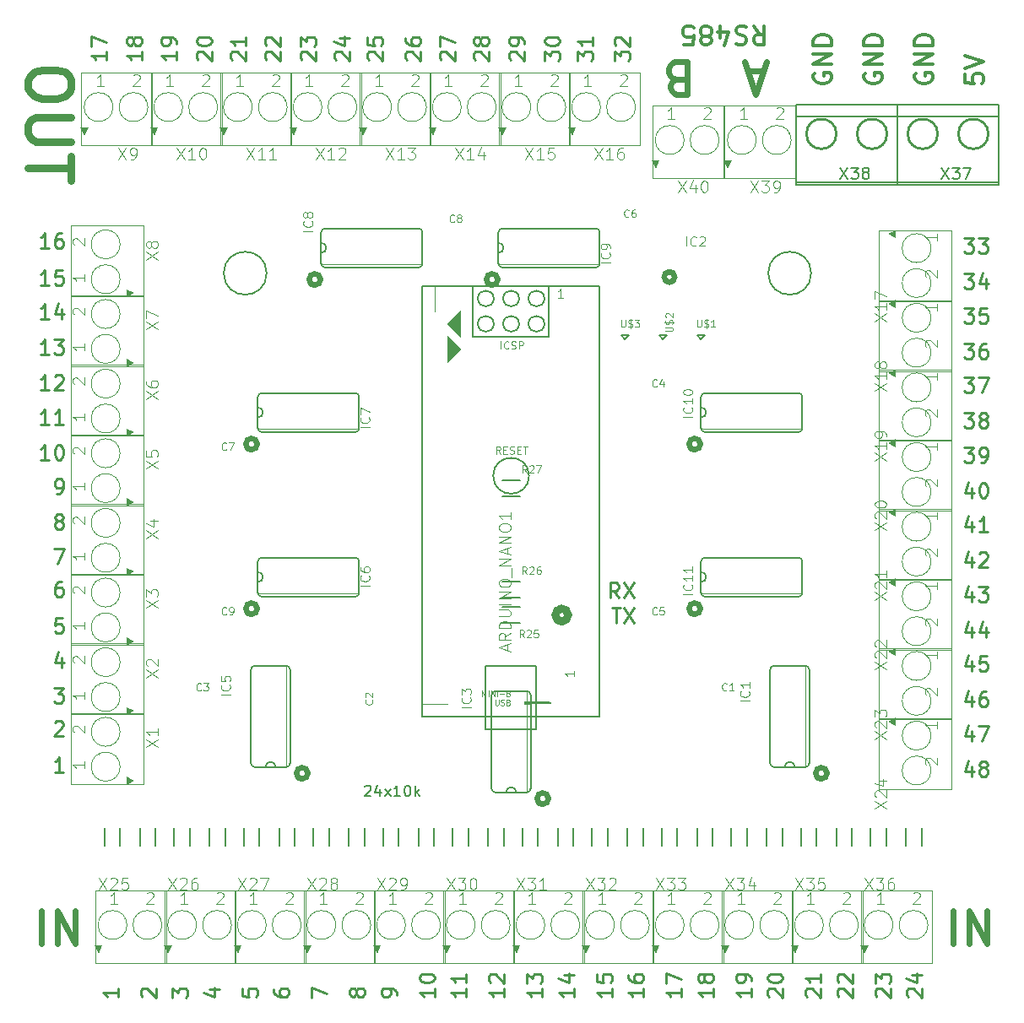
<source format=gto>
G04 #@! TF.GenerationSoftware,KiCad,Pcbnew,(6.0.9)*
G04 #@! TF.CreationDate,2023-02-21T15:57:59-05:00*
G04 #@! TF.ProjectId,Arduino-CMRI_SMD_v7_Nano,41726475-696e-46f2-9d43-4d52495f534d,rev?*
G04 #@! TF.SameCoordinates,Original*
G04 #@! TF.FileFunction,Legend,Top*
G04 #@! TF.FilePolarity,Positive*
%FSLAX46Y46*%
G04 Gerber Fmt 4.6, Leading zero omitted, Abs format (unit mm)*
G04 Created by KiCad (PCBNEW (6.0.9)) date 2023-02-21 15:57:59*
%MOMM*%
%LPD*%
G01*
G04 APERTURE LIST*
%ADD10C,0.812800*%
%ADD11C,0.266700*%
%ADD12C,0.190500*%
%ADD13C,0.571500*%
%ADD14C,0.327660*%
%ADD15C,0.762000*%
%ADD16C,0.150000*%
%ADD17C,0.059822*%
%ADD18C,0.101600*%
%ADD19C,0.093472*%
%ADD20C,0.074778*%
%ADD21C,0.000508*%
%ADD22C,0.065024*%
%ADD23C,0.081280*%
%ADD24C,0.048768*%
%ADD25C,0.127000*%
%ADD26C,0.152400*%
%ADD27C,0.609600*%
%ADD28C,0.050800*%
%ADD29C,0.015875*%
%ADD30C,0.254000*%
G04 APERTURE END LIST*
D10*
X153860600Y-114836100D02*
G75*
G03*
X153860600Y-114836100I-635000J0D01*
G01*
D11*
X114177333Y-153181845D02*
X114177333Y-152246278D01*
X114753066Y-152750045D01*
X114753066Y-152534145D01*
X114825033Y-152390211D01*
X114897000Y-152318245D01*
X115040933Y-152246278D01*
X115400766Y-152246278D01*
X115544700Y-152318245D01*
X115616666Y-152390211D01*
X115688633Y-152534145D01*
X115688633Y-152965945D01*
X115616666Y-153109878D01*
X115544700Y-153181845D01*
X132605033Y-152822011D02*
X132533066Y-152965945D01*
X132461100Y-153037911D01*
X132317166Y-153109878D01*
X132245200Y-153109878D01*
X132101266Y-153037911D01*
X132029300Y-152965945D01*
X131957333Y-152822011D01*
X131957333Y-152534145D01*
X132029300Y-152390211D01*
X132101266Y-152318245D01*
X132245200Y-152246278D01*
X132317166Y-152246278D01*
X132461100Y-152318245D01*
X132533066Y-152390211D01*
X132605033Y-152534145D01*
X132605033Y-152822011D01*
X132677000Y-152965945D01*
X132748966Y-153037911D01*
X132892900Y-153109878D01*
X133180766Y-153109878D01*
X133324700Y-153037911D01*
X133396666Y-152965945D01*
X133468633Y-152822011D01*
X133468633Y-152534145D01*
X133396666Y-152390211D01*
X133324700Y-152318245D01*
X133180766Y-152246278D01*
X132892900Y-152246278D01*
X132748966Y-152318245D01*
X132677000Y-152390211D01*
X132605033Y-152534145D01*
X140453633Y-152246278D02*
X140453633Y-153109878D01*
X140453633Y-152678078D02*
X138942333Y-152678078D01*
X139158233Y-152822011D01*
X139302166Y-152965945D01*
X139374133Y-153109878D01*
X138942333Y-151310711D02*
X138942333Y-151166778D01*
X139014300Y-151022845D01*
X139086266Y-150950878D01*
X139230200Y-150878911D01*
X139518066Y-150806945D01*
X139877900Y-150806945D01*
X140165766Y-150878911D01*
X140309700Y-150950878D01*
X140381666Y-151022845D01*
X140453633Y-151166778D01*
X140453633Y-151310711D01*
X140381666Y-151454645D01*
X140309700Y-151526611D01*
X140165766Y-151598578D01*
X139877900Y-151670545D01*
X139518066Y-151670545D01*
X139230200Y-151598578D01*
X139086266Y-151526611D01*
X139014300Y-151454645D01*
X138942333Y-151310711D01*
X143628633Y-152246278D02*
X143628633Y-153109878D01*
X143628633Y-152678078D02*
X142117333Y-152678078D01*
X142333233Y-152822011D01*
X142477166Y-152965945D01*
X142549133Y-153109878D01*
X143628633Y-150806945D02*
X143628633Y-151670545D01*
X143628633Y-151238745D02*
X142117333Y-151238745D01*
X142333233Y-151382678D01*
X142477166Y-151526611D01*
X142549133Y-151670545D01*
X158945045Y-113100433D02*
X158441278Y-112380766D01*
X158081445Y-113100433D02*
X158081445Y-111589133D01*
X158657178Y-111589133D01*
X158801111Y-111661100D01*
X158873078Y-111733066D01*
X158945045Y-111877000D01*
X158945045Y-112092900D01*
X158873078Y-112236833D01*
X158801111Y-112308800D01*
X158657178Y-112380766D01*
X158081445Y-112380766D01*
X159448811Y-111589133D02*
X160456345Y-113100433D01*
X160456345Y-111589133D02*
X159448811Y-113100433D01*
X102514711Y-102686433D02*
X102802578Y-102686433D01*
X102946511Y-102614466D01*
X103018478Y-102542500D01*
X103162411Y-102326600D01*
X103234378Y-102038733D01*
X103234378Y-101463000D01*
X103162411Y-101319066D01*
X103090445Y-101247100D01*
X102946511Y-101175133D01*
X102658645Y-101175133D01*
X102514711Y-101247100D01*
X102442745Y-101319066D01*
X102370778Y-101463000D01*
X102370778Y-101822833D01*
X102442745Y-101966766D01*
X102514711Y-102038733D01*
X102658645Y-102110700D01*
X102946511Y-102110700D01*
X103090445Y-102038733D01*
X103162411Y-101966766D01*
X103234378Y-101822833D01*
X174011266Y-153109878D02*
X173939300Y-153037911D01*
X173867333Y-152893978D01*
X173867333Y-152534145D01*
X173939300Y-152390211D01*
X174011266Y-152318245D01*
X174155200Y-152246278D01*
X174299133Y-152246278D01*
X174515033Y-152318245D01*
X175378633Y-153181845D01*
X175378633Y-152246278D01*
X173867333Y-151310711D02*
X173867333Y-151166778D01*
X173939300Y-151022845D01*
X174011266Y-150950878D01*
X174155200Y-150878911D01*
X174443066Y-150806945D01*
X174802900Y-150806945D01*
X175090766Y-150878911D01*
X175234700Y-150950878D01*
X175306666Y-151022845D01*
X175378633Y-151166778D01*
X175378633Y-151310711D01*
X175306666Y-151454645D01*
X175234700Y-151526611D01*
X175090766Y-151598578D01*
X174802900Y-151670545D01*
X174443066Y-151670545D01*
X174155200Y-151598578D01*
X174011266Y-151526611D01*
X173939300Y-151454645D01*
X173867333Y-151310711D01*
X102658645Y-105378833D02*
X102514711Y-105306866D01*
X102442745Y-105234900D01*
X102370778Y-105090966D01*
X102370778Y-105019000D01*
X102442745Y-104875066D01*
X102514711Y-104803100D01*
X102658645Y-104731133D01*
X102946511Y-104731133D01*
X103090445Y-104803100D01*
X103162411Y-104875066D01*
X103234378Y-105019000D01*
X103234378Y-105090966D01*
X103162411Y-105234900D01*
X103090445Y-105306866D01*
X102946511Y-105378833D01*
X102658645Y-105378833D01*
X102514711Y-105450800D01*
X102442745Y-105522766D01*
X102370778Y-105666700D01*
X102370778Y-105954566D01*
X102442745Y-106098500D01*
X102514711Y-106170466D01*
X102658645Y-106242433D01*
X102946511Y-106242433D01*
X103090445Y-106170466D01*
X103162411Y-106098500D01*
X103234378Y-105954566D01*
X103234378Y-105666700D01*
X103162411Y-105522766D01*
X103090445Y-105450800D01*
X102946511Y-105378833D01*
X184806266Y-153109878D02*
X184734300Y-153037911D01*
X184662333Y-152893978D01*
X184662333Y-152534145D01*
X184734300Y-152390211D01*
X184806266Y-152318245D01*
X184950200Y-152246278D01*
X185094133Y-152246278D01*
X185310033Y-152318245D01*
X186173633Y-153181845D01*
X186173633Y-152246278D01*
X184662333Y-151742511D02*
X184662333Y-150806945D01*
X185238066Y-151310711D01*
X185238066Y-151094811D01*
X185310033Y-150950878D01*
X185382000Y-150878911D01*
X185525933Y-150806945D01*
X185885766Y-150806945D01*
X186029700Y-150878911D01*
X186101666Y-150950878D01*
X186173633Y-151094811D01*
X186173633Y-151526611D01*
X186101666Y-151670545D01*
X186029700Y-151742511D01*
X102298811Y-108160133D02*
X103306345Y-108160133D01*
X102658645Y-109671433D01*
X194361111Y-109044900D02*
X194361111Y-110052433D01*
X194001278Y-108469166D02*
X193641445Y-109548666D01*
X194577011Y-109548666D01*
X195080778Y-108685066D02*
X195152745Y-108613100D01*
X195296678Y-108541133D01*
X195656511Y-108541133D01*
X195800445Y-108613100D01*
X195872411Y-108685066D01*
X195944378Y-108829000D01*
X195944378Y-108972933D01*
X195872411Y-109188833D01*
X195008811Y-110052433D01*
X195944378Y-110052433D01*
X101795045Y-92272433D02*
X100931445Y-92272433D01*
X101363245Y-92272433D02*
X101363245Y-90761133D01*
X101219311Y-90977033D01*
X101075378Y-91120966D01*
X100931445Y-91192933D01*
X102370778Y-90905066D02*
X102442745Y-90833100D01*
X102586678Y-90761133D01*
X102946511Y-90761133D01*
X103090445Y-90833100D01*
X103162411Y-90905066D01*
X103234378Y-91049000D01*
X103234378Y-91192933D01*
X103162411Y-91408833D01*
X102298811Y-92272433D01*
X103234378Y-92272433D01*
X158225378Y-114129133D02*
X159088978Y-114129133D01*
X158657178Y-115640433D02*
X158657178Y-114129133D01*
X159448811Y-114129133D02*
X160456345Y-115640433D01*
X160456345Y-114129133D02*
X159448811Y-115640433D01*
X177821266Y-153109878D02*
X177749300Y-153037911D01*
X177677333Y-152893978D01*
X177677333Y-152534145D01*
X177749300Y-152390211D01*
X177821266Y-152318245D01*
X177965200Y-152246278D01*
X178109133Y-152246278D01*
X178325033Y-152318245D01*
X179188633Y-153181845D01*
X179188633Y-152246278D01*
X179188633Y-150806945D02*
X179188633Y-151670545D01*
X179188633Y-151238745D02*
X177677333Y-151238745D01*
X177893233Y-151382678D01*
X178037166Y-151526611D01*
X178109133Y-151670545D01*
X194361111Y-129999900D02*
X194361111Y-131007433D01*
X194001278Y-129424166D02*
X193641445Y-130503666D01*
X194577011Y-130503666D01*
X195368645Y-130143833D02*
X195224711Y-130071866D01*
X195152745Y-129999900D01*
X195080778Y-129855966D01*
X195080778Y-129784000D01*
X195152745Y-129640066D01*
X195224711Y-129568100D01*
X195368645Y-129496133D01*
X195656511Y-129496133D01*
X195800445Y-129568100D01*
X195872411Y-129640066D01*
X195944378Y-129784000D01*
X195944378Y-129855966D01*
X195872411Y-129999900D01*
X195800445Y-130071866D01*
X195656511Y-130143833D01*
X195368645Y-130143833D01*
X195224711Y-130215800D01*
X195152745Y-130287766D01*
X195080778Y-130431700D01*
X195080778Y-130719566D01*
X195152745Y-130863500D01*
X195224711Y-130935466D01*
X195368645Y-131007433D01*
X195656511Y-131007433D01*
X195800445Y-130935466D01*
X195872411Y-130863500D01*
X195944378Y-130719566D01*
X195944378Y-130431700D01*
X195872411Y-130287766D01*
X195800445Y-130215800D01*
X195656511Y-130143833D01*
X121162333Y-152318245D02*
X121162333Y-153037911D01*
X121882000Y-153109878D01*
X121810033Y-153037911D01*
X121738066Y-152893978D01*
X121738066Y-152534145D01*
X121810033Y-152390211D01*
X121882000Y-152318245D01*
X122025933Y-152246278D01*
X122385766Y-152246278D01*
X122529700Y-152318245D01*
X122601666Y-152390211D01*
X122673633Y-152534145D01*
X122673633Y-152893978D01*
X122601666Y-153037911D01*
X122529700Y-153109878D01*
X158233633Y-152246278D02*
X158233633Y-153109878D01*
X158233633Y-152678078D02*
X156722333Y-152678078D01*
X156938233Y-152822011D01*
X157082166Y-152965945D01*
X157154133Y-153109878D01*
X156722333Y-150878911D02*
X156722333Y-151598578D01*
X157442000Y-151670545D01*
X157370033Y-151598578D01*
X157298066Y-151454645D01*
X157298066Y-151094811D01*
X157370033Y-150950878D01*
X157442000Y-150878911D01*
X157585933Y-150806945D01*
X157945766Y-150806945D01*
X158089700Y-150878911D01*
X158161666Y-150950878D01*
X158233633Y-151094811D01*
X158233633Y-151454645D01*
X158161666Y-151598578D01*
X158089700Y-151670545D01*
X123592266Y-59129878D02*
X123520300Y-59057911D01*
X123448333Y-58913978D01*
X123448333Y-58554145D01*
X123520300Y-58410211D01*
X123592266Y-58338245D01*
X123736200Y-58266278D01*
X123880133Y-58266278D01*
X124096033Y-58338245D01*
X124959633Y-59201845D01*
X124959633Y-58266278D01*
X123592266Y-57690545D02*
X123520300Y-57618578D01*
X123448333Y-57474645D01*
X123448333Y-57114811D01*
X123520300Y-56970878D01*
X123592266Y-56898911D01*
X123736200Y-56826945D01*
X123880133Y-56826945D01*
X124096033Y-56898911D01*
X124959633Y-57762511D01*
X124959633Y-56826945D01*
X194361111Y-112473900D02*
X194361111Y-113481433D01*
X194001278Y-111898166D02*
X193641445Y-112977666D01*
X194577011Y-112977666D01*
X195008811Y-111970133D02*
X195944378Y-111970133D01*
X195440611Y-112545866D01*
X195656511Y-112545866D01*
X195800445Y-112617833D01*
X195872411Y-112689800D01*
X195944378Y-112833733D01*
X195944378Y-113193566D01*
X195872411Y-113337500D01*
X195800445Y-113409466D01*
X195656511Y-113481433D01*
X195224711Y-113481433D01*
X195080778Y-113409466D01*
X195008811Y-113337500D01*
X127148266Y-59129878D02*
X127076300Y-59057911D01*
X127004333Y-58913978D01*
X127004333Y-58554145D01*
X127076300Y-58410211D01*
X127148266Y-58338245D01*
X127292200Y-58266278D01*
X127436133Y-58266278D01*
X127652033Y-58338245D01*
X128515633Y-59201845D01*
X128515633Y-58266278D01*
X127004333Y-57762511D02*
X127004333Y-56826945D01*
X127580066Y-57330711D01*
X127580066Y-57114811D01*
X127652033Y-56970878D01*
X127724000Y-56898911D01*
X127867933Y-56826945D01*
X128227766Y-56826945D01*
X128371700Y-56898911D01*
X128443666Y-56970878D01*
X128515633Y-57114811D01*
X128515633Y-57546611D01*
X128443666Y-57690545D01*
X128371700Y-57762511D01*
X103162411Y-115145133D02*
X102442745Y-115145133D01*
X102370778Y-115864800D01*
X102442745Y-115792833D01*
X102586678Y-115720866D01*
X102946511Y-115720866D01*
X103090445Y-115792833D01*
X103162411Y-115864800D01*
X103234378Y-116008733D01*
X103234378Y-116368566D01*
X103162411Y-116512500D01*
X103090445Y-116584466D01*
X102946511Y-116656433D01*
X102586678Y-116656433D01*
X102442745Y-116584466D01*
X102370778Y-116512500D01*
X193569478Y-91015133D02*
X194505045Y-91015133D01*
X194001278Y-91590866D01*
X194217178Y-91590866D01*
X194361111Y-91662833D01*
X194433078Y-91734800D01*
X194505045Y-91878733D01*
X194505045Y-92238566D01*
X194433078Y-92382500D01*
X194361111Y-92454466D01*
X194217178Y-92526433D01*
X193785378Y-92526433D01*
X193641445Y-92454466D01*
X193569478Y-92382500D01*
X195008811Y-91015133D02*
X196016345Y-91015133D01*
X195368645Y-92526433D01*
X187981266Y-153109878D02*
X187909300Y-153037911D01*
X187837333Y-152893978D01*
X187837333Y-152534145D01*
X187909300Y-152390211D01*
X187981266Y-152318245D01*
X188125200Y-152246278D01*
X188269133Y-152246278D01*
X188485033Y-152318245D01*
X189348633Y-153181845D01*
X189348633Y-152246278D01*
X188341100Y-150950878D02*
X189348633Y-150950878D01*
X187765366Y-151310711D02*
X188844866Y-151670545D01*
X188844866Y-150734978D01*
X144547266Y-59129878D02*
X144475300Y-59057911D01*
X144403333Y-58913978D01*
X144403333Y-58554145D01*
X144475300Y-58410211D01*
X144547266Y-58338245D01*
X144691200Y-58266278D01*
X144835133Y-58266278D01*
X145051033Y-58338245D01*
X145914633Y-59201845D01*
X145914633Y-58266278D01*
X145051033Y-57402678D02*
X144979066Y-57546611D01*
X144907100Y-57618578D01*
X144763166Y-57690545D01*
X144691200Y-57690545D01*
X144547266Y-57618578D01*
X144475300Y-57546611D01*
X144403333Y-57402678D01*
X144403333Y-57114811D01*
X144475300Y-56970878D01*
X144547266Y-56898911D01*
X144691200Y-56826945D01*
X144763166Y-56826945D01*
X144907100Y-56898911D01*
X144979066Y-56970878D01*
X145051033Y-57114811D01*
X145051033Y-57402678D01*
X145123000Y-57546611D01*
X145194966Y-57618578D01*
X145338900Y-57690545D01*
X145626766Y-57690545D01*
X145770700Y-57618578D01*
X145842666Y-57546611D01*
X145914633Y-57402678D01*
X145914633Y-57114811D01*
X145842666Y-56970878D01*
X145770700Y-56898911D01*
X145626766Y-56826945D01*
X145338900Y-56826945D01*
X145194966Y-56898911D01*
X145123000Y-56970878D01*
X145051033Y-57114811D01*
D12*
X133477251Y-132032504D02*
X133528655Y-131981100D01*
X133631465Y-131929695D01*
X133888489Y-131929695D01*
X133991298Y-131981100D01*
X134042703Y-132032504D01*
X134094108Y-132135314D01*
X134094108Y-132238123D01*
X134042703Y-132392338D01*
X133425846Y-133009195D01*
X134094108Y-133009195D01*
X135019394Y-132289528D02*
X135019394Y-133009195D01*
X134762370Y-131878290D02*
X134505346Y-132649361D01*
X135173608Y-132649361D01*
X135482036Y-133009195D02*
X136047489Y-132289528D01*
X135482036Y-132289528D02*
X136047489Y-133009195D01*
X137024179Y-133009195D02*
X136407322Y-133009195D01*
X136715751Y-133009195D02*
X136715751Y-131929695D01*
X136612941Y-132083909D01*
X136510132Y-132186719D01*
X136407322Y-132238123D01*
X137692441Y-131929695D02*
X137795251Y-131929695D01*
X137898060Y-131981100D01*
X137949465Y-132032504D01*
X138000870Y-132135314D01*
X138052275Y-132340933D01*
X138052275Y-132597957D01*
X138000870Y-132803576D01*
X137949465Y-132906385D01*
X137898060Y-132957790D01*
X137795251Y-133009195D01*
X137692441Y-133009195D01*
X137589632Y-132957790D01*
X137538227Y-132906385D01*
X137486822Y-132803576D01*
X137435417Y-132597957D01*
X137435417Y-132340933D01*
X137486822Y-132135314D01*
X137538227Y-132032504D01*
X137589632Y-131981100D01*
X137692441Y-131929695D01*
X138514917Y-133009195D02*
X138514917Y-131929695D01*
X138617727Y-132597957D02*
X138926155Y-133009195D01*
X138926155Y-132289528D02*
X138514917Y-132700766D01*
D13*
X164719553Y-61060671D02*
X164256910Y-60906457D01*
X164102696Y-60752242D01*
X163948482Y-60443814D01*
X163948482Y-59981171D01*
X164102696Y-59672742D01*
X164256910Y-59518528D01*
X164565339Y-59364314D01*
X165799053Y-59364314D01*
X165799053Y-62602814D01*
X164719553Y-62602814D01*
X164411125Y-62448600D01*
X164256910Y-62294385D01*
X164102696Y-61985957D01*
X164102696Y-61677528D01*
X164256910Y-61369100D01*
X164411125Y-61214885D01*
X164719553Y-61060671D01*
X165799053Y-61060671D01*
D11*
X111146266Y-153109878D02*
X111074300Y-153037911D01*
X111002333Y-152893978D01*
X111002333Y-152534145D01*
X111074300Y-152390211D01*
X111146266Y-152318245D01*
X111290200Y-152246278D01*
X111434133Y-152246278D01*
X111650033Y-152318245D01*
X112513633Y-153181845D01*
X112513633Y-152246278D01*
X180996266Y-153109878D02*
X180924300Y-153037911D01*
X180852333Y-152893978D01*
X180852333Y-152534145D01*
X180924300Y-152390211D01*
X180996266Y-152318245D01*
X181140200Y-152246278D01*
X181284133Y-152246278D01*
X181500033Y-152318245D01*
X182363633Y-153181845D01*
X182363633Y-152246278D01*
X180996266Y-151670545D02*
X180924300Y-151598578D01*
X180852333Y-151454645D01*
X180852333Y-151094811D01*
X180924300Y-150950878D01*
X180996266Y-150878911D01*
X181140200Y-150806945D01*
X181284133Y-150806945D01*
X181500033Y-150878911D01*
X182363633Y-151742511D01*
X182363633Y-150806945D01*
X194361111Y-119458900D02*
X194361111Y-120466433D01*
X194001278Y-118883166D02*
X193641445Y-119962666D01*
X194577011Y-119962666D01*
X195872411Y-118955133D02*
X195152745Y-118955133D01*
X195080778Y-119674800D01*
X195152745Y-119602833D01*
X195296678Y-119530866D01*
X195656511Y-119530866D01*
X195800445Y-119602833D01*
X195872411Y-119674800D01*
X195944378Y-119818733D01*
X195944378Y-120178566D01*
X195872411Y-120322500D01*
X195800445Y-120394466D01*
X195656511Y-120466433D01*
X195296678Y-120466433D01*
X195152745Y-120394466D01*
X195080778Y-120322500D01*
X148103266Y-59129878D02*
X148031300Y-59057911D01*
X147959333Y-58913978D01*
X147959333Y-58554145D01*
X148031300Y-58410211D01*
X148103266Y-58338245D01*
X148247200Y-58266278D01*
X148391133Y-58266278D01*
X148607033Y-58338245D01*
X149470633Y-59201845D01*
X149470633Y-58266278D01*
X149470633Y-57546611D02*
X149470633Y-57258745D01*
X149398666Y-57114811D01*
X149326700Y-57042845D01*
X149110800Y-56898911D01*
X148822933Y-56826945D01*
X148247200Y-56826945D01*
X148103266Y-56898911D01*
X148031300Y-56970878D01*
X147959333Y-57114811D01*
X147959333Y-57402678D01*
X148031300Y-57546611D01*
X148103266Y-57618578D01*
X148247200Y-57690545D01*
X148607033Y-57690545D01*
X148750966Y-57618578D01*
X148822933Y-57546611D01*
X148894900Y-57402678D01*
X148894900Y-57114811D01*
X148822933Y-56970878D01*
X148750966Y-56898911D01*
X148607033Y-56826945D01*
D13*
X192505339Y-147765385D02*
X192505339Y-144526885D01*
X194047482Y-147765385D02*
X194047482Y-144526885D01*
X195898053Y-147765385D01*
X195898053Y-144526885D01*
D11*
X151248633Y-152246278D02*
X151248633Y-153109878D01*
X151248633Y-152678078D02*
X149737333Y-152678078D01*
X149953233Y-152822011D01*
X150097166Y-152965945D01*
X150169133Y-153109878D01*
X149737333Y-151742511D02*
X149737333Y-150806945D01*
X150313066Y-151310711D01*
X150313066Y-151094811D01*
X150385033Y-150950878D01*
X150457000Y-150878911D01*
X150600933Y-150806945D01*
X150960766Y-150806945D01*
X151104700Y-150878911D01*
X151176666Y-150950878D01*
X151248633Y-151094811D01*
X151248633Y-151526611D01*
X151176666Y-151670545D01*
X151104700Y-151742511D01*
X133879266Y-59129878D02*
X133807300Y-59057911D01*
X133735333Y-58913978D01*
X133735333Y-58554145D01*
X133807300Y-58410211D01*
X133879266Y-58338245D01*
X134023200Y-58266278D01*
X134167133Y-58266278D01*
X134383033Y-58338245D01*
X135246633Y-59201845D01*
X135246633Y-58266278D01*
X133735333Y-56898911D02*
X133735333Y-57618578D01*
X134455000Y-57690545D01*
X134383033Y-57618578D01*
X134311066Y-57474645D01*
X134311066Y-57114811D01*
X134383033Y-56970878D01*
X134455000Y-56898911D01*
X134598933Y-56826945D01*
X134958766Y-56826945D01*
X135102700Y-56898911D01*
X135174666Y-56970878D01*
X135246633Y-57114811D01*
X135246633Y-57474645D01*
X135174666Y-57618578D01*
X135102700Y-57690545D01*
X147438633Y-152246278D02*
X147438633Y-153109878D01*
X147438633Y-152678078D02*
X145927333Y-152678078D01*
X146143233Y-152822011D01*
X146287166Y-152965945D01*
X146359133Y-153109878D01*
X146071266Y-151670545D02*
X145999300Y-151598578D01*
X145927333Y-151454645D01*
X145927333Y-151094811D01*
X145999300Y-150950878D01*
X146071266Y-150878911D01*
X146215200Y-150806945D01*
X146359133Y-150806945D01*
X146575033Y-150878911D01*
X147438633Y-151742511D01*
X147438633Y-150806945D01*
X114545633Y-58266278D02*
X114545633Y-59129878D01*
X114545633Y-58698078D02*
X113034333Y-58698078D01*
X113250233Y-58842011D01*
X113394166Y-58985945D01*
X113466133Y-59129878D01*
X114545633Y-57546611D02*
X114545633Y-57258745D01*
X114473666Y-57114811D01*
X114401700Y-57042845D01*
X114185800Y-56898911D01*
X113897933Y-56826945D01*
X113322200Y-56826945D01*
X113178266Y-56898911D01*
X113106300Y-56970878D01*
X113034333Y-57114811D01*
X113034333Y-57402678D01*
X113106300Y-57546611D01*
X113178266Y-57618578D01*
X113322200Y-57690545D01*
X113682033Y-57690545D01*
X113825966Y-57618578D01*
X113897933Y-57546611D01*
X113969900Y-57402678D01*
X113969900Y-57114811D01*
X113897933Y-56970878D01*
X113825966Y-56898911D01*
X113682033Y-56826945D01*
X103090445Y-111462133D02*
X102802578Y-111462133D01*
X102658645Y-111534100D01*
X102586678Y-111606066D01*
X102442745Y-111821966D01*
X102370778Y-112109833D01*
X102370778Y-112685566D01*
X102442745Y-112829500D01*
X102514711Y-112901466D01*
X102658645Y-112973433D01*
X102946511Y-112973433D01*
X103090445Y-112901466D01*
X103162411Y-112829500D01*
X103234378Y-112685566D01*
X103234378Y-112325733D01*
X103162411Y-112181800D01*
X103090445Y-112109833D01*
X102946511Y-112037866D01*
X102658645Y-112037866D01*
X102514711Y-112109833D01*
X102442745Y-112181800D01*
X102370778Y-112325733D01*
X168393633Y-152246278D02*
X168393633Y-153109878D01*
X168393633Y-152678078D02*
X166882333Y-152678078D01*
X167098233Y-152822011D01*
X167242166Y-152965945D01*
X167314133Y-153109878D01*
X167530033Y-151382678D02*
X167458066Y-151526611D01*
X167386100Y-151598578D01*
X167242166Y-151670545D01*
X167170200Y-151670545D01*
X167026266Y-151598578D01*
X166954300Y-151526611D01*
X166882333Y-151382678D01*
X166882333Y-151094811D01*
X166954300Y-150950878D01*
X167026266Y-150878911D01*
X167170200Y-150806945D01*
X167242166Y-150806945D01*
X167386100Y-150878911D01*
X167458066Y-150950878D01*
X167530033Y-151094811D01*
X167530033Y-151382678D01*
X167602000Y-151526611D01*
X167673966Y-151598578D01*
X167817900Y-151670545D01*
X168105766Y-151670545D01*
X168249700Y-151598578D01*
X168321666Y-151526611D01*
X168393633Y-151382678D01*
X168393633Y-151094811D01*
X168321666Y-150950878D01*
X168249700Y-150878911D01*
X168105766Y-150806945D01*
X167817900Y-150806945D01*
X167673966Y-150878911D01*
X167602000Y-150950878D01*
X167530033Y-151094811D01*
X116734266Y-59129878D02*
X116662300Y-59057911D01*
X116590333Y-58913978D01*
X116590333Y-58554145D01*
X116662300Y-58410211D01*
X116734266Y-58338245D01*
X116878200Y-58266278D01*
X117022133Y-58266278D01*
X117238033Y-58338245D01*
X118101633Y-59201845D01*
X118101633Y-58266278D01*
X116590333Y-57330711D02*
X116590333Y-57186778D01*
X116662300Y-57042845D01*
X116734266Y-56970878D01*
X116878200Y-56898911D01*
X117166066Y-56826945D01*
X117525900Y-56826945D01*
X117813766Y-56898911D01*
X117957700Y-56970878D01*
X118029666Y-57042845D01*
X118101633Y-57186778D01*
X118101633Y-57330711D01*
X118029666Y-57474645D01*
X117957700Y-57546611D01*
X117813766Y-57618578D01*
X117525900Y-57690545D01*
X117166066Y-57690545D01*
X116878200Y-57618578D01*
X116734266Y-57546611D01*
X116662300Y-57474645D01*
X116590333Y-57330711D01*
X103234378Y-130626433D02*
X102370778Y-130626433D01*
X102802578Y-130626433D02*
X102802578Y-129115133D01*
X102658645Y-129331033D01*
X102514711Y-129474966D01*
X102370778Y-129546933D01*
X158500333Y-59201845D02*
X158500333Y-58266278D01*
X159076066Y-58770045D01*
X159076066Y-58554145D01*
X159148033Y-58410211D01*
X159220000Y-58338245D01*
X159363933Y-58266278D01*
X159723766Y-58266278D01*
X159867700Y-58338245D01*
X159939666Y-58410211D01*
X160011633Y-58554145D01*
X160011633Y-58985945D01*
X159939666Y-59129878D01*
X159867700Y-59201845D01*
X158644266Y-57690545D02*
X158572300Y-57618578D01*
X158500333Y-57474645D01*
X158500333Y-57114811D01*
X158572300Y-56970878D01*
X158644266Y-56898911D01*
X158788200Y-56826945D01*
X158932133Y-56826945D01*
X159148033Y-56898911D01*
X160011633Y-57762511D01*
X160011633Y-56826945D01*
X124337333Y-152390211D02*
X124337333Y-152678078D01*
X124409300Y-152822011D01*
X124481266Y-152893978D01*
X124697166Y-153037911D01*
X124985033Y-153109878D01*
X125560766Y-153109878D01*
X125704700Y-153037911D01*
X125776666Y-152965945D01*
X125848633Y-152822011D01*
X125848633Y-152534145D01*
X125776666Y-152390211D01*
X125704700Y-152318245D01*
X125560766Y-152246278D01*
X125200933Y-152246278D01*
X125057000Y-152318245D01*
X124985033Y-152390211D01*
X124913066Y-152534145D01*
X124913066Y-152822011D01*
X124985033Y-152965945D01*
X125057000Y-153037911D01*
X125200933Y-153109878D01*
X128147333Y-153181845D02*
X128147333Y-152174311D01*
X129658633Y-152822011D01*
X130577266Y-59129878D02*
X130505300Y-59057911D01*
X130433333Y-58913978D01*
X130433333Y-58554145D01*
X130505300Y-58410211D01*
X130577266Y-58338245D01*
X130721200Y-58266278D01*
X130865133Y-58266278D01*
X131081033Y-58338245D01*
X131944633Y-59201845D01*
X131944633Y-58266278D01*
X130937100Y-56970878D02*
X131944633Y-56970878D01*
X130361366Y-57330711D02*
X131440866Y-57690545D01*
X131440866Y-56754978D01*
X194361111Y-126443900D02*
X194361111Y-127451433D01*
X194001278Y-125868166D02*
X193641445Y-126947666D01*
X194577011Y-126947666D01*
X195008811Y-125940133D02*
X196016345Y-125940133D01*
X195368645Y-127451433D01*
X136643633Y-152965945D02*
X136643633Y-152678078D01*
X136571666Y-152534145D01*
X136499700Y-152462178D01*
X136283800Y-152318245D01*
X135995933Y-152246278D01*
X135420200Y-152246278D01*
X135276266Y-152318245D01*
X135204300Y-152390211D01*
X135132333Y-152534145D01*
X135132333Y-152822011D01*
X135204300Y-152965945D01*
X135276266Y-153037911D01*
X135420200Y-153109878D01*
X135780033Y-153109878D01*
X135923966Y-153037911D01*
X135995933Y-152965945D01*
X136067900Y-152822011D01*
X136067900Y-152534145D01*
X135995933Y-152390211D01*
X135923966Y-152318245D01*
X135780033Y-152246278D01*
D14*
X183626860Y-60503461D02*
X183538443Y-60680294D01*
X183538443Y-60945542D01*
X183626860Y-61210791D01*
X183803692Y-61387623D01*
X183980524Y-61476040D01*
X184334189Y-61564456D01*
X184599438Y-61564456D01*
X184953102Y-61476040D01*
X185129935Y-61387623D01*
X185306767Y-61210791D01*
X185395183Y-60945542D01*
X185395183Y-60768710D01*
X185306767Y-60503461D01*
X185218351Y-60415045D01*
X184599438Y-60415045D01*
X184599438Y-60768710D01*
X185395183Y-59619300D02*
X183538443Y-59619300D01*
X185395183Y-58558305D01*
X183538443Y-58558305D01*
X185395183Y-57674143D02*
X183538443Y-57674143D01*
X183538443Y-57232062D01*
X183626860Y-56966814D01*
X183803692Y-56789981D01*
X183980524Y-56701565D01*
X184334189Y-56613149D01*
X184599438Y-56613149D01*
X184953102Y-56701565D01*
X185129935Y-56789981D01*
X185306767Y-56966814D01*
X185395183Y-57232062D01*
X185395183Y-57674143D01*
D11*
X194361111Y-102059900D02*
X194361111Y-103067433D01*
X194001278Y-101484166D02*
X193641445Y-102563666D01*
X194577011Y-102563666D01*
X195440611Y-101556133D02*
X195584545Y-101556133D01*
X195728478Y-101628100D01*
X195800445Y-101700066D01*
X195872411Y-101844000D01*
X195944378Y-102131866D01*
X195944378Y-102491700D01*
X195872411Y-102779566D01*
X195800445Y-102923500D01*
X195728478Y-102995466D01*
X195584545Y-103067433D01*
X195440611Y-103067433D01*
X195296678Y-102995466D01*
X195224711Y-102923500D01*
X195152745Y-102779566D01*
X195080778Y-102491700D01*
X195080778Y-102131866D01*
X195152745Y-101844000D01*
X195224711Y-101700066D01*
X195296678Y-101628100D01*
X195440611Y-101556133D01*
D14*
X178546860Y-60503461D02*
X178458443Y-60680294D01*
X178458443Y-60945542D01*
X178546860Y-61210791D01*
X178723692Y-61387623D01*
X178900524Y-61476040D01*
X179254189Y-61564456D01*
X179519438Y-61564456D01*
X179873102Y-61476040D01*
X180049935Y-61387623D01*
X180226767Y-61210791D01*
X180315183Y-60945542D01*
X180315183Y-60768710D01*
X180226767Y-60503461D01*
X180138351Y-60415045D01*
X179519438Y-60415045D01*
X179519438Y-60768710D01*
X180315183Y-59619300D02*
X178458443Y-59619300D01*
X180315183Y-58558305D01*
X178458443Y-58558305D01*
X180315183Y-57674143D02*
X178458443Y-57674143D01*
X178458443Y-57232062D01*
X178546860Y-56966814D01*
X178723692Y-56789981D01*
X178900524Y-56701565D01*
X179254189Y-56613149D01*
X179519438Y-56613149D01*
X179873102Y-56701565D01*
X180049935Y-56789981D01*
X180226767Y-56966814D01*
X180315183Y-57232062D01*
X180315183Y-57674143D01*
D11*
X101795045Y-99257433D02*
X100931445Y-99257433D01*
X101363245Y-99257433D02*
X101363245Y-97746133D01*
X101219311Y-97962033D01*
X101075378Y-98105966D01*
X100931445Y-98177933D01*
X102730611Y-97746133D02*
X102874545Y-97746133D01*
X103018478Y-97818100D01*
X103090445Y-97890066D01*
X103162411Y-98034000D01*
X103234378Y-98321866D01*
X103234378Y-98681700D01*
X103162411Y-98969566D01*
X103090445Y-99113500D01*
X103018478Y-99185466D01*
X102874545Y-99257433D01*
X102730611Y-99257433D01*
X102586678Y-99185466D01*
X102514711Y-99113500D01*
X102442745Y-98969566D01*
X102370778Y-98681700D01*
X102370778Y-98321866D01*
X102442745Y-98034000D01*
X102514711Y-97890066D01*
X102586678Y-97818100D01*
X102730611Y-97746133D01*
X120163266Y-59129878D02*
X120091300Y-59057911D01*
X120019333Y-58913978D01*
X120019333Y-58554145D01*
X120091300Y-58410211D01*
X120163266Y-58338245D01*
X120307200Y-58266278D01*
X120451133Y-58266278D01*
X120667033Y-58338245D01*
X121530633Y-59201845D01*
X121530633Y-58266278D01*
X121530633Y-56826945D02*
X121530633Y-57690545D01*
X121530633Y-57258745D02*
X120019333Y-57258745D01*
X120235233Y-57402678D01*
X120379166Y-57546611D01*
X120451133Y-57690545D01*
X101795045Y-95701433D02*
X100931445Y-95701433D01*
X101363245Y-95701433D02*
X101363245Y-94190133D01*
X101219311Y-94406033D01*
X101075378Y-94549966D01*
X100931445Y-94621933D01*
X103234378Y-95701433D02*
X102370778Y-95701433D01*
X102802578Y-95701433D02*
X102802578Y-94190133D01*
X102658645Y-94406033D01*
X102514711Y-94549966D01*
X102370778Y-94621933D01*
D15*
X104028219Y-61174971D02*
X104028219Y-61997447D01*
X103822600Y-62408685D01*
X103411361Y-62819923D01*
X102588885Y-63025542D01*
X101149552Y-63025542D01*
X100327076Y-62819923D01*
X99915838Y-62408685D01*
X99710219Y-61997447D01*
X99710219Y-61174971D01*
X99915838Y-60763733D01*
X100327076Y-60352495D01*
X101149552Y-60146876D01*
X102588885Y-60146876D01*
X103411361Y-60352495D01*
X103822600Y-60763733D01*
X104028219Y-61174971D01*
X104028219Y-64876114D02*
X100532695Y-64876114D01*
X100121457Y-65081733D01*
X99915838Y-65287352D01*
X99710219Y-65698590D01*
X99710219Y-66521066D01*
X99915838Y-66932304D01*
X100121457Y-67137923D01*
X100532695Y-67343542D01*
X104028219Y-67343542D01*
X104028219Y-68782876D02*
X104028219Y-71250304D01*
X99710219Y-70016590D02*
X104028219Y-70016590D01*
D11*
X193569478Y-87586133D02*
X194505045Y-87586133D01*
X194001278Y-88161866D01*
X194217178Y-88161866D01*
X194361111Y-88233833D01*
X194433078Y-88305800D01*
X194505045Y-88449733D01*
X194505045Y-88809566D01*
X194433078Y-88953500D01*
X194361111Y-89025466D01*
X194217178Y-89097433D01*
X193785378Y-89097433D01*
X193641445Y-89025466D01*
X193569478Y-88953500D01*
X195800445Y-87586133D02*
X195512578Y-87586133D01*
X195368645Y-87658100D01*
X195296678Y-87730066D01*
X195152745Y-87945966D01*
X195080778Y-88233833D01*
X195080778Y-88809566D01*
X195152745Y-88953500D01*
X195224711Y-89025466D01*
X195368645Y-89097433D01*
X195656511Y-89097433D01*
X195800445Y-89025466D01*
X195872411Y-88953500D01*
X195944378Y-88809566D01*
X195944378Y-88449733D01*
X195872411Y-88305800D01*
X195800445Y-88233833D01*
X195656511Y-88161866D01*
X195368645Y-88161866D01*
X195224711Y-88233833D01*
X195152745Y-88305800D01*
X195080778Y-88449733D01*
D14*
X188706860Y-60503461D02*
X188618443Y-60680294D01*
X188618443Y-60945542D01*
X188706860Y-61210791D01*
X188883692Y-61387623D01*
X189060524Y-61476040D01*
X189414189Y-61564456D01*
X189679438Y-61564456D01*
X190033102Y-61476040D01*
X190209935Y-61387623D01*
X190386767Y-61210791D01*
X190475183Y-60945542D01*
X190475183Y-60768710D01*
X190386767Y-60503461D01*
X190298351Y-60415045D01*
X189679438Y-60415045D01*
X189679438Y-60768710D01*
X190475183Y-59619300D02*
X188618443Y-59619300D01*
X190475183Y-58558305D01*
X188618443Y-58558305D01*
X190475183Y-57674143D02*
X188618443Y-57674143D01*
X188618443Y-57232062D01*
X188706860Y-56966814D01*
X188883692Y-56789981D01*
X189060524Y-56701565D01*
X189414189Y-56613149D01*
X189679438Y-56613149D01*
X190033102Y-56701565D01*
X190209935Y-56789981D01*
X190386767Y-56966814D01*
X190475183Y-57232062D01*
X190475183Y-57674143D01*
D11*
X117856100Y-152390211D02*
X118863633Y-152390211D01*
X117280366Y-152750045D02*
X118359866Y-153109878D01*
X118359866Y-152174311D01*
X194361111Y-116029900D02*
X194361111Y-117037433D01*
X194001278Y-115454166D02*
X193641445Y-116533666D01*
X194577011Y-116533666D01*
X195800445Y-116029900D02*
X195800445Y-117037433D01*
X195440611Y-115454166D02*
X195080778Y-116533666D01*
X196016345Y-116533666D01*
X193569478Y-84030133D02*
X194505045Y-84030133D01*
X194001278Y-84605866D01*
X194217178Y-84605866D01*
X194361111Y-84677833D01*
X194433078Y-84749800D01*
X194505045Y-84893733D01*
X194505045Y-85253566D01*
X194433078Y-85397500D01*
X194361111Y-85469466D01*
X194217178Y-85541433D01*
X193785378Y-85541433D01*
X193641445Y-85469466D01*
X193569478Y-85397500D01*
X195872411Y-84030133D02*
X195152745Y-84030133D01*
X195080778Y-84749800D01*
X195152745Y-84677833D01*
X195296678Y-84605866D01*
X195656511Y-84605866D01*
X195800445Y-84677833D01*
X195872411Y-84749800D01*
X195944378Y-84893733D01*
X195944378Y-85253566D01*
X195872411Y-85397500D01*
X195800445Y-85469466D01*
X195656511Y-85541433D01*
X195296678Y-85541433D01*
X195152745Y-85469466D01*
X195080778Y-85397500D01*
X193569478Y-77045133D02*
X194505045Y-77045133D01*
X194001278Y-77620866D01*
X194217178Y-77620866D01*
X194361111Y-77692833D01*
X194433078Y-77764800D01*
X194505045Y-77908733D01*
X194505045Y-78268566D01*
X194433078Y-78412500D01*
X194361111Y-78484466D01*
X194217178Y-78556433D01*
X193785378Y-78556433D01*
X193641445Y-78484466D01*
X193569478Y-78412500D01*
X195008811Y-77045133D02*
X195944378Y-77045133D01*
X195440611Y-77620866D01*
X195656511Y-77620866D01*
X195800445Y-77692833D01*
X195872411Y-77764800D01*
X195944378Y-77908733D01*
X195944378Y-78268566D01*
X195872411Y-78412500D01*
X195800445Y-78484466D01*
X195656511Y-78556433D01*
X195224711Y-78556433D01*
X195080778Y-78484466D01*
X195008811Y-78412500D01*
X194361111Y-123014900D02*
X194361111Y-124022433D01*
X194001278Y-122439166D02*
X193641445Y-123518666D01*
X194577011Y-123518666D01*
X195800445Y-122511133D02*
X195512578Y-122511133D01*
X195368645Y-122583100D01*
X195296678Y-122655066D01*
X195152745Y-122870966D01*
X195080778Y-123158833D01*
X195080778Y-123734566D01*
X195152745Y-123878500D01*
X195224711Y-123950466D01*
X195368645Y-124022433D01*
X195656511Y-124022433D01*
X195800445Y-123950466D01*
X195872411Y-123878500D01*
X195944378Y-123734566D01*
X195944378Y-123374733D01*
X195872411Y-123230800D01*
X195800445Y-123158833D01*
X195656511Y-123086866D01*
X195368645Y-123086866D01*
X195224711Y-123158833D01*
X195152745Y-123230800D01*
X195080778Y-123374733D01*
D14*
X172464545Y-55742516D02*
X173083459Y-56626678D01*
X173525540Y-55742516D02*
X173525540Y-57599256D01*
X172818210Y-57599256D01*
X172641378Y-57510840D01*
X172552961Y-57422423D01*
X172464545Y-57245591D01*
X172464545Y-56980342D01*
X172552961Y-56803510D01*
X172641378Y-56715094D01*
X172818210Y-56626678D01*
X173525540Y-56626678D01*
X171757216Y-55830932D02*
X171491967Y-55742516D01*
X171049886Y-55742516D01*
X170873054Y-55830932D01*
X170784638Y-55919348D01*
X170696221Y-56096180D01*
X170696221Y-56273013D01*
X170784638Y-56449845D01*
X170873054Y-56538261D01*
X171049886Y-56626678D01*
X171403551Y-56715094D01*
X171580383Y-56803510D01*
X171668800Y-56891926D01*
X171757216Y-57068759D01*
X171757216Y-57245591D01*
X171668800Y-57422423D01*
X171580383Y-57510840D01*
X171403551Y-57599256D01*
X170961470Y-57599256D01*
X170696221Y-57510840D01*
X169104730Y-56980342D02*
X169104730Y-55742516D01*
X169546811Y-57687672D02*
X169988892Y-56361429D01*
X168839481Y-56361429D01*
X167866903Y-56803510D02*
X168043736Y-56891926D01*
X168132152Y-56980342D01*
X168220568Y-57157175D01*
X168220568Y-57245591D01*
X168132152Y-57422423D01*
X168043736Y-57510840D01*
X167866903Y-57599256D01*
X167513239Y-57599256D01*
X167336406Y-57510840D01*
X167247990Y-57422423D01*
X167159574Y-57245591D01*
X167159574Y-57157175D01*
X167247990Y-56980342D01*
X167336406Y-56891926D01*
X167513239Y-56803510D01*
X167866903Y-56803510D01*
X168043736Y-56715094D01*
X168132152Y-56626678D01*
X168220568Y-56449845D01*
X168220568Y-56096180D01*
X168132152Y-55919348D01*
X168043736Y-55830932D01*
X167866903Y-55742516D01*
X167513239Y-55742516D01*
X167336406Y-55830932D01*
X167247990Y-55919348D01*
X167159574Y-56096180D01*
X167159574Y-56449845D01*
X167247990Y-56626678D01*
X167336406Y-56715094D01*
X167513239Y-56803510D01*
X165479666Y-57599256D02*
X166363828Y-57599256D01*
X166452244Y-56715094D01*
X166363828Y-56803510D01*
X166186996Y-56891926D01*
X165744915Y-56891926D01*
X165568082Y-56803510D01*
X165479666Y-56715094D01*
X165391250Y-56538261D01*
X165391250Y-56096180D01*
X165479666Y-55919348D01*
X165568082Y-55830932D01*
X165744915Y-55742516D01*
X166186996Y-55742516D01*
X166363828Y-55830932D01*
X166452244Y-55919348D01*
D11*
X137689266Y-59129878D02*
X137617300Y-59057911D01*
X137545333Y-58913978D01*
X137545333Y-58554145D01*
X137617300Y-58410211D01*
X137689266Y-58338245D01*
X137833200Y-58266278D01*
X137977133Y-58266278D01*
X138193033Y-58338245D01*
X139056633Y-59201845D01*
X139056633Y-58266278D01*
X137545333Y-56970878D02*
X137545333Y-57258745D01*
X137617300Y-57402678D01*
X137689266Y-57474645D01*
X137905166Y-57618578D01*
X138193033Y-57690545D01*
X138768766Y-57690545D01*
X138912700Y-57618578D01*
X138984666Y-57546611D01*
X139056633Y-57402678D01*
X139056633Y-57114811D01*
X138984666Y-56970878D01*
X138912700Y-56898911D01*
X138768766Y-56826945D01*
X138408933Y-56826945D01*
X138265000Y-56898911D01*
X138193033Y-56970878D01*
X138121066Y-57114811D01*
X138121066Y-57402678D01*
X138193033Y-57546611D01*
X138265000Y-57618578D01*
X138408933Y-57690545D01*
D13*
X101065339Y-147765385D02*
X101065339Y-144526885D01*
X102607482Y-147765385D02*
X102607482Y-144526885D01*
X104458053Y-147765385D01*
X104458053Y-144526885D01*
D11*
X172203633Y-152246278D02*
X172203633Y-153109878D01*
X172203633Y-152678078D02*
X170692333Y-152678078D01*
X170908233Y-152822011D01*
X171052166Y-152965945D01*
X171124133Y-153109878D01*
X172203633Y-151526611D02*
X172203633Y-151238745D01*
X172131666Y-151094811D01*
X172059700Y-151022845D01*
X171843800Y-150878911D01*
X171555933Y-150806945D01*
X170980200Y-150806945D01*
X170836266Y-150878911D01*
X170764300Y-150950878D01*
X170692333Y-151094811D01*
X170692333Y-151382678D01*
X170764300Y-151526611D01*
X170836266Y-151598578D01*
X170980200Y-151670545D01*
X171340033Y-151670545D01*
X171483966Y-151598578D01*
X171555933Y-151526611D01*
X171627900Y-151382678D01*
X171627900Y-151094811D01*
X171555933Y-150950878D01*
X171483966Y-150878911D01*
X171340033Y-150806945D01*
X194361111Y-105488900D02*
X194361111Y-106496433D01*
X194001278Y-104913166D02*
X193641445Y-105992666D01*
X194577011Y-105992666D01*
X195944378Y-106496433D02*
X195080778Y-106496433D01*
X195512578Y-106496433D02*
X195512578Y-104985133D01*
X195368645Y-105201033D01*
X195224711Y-105344966D01*
X195080778Y-105416933D01*
D13*
X173446267Y-60289600D02*
X171904125Y-60289600D01*
X173754696Y-59364314D02*
X172675196Y-62602814D01*
X171595696Y-59364314D01*
D11*
X101795045Y-78048433D02*
X100931445Y-78048433D01*
X101363245Y-78048433D02*
X101363245Y-76537133D01*
X101219311Y-76753033D01*
X101075378Y-76896966D01*
X100931445Y-76968933D01*
X103090445Y-76537133D02*
X102802578Y-76537133D01*
X102658645Y-76609100D01*
X102586678Y-76681066D01*
X102442745Y-76896966D01*
X102370778Y-77184833D01*
X102370778Y-77760566D01*
X102442745Y-77904500D01*
X102514711Y-77976466D01*
X102658645Y-78048433D01*
X102946511Y-78048433D01*
X103090445Y-77976466D01*
X103162411Y-77904500D01*
X103234378Y-77760566D01*
X103234378Y-77400733D01*
X103162411Y-77256800D01*
X103090445Y-77184833D01*
X102946511Y-77112866D01*
X102658645Y-77112866D01*
X102514711Y-77184833D01*
X102442745Y-77256800D01*
X102370778Y-77400733D01*
X193569478Y-98000133D02*
X194505045Y-98000133D01*
X194001278Y-98575866D01*
X194217178Y-98575866D01*
X194361111Y-98647833D01*
X194433078Y-98719800D01*
X194505045Y-98863733D01*
X194505045Y-99223566D01*
X194433078Y-99367500D01*
X194361111Y-99439466D01*
X194217178Y-99511433D01*
X193785378Y-99511433D01*
X193641445Y-99439466D01*
X193569478Y-99367500D01*
X195224711Y-99511433D02*
X195512578Y-99511433D01*
X195656511Y-99439466D01*
X195728478Y-99367500D01*
X195872411Y-99151600D01*
X195944378Y-98863733D01*
X195944378Y-98288000D01*
X195872411Y-98144066D01*
X195800445Y-98072100D01*
X195656511Y-98000133D01*
X195368645Y-98000133D01*
X195224711Y-98072100D01*
X195152745Y-98144066D01*
X195080778Y-98288000D01*
X195080778Y-98647833D01*
X195152745Y-98791766D01*
X195224711Y-98863733D01*
X195368645Y-98935700D01*
X195656511Y-98935700D01*
X195800445Y-98863733D01*
X195872411Y-98791766D01*
X195944378Y-98647833D01*
X151515333Y-59201845D02*
X151515333Y-58266278D01*
X152091066Y-58770045D01*
X152091066Y-58554145D01*
X152163033Y-58410211D01*
X152235000Y-58338245D01*
X152378933Y-58266278D01*
X152738766Y-58266278D01*
X152882700Y-58338245D01*
X152954666Y-58410211D01*
X153026633Y-58554145D01*
X153026633Y-58985945D01*
X152954666Y-59129878D01*
X152882700Y-59201845D01*
X151515333Y-57330711D02*
X151515333Y-57186778D01*
X151587300Y-57042845D01*
X151659266Y-56970878D01*
X151803200Y-56898911D01*
X152091066Y-56826945D01*
X152450900Y-56826945D01*
X152738766Y-56898911D01*
X152882700Y-56970878D01*
X152954666Y-57042845D01*
X153026633Y-57186778D01*
X153026633Y-57330711D01*
X152954666Y-57474645D01*
X152882700Y-57546611D01*
X152738766Y-57618578D01*
X152450900Y-57690545D01*
X152091066Y-57690545D01*
X151803200Y-57618578D01*
X151659266Y-57546611D01*
X151587300Y-57474645D01*
X151515333Y-57330711D01*
X141118266Y-59129878D02*
X141046300Y-59057911D01*
X140974333Y-58913978D01*
X140974333Y-58554145D01*
X141046300Y-58410211D01*
X141118266Y-58338245D01*
X141262200Y-58266278D01*
X141406133Y-58266278D01*
X141622033Y-58338245D01*
X142485633Y-59201845D01*
X142485633Y-58266278D01*
X140974333Y-57762511D02*
X140974333Y-56754978D01*
X142485633Y-57402678D01*
X101795045Y-88716433D02*
X100931445Y-88716433D01*
X101363245Y-88716433D02*
X101363245Y-87205133D01*
X101219311Y-87421033D01*
X101075378Y-87564966D01*
X100931445Y-87636933D01*
X102298811Y-87205133D02*
X103234378Y-87205133D01*
X102730611Y-87780866D01*
X102946511Y-87780866D01*
X103090445Y-87852833D01*
X103162411Y-87924800D01*
X103234378Y-88068733D01*
X103234378Y-88428566D01*
X103162411Y-88572500D01*
X103090445Y-88644466D01*
X102946511Y-88716433D01*
X102514711Y-88716433D01*
X102370778Y-88644466D01*
X102298811Y-88572500D01*
X108703633Y-152246278D02*
X108703633Y-153109878D01*
X108703633Y-152678078D02*
X107192333Y-152678078D01*
X107408233Y-152822011D01*
X107552166Y-152965945D01*
X107624133Y-153109878D01*
X193569478Y-94571133D02*
X194505045Y-94571133D01*
X194001278Y-95146866D01*
X194217178Y-95146866D01*
X194361111Y-95218833D01*
X194433078Y-95290800D01*
X194505045Y-95434733D01*
X194505045Y-95794566D01*
X194433078Y-95938500D01*
X194361111Y-96010466D01*
X194217178Y-96082433D01*
X193785378Y-96082433D01*
X193641445Y-96010466D01*
X193569478Y-95938500D01*
X195368645Y-95218833D02*
X195224711Y-95146866D01*
X195152745Y-95074900D01*
X195080778Y-94930966D01*
X195080778Y-94859000D01*
X195152745Y-94715066D01*
X195224711Y-94643100D01*
X195368645Y-94571133D01*
X195656511Y-94571133D01*
X195800445Y-94643100D01*
X195872411Y-94715066D01*
X195944378Y-94859000D01*
X195944378Y-94930966D01*
X195872411Y-95074900D01*
X195800445Y-95146866D01*
X195656511Y-95218833D01*
X195368645Y-95218833D01*
X195224711Y-95290800D01*
X195152745Y-95362766D01*
X195080778Y-95506700D01*
X195080778Y-95794566D01*
X195152745Y-95938500D01*
X195224711Y-96010466D01*
X195368645Y-96082433D01*
X195656511Y-96082433D01*
X195800445Y-96010466D01*
X195872411Y-95938500D01*
X195944378Y-95794566D01*
X195944378Y-95506700D01*
X195872411Y-95362766D01*
X195800445Y-95290800D01*
X195656511Y-95218833D01*
D14*
X193698443Y-60591878D02*
X193698443Y-61476040D01*
X194582605Y-61564456D01*
X194494189Y-61476040D01*
X194405773Y-61299207D01*
X194405773Y-60857126D01*
X194494189Y-60680294D01*
X194582605Y-60591878D01*
X194759438Y-60503461D01*
X195201519Y-60503461D01*
X195378351Y-60591878D01*
X195466767Y-60680294D01*
X195555183Y-60857126D01*
X195555183Y-61299207D01*
X195466767Y-61476040D01*
X195378351Y-61564456D01*
X193698443Y-59972964D02*
X195555183Y-59354051D01*
X193698443Y-58735138D01*
D11*
X154817333Y-59201845D02*
X154817333Y-58266278D01*
X155393066Y-58770045D01*
X155393066Y-58554145D01*
X155465033Y-58410211D01*
X155537000Y-58338245D01*
X155680933Y-58266278D01*
X156040766Y-58266278D01*
X156184700Y-58338245D01*
X156256666Y-58410211D01*
X156328633Y-58554145D01*
X156328633Y-58985945D01*
X156256666Y-59129878D01*
X156184700Y-59201845D01*
X156328633Y-56826945D02*
X156328633Y-57690545D01*
X156328633Y-57258745D02*
X154817333Y-57258745D01*
X155033233Y-57402678D01*
X155177166Y-57546611D01*
X155249133Y-57690545D01*
X102370778Y-125576066D02*
X102442745Y-125504100D01*
X102586678Y-125432133D01*
X102946511Y-125432133D01*
X103090445Y-125504100D01*
X103162411Y-125576066D01*
X103234378Y-125720000D01*
X103234378Y-125863933D01*
X103162411Y-126079833D01*
X102298811Y-126943433D01*
X103234378Y-126943433D01*
X102298811Y-122130133D02*
X103234378Y-122130133D01*
X102730611Y-122705866D01*
X102946511Y-122705866D01*
X103090445Y-122777833D01*
X103162411Y-122849800D01*
X103234378Y-122993733D01*
X103234378Y-123353566D01*
X103162411Y-123497500D01*
X103090445Y-123569466D01*
X102946511Y-123641433D01*
X102514711Y-123641433D01*
X102370778Y-123569466D01*
X102298811Y-123497500D01*
X154423633Y-152246278D02*
X154423633Y-153109878D01*
X154423633Y-152678078D02*
X152912333Y-152678078D01*
X153128233Y-152822011D01*
X153272166Y-152965945D01*
X153344133Y-153109878D01*
X153416100Y-150950878D02*
X154423633Y-150950878D01*
X152840366Y-151310711D02*
X153919866Y-151670545D01*
X153919866Y-150734978D01*
X101795045Y-85160433D02*
X100931445Y-85160433D01*
X101363245Y-85160433D02*
X101363245Y-83649133D01*
X101219311Y-83865033D01*
X101075378Y-84008966D01*
X100931445Y-84080933D01*
X103090445Y-84152900D02*
X103090445Y-85160433D01*
X102730611Y-83577166D02*
X102370778Y-84656666D01*
X103306345Y-84656666D01*
X165218633Y-152246278D02*
X165218633Y-153109878D01*
X165218633Y-152678078D02*
X163707333Y-152678078D01*
X163923233Y-152822011D01*
X164067166Y-152965945D01*
X164139133Y-153109878D01*
X163707333Y-151742511D02*
X163707333Y-150734978D01*
X165218633Y-151382678D01*
X193569478Y-80601133D02*
X194505045Y-80601133D01*
X194001278Y-81176866D01*
X194217178Y-81176866D01*
X194361111Y-81248833D01*
X194433078Y-81320800D01*
X194505045Y-81464733D01*
X194505045Y-81824566D01*
X194433078Y-81968500D01*
X194361111Y-82040466D01*
X194217178Y-82112433D01*
X193785378Y-82112433D01*
X193641445Y-82040466D01*
X193569478Y-81968500D01*
X195800445Y-81104900D02*
X195800445Y-82112433D01*
X195440611Y-80529166D02*
X195080778Y-81608666D01*
X196016345Y-81608666D01*
X107560633Y-58266278D02*
X107560633Y-59129878D01*
X107560633Y-58698078D02*
X106049333Y-58698078D01*
X106265233Y-58842011D01*
X106409166Y-58985945D01*
X106481133Y-59129878D01*
X106049333Y-57762511D02*
X106049333Y-56754978D01*
X107560633Y-57402678D01*
X101795045Y-81731433D02*
X100931445Y-81731433D01*
X101363245Y-81731433D02*
X101363245Y-80220133D01*
X101219311Y-80436033D01*
X101075378Y-80579966D01*
X100931445Y-80651933D01*
X103162411Y-80220133D02*
X102442745Y-80220133D01*
X102370778Y-80939800D01*
X102442745Y-80867833D01*
X102586678Y-80795866D01*
X102946511Y-80795866D01*
X103090445Y-80867833D01*
X103162411Y-80939800D01*
X103234378Y-81083733D01*
X103234378Y-81443566D01*
X103162411Y-81587500D01*
X103090445Y-81659466D01*
X102946511Y-81731433D01*
X102586678Y-81731433D01*
X102442745Y-81659466D01*
X102370778Y-81587500D01*
X161408633Y-152246278D02*
X161408633Y-153109878D01*
X161408633Y-152678078D02*
X159897333Y-152678078D01*
X160113233Y-152822011D01*
X160257166Y-152965945D01*
X160329133Y-153109878D01*
X159897333Y-150950878D02*
X159897333Y-151238745D01*
X159969300Y-151382678D01*
X160041266Y-151454645D01*
X160257166Y-151598578D01*
X160545033Y-151670545D01*
X161120766Y-151670545D01*
X161264700Y-151598578D01*
X161336666Y-151526611D01*
X161408633Y-151382678D01*
X161408633Y-151094811D01*
X161336666Y-150950878D01*
X161264700Y-150878911D01*
X161120766Y-150806945D01*
X160760933Y-150806945D01*
X160617000Y-150878911D01*
X160545033Y-150950878D01*
X160473066Y-151094811D01*
X160473066Y-151382678D01*
X160545033Y-151526611D01*
X160617000Y-151598578D01*
X160760933Y-151670545D01*
X111116633Y-58266278D02*
X111116633Y-59129878D01*
X111116633Y-58698078D02*
X109605333Y-58698078D01*
X109821233Y-58842011D01*
X109965166Y-58985945D01*
X110037133Y-59129878D01*
X110253033Y-57402678D02*
X110181066Y-57546611D01*
X110109100Y-57618578D01*
X109965166Y-57690545D01*
X109893200Y-57690545D01*
X109749266Y-57618578D01*
X109677300Y-57546611D01*
X109605333Y-57402678D01*
X109605333Y-57114811D01*
X109677300Y-56970878D01*
X109749266Y-56898911D01*
X109893200Y-56826945D01*
X109965166Y-56826945D01*
X110109100Y-56898911D01*
X110181066Y-56970878D01*
X110253033Y-57114811D01*
X110253033Y-57402678D01*
X110325000Y-57546611D01*
X110396966Y-57618578D01*
X110540900Y-57690545D01*
X110828766Y-57690545D01*
X110972700Y-57618578D01*
X111044666Y-57546611D01*
X111116633Y-57402678D01*
X111116633Y-57114811D01*
X111044666Y-56970878D01*
X110972700Y-56898911D01*
X110828766Y-56826945D01*
X110540900Y-56826945D01*
X110396966Y-56898911D01*
X110325000Y-56970878D01*
X110253033Y-57114811D01*
X103090445Y-119077900D02*
X103090445Y-120085433D01*
X102730611Y-118502166D02*
X102370778Y-119581666D01*
X103306345Y-119581666D01*
D16*
G04 #@! TO.C,*
D17*
G04 #@! TO.C,C7*
X119584037Y-98214020D02*
X119548181Y-98249876D01*
X119440613Y-98285732D01*
X119368901Y-98285732D01*
X119261333Y-98249876D01*
X119189620Y-98178164D01*
X119153764Y-98106452D01*
X119117908Y-97963028D01*
X119117908Y-97855459D01*
X119153764Y-97712035D01*
X119189620Y-97640323D01*
X119261333Y-97568611D01*
X119368901Y-97532754D01*
X119440613Y-97532754D01*
X119548181Y-97568611D01*
X119584037Y-97604467D01*
X119835030Y-97532754D02*
X120337015Y-97532754D01*
X120014311Y-98285732D01*
G04 #@! TO.C,C6*
X159946169Y-74846020D02*
X159910313Y-74881876D01*
X159802745Y-74917732D01*
X159731032Y-74917732D01*
X159623464Y-74881876D01*
X159551752Y-74810164D01*
X159515896Y-74738452D01*
X159480040Y-74595028D01*
X159480040Y-74487459D01*
X159515896Y-74344035D01*
X159551752Y-74272323D01*
X159623464Y-74200611D01*
X159731032Y-74164754D01*
X159802745Y-74164754D01*
X159910313Y-74200611D01*
X159946169Y-74236467D01*
X160591579Y-74164754D02*
X160448154Y-74164754D01*
X160376442Y-74200611D01*
X160340586Y-74236467D01*
X160268874Y-74344035D01*
X160233018Y-74487459D01*
X160233018Y-74774308D01*
X160268874Y-74846020D01*
X160304730Y-74881876D01*
X160376442Y-74917732D01*
X160519866Y-74917732D01*
X160591579Y-74881876D01*
X160627435Y-74846020D01*
X160663291Y-74774308D01*
X160663291Y-74595028D01*
X160627435Y-74523315D01*
X160591579Y-74487459D01*
X160519866Y-74451603D01*
X160376442Y-74451603D01*
X160304730Y-74487459D01*
X160268874Y-74523315D01*
X160233018Y-74595028D01*
D18*
G04 #@! TO.C,X15*
X149543688Y-67958461D02*
X150322621Y-69126861D01*
X150322621Y-67958461D02*
X149543688Y-69126861D01*
X151379745Y-69126861D02*
X150712088Y-69126861D01*
X151045917Y-69126861D02*
X151045917Y-67958461D01*
X150934640Y-68125376D01*
X150823364Y-68236652D01*
X150712088Y-68292290D01*
X152436869Y-67958461D02*
X151880488Y-67958461D01*
X151824850Y-68514842D01*
X151880488Y-68459204D01*
X151991764Y-68403566D01*
X152269955Y-68403566D01*
X152381231Y-68459204D01*
X152436869Y-68514842D01*
X152492507Y-68626119D01*
X152492507Y-68904309D01*
X152436869Y-69015585D01*
X152381231Y-69071223D01*
X152269955Y-69126861D01*
X151991764Y-69126861D01*
X151880488Y-69071223D01*
X151824850Y-69015585D01*
X152139692Y-60700838D02*
X152195330Y-60645200D01*
X152306606Y-60589561D01*
X152584797Y-60589561D01*
X152696073Y-60645200D01*
X152751711Y-60700838D01*
X152807349Y-60812114D01*
X152807349Y-60923390D01*
X152751711Y-61090304D01*
X152084054Y-61757961D01*
X152807349Y-61757961D01*
X149187849Y-61757961D02*
X148520192Y-61757961D01*
X148854020Y-61757961D02*
X148854020Y-60589561D01*
X148742744Y-60756476D01*
X148631468Y-60867752D01*
X148520192Y-60923390D01*
D17*
G04 #@! TO.C,C5*
X162764037Y-114724020D02*
X162728181Y-114759876D01*
X162620613Y-114795732D01*
X162548901Y-114795732D01*
X162441333Y-114759876D01*
X162369620Y-114688164D01*
X162333764Y-114616452D01*
X162297908Y-114473028D01*
X162297908Y-114365459D01*
X162333764Y-114222035D01*
X162369620Y-114150323D01*
X162441333Y-114078611D01*
X162548901Y-114042754D01*
X162620613Y-114042754D01*
X162728181Y-114078611D01*
X162764037Y-114114467D01*
X163445303Y-114042754D02*
X163086742Y-114042754D01*
X163050886Y-114401315D01*
X163086742Y-114365459D01*
X163158454Y-114329603D01*
X163337735Y-114329603D01*
X163409447Y-114365459D01*
X163445303Y-114401315D01*
X163481159Y-114473028D01*
X163481159Y-114652308D01*
X163445303Y-114724020D01*
X163409447Y-114759876D01*
X163337735Y-114795732D01*
X163158454Y-114795732D01*
X163086742Y-114759876D01*
X163050886Y-114724020D01*
D18*
G04 #@! TO.C,X24*
X184624961Y-134266011D02*
X185793361Y-133487078D01*
X184624961Y-133487078D02*
X185793361Y-134266011D01*
X184736238Y-133097611D02*
X184680600Y-133041973D01*
X184624961Y-132930697D01*
X184624961Y-132652506D01*
X184680600Y-132541230D01*
X184736238Y-132485592D01*
X184847514Y-132429954D01*
X184958790Y-132429954D01*
X185125704Y-132485592D01*
X185793361Y-133153249D01*
X185793361Y-132429954D01*
X185014428Y-131428468D02*
X185793361Y-131428468D01*
X184569323Y-131706659D02*
X185403895Y-131984849D01*
X185403895Y-131261554D01*
X189768338Y-129810007D02*
X189712700Y-129754369D01*
X189657061Y-129643093D01*
X189657061Y-129364902D01*
X189712700Y-129253626D01*
X189768338Y-129197988D01*
X189879614Y-129142350D01*
X189990890Y-129142350D01*
X190157804Y-129197988D01*
X190825461Y-129865645D01*
X190825461Y-129142350D01*
X190825461Y-125522850D02*
X190825461Y-126190507D01*
X190825461Y-125856679D02*
X189657061Y-125856679D01*
X189823976Y-125967955D01*
X189935252Y-126079231D01*
X189990890Y-126190507D01*
G04 #@! TO.C,X11*
X121603688Y-67958461D02*
X122382621Y-69126861D01*
X122382621Y-67958461D02*
X121603688Y-69126861D01*
X123439745Y-69126861D02*
X122772088Y-69126861D01*
X123105917Y-69126861D02*
X123105917Y-67958461D01*
X122994640Y-68125376D01*
X122883364Y-68236652D01*
X122772088Y-68292290D01*
X124552507Y-69126861D02*
X123884850Y-69126861D01*
X124218679Y-69126861D02*
X124218679Y-67958461D01*
X124107402Y-68125376D01*
X123996126Y-68236652D01*
X123884850Y-68292290D01*
X121247849Y-61757961D02*
X120580192Y-61757961D01*
X120914020Y-61757961D02*
X120914020Y-60589561D01*
X120802744Y-60756476D01*
X120691468Y-60867752D01*
X120580192Y-60923390D01*
X124199692Y-60700838D02*
X124255330Y-60645200D01*
X124366606Y-60589561D01*
X124644797Y-60589561D01*
X124756073Y-60645200D01*
X124811711Y-60700838D01*
X124867349Y-60812114D01*
X124867349Y-60923390D01*
X124811711Y-61090304D01*
X124144054Y-61757961D01*
X124867349Y-61757961D01*
D17*
G04 #@! TO.C,C4*
X162764037Y-91864020D02*
X162728181Y-91899876D01*
X162620613Y-91935732D01*
X162548901Y-91935732D01*
X162441333Y-91899876D01*
X162369620Y-91828164D01*
X162333764Y-91756452D01*
X162297908Y-91613028D01*
X162297908Y-91505459D01*
X162333764Y-91362035D01*
X162369620Y-91290323D01*
X162441333Y-91218611D01*
X162548901Y-91182754D01*
X162620613Y-91182754D01*
X162728181Y-91218611D01*
X162764037Y-91254467D01*
X163409447Y-91433747D02*
X163409447Y-91935732D01*
X163230167Y-91146898D02*
X163050886Y-91684740D01*
X163517015Y-91684740D01*
D19*
G04 #@! TO.C,X34*
X169646932Y-141201810D02*
X170431284Y-142378338D01*
X170431284Y-141201810D02*
X169646932Y-142378338D01*
X170767435Y-141201810D02*
X171495761Y-141201810D01*
X171103585Y-141650012D01*
X171271661Y-141650012D01*
X171383711Y-141706037D01*
X171439736Y-141762062D01*
X171495761Y-141874112D01*
X171495761Y-142154238D01*
X171439736Y-142266288D01*
X171383711Y-142322313D01*
X171271661Y-142378338D01*
X170935510Y-142378338D01*
X170823460Y-142322313D01*
X170767435Y-142266288D01*
X172504214Y-141593986D02*
X172504214Y-142378338D01*
X172224088Y-141145785D02*
X171943963Y-141986162D01*
X172672289Y-141986162D01*
D18*
X171539849Y-143799961D02*
X170872192Y-143799961D01*
X171206020Y-143799961D02*
X171206020Y-142631561D01*
X171094744Y-142798476D01*
X170983468Y-142909752D01*
X170872192Y-142965390D01*
X174491692Y-142742838D02*
X174547330Y-142687200D01*
X174658606Y-142631561D01*
X174936797Y-142631561D01*
X175048073Y-142687200D01*
X175103711Y-142742838D01*
X175159349Y-142854114D01*
X175159349Y-142965390D01*
X175103711Y-143132304D01*
X174436054Y-143799961D01*
X175159349Y-143799961D01*
G04 #@! TO.C,X1*
X111554961Y-128073249D02*
X112723361Y-127294316D01*
X111554961Y-127294316D02*
X112723361Y-128073249D01*
X112723361Y-126237192D02*
X112723361Y-126904849D01*
X112723361Y-126571020D02*
X111554961Y-126571020D01*
X111721876Y-126682297D01*
X111833152Y-126793573D01*
X111888790Y-126904849D01*
X105354461Y-129541850D02*
X105354461Y-130209507D01*
X105354461Y-129875679D02*
X104186061Y-129875679D01*
X104352976Y-129986955D01*
X104464252Y-130098231D01*
X104519890Y-130209507D01*
X104297338Y-126590007D02*
X104241700Y-126534369D01*
X104186061Y-126423093D01*
X104186061Y-126144902D01*
X104241700Y-126033626D01*
X104297338Y-125977988D01*
X104408614Y-125922350D01*
X104519890Y-125922350D01*
X104686804Y-125977988D01*
X105354461Y-126645645D01*
X105354461Y-125922350D01*
D19*
G04 #@! TO.C,X33*
X162661932Y-141201810D02*
X163446284Y-142378338D01*
X163446284Y-141201810D02*
X162661932Y-142378338D01*
X163782435Y-141201810D02*
X164510761Y-141201810D01*
X164118585Y-141650012D01*
X164286661Y-141650012D01*
X164398711Y-141706037D01*
X164454736Y-141762062D01*
X164510761Y-141874112D01*
X164510761Y-142154238D01*
X164454736Y-142266288D01*
X164398711Y-142322313D01*
X164286661Y-142378338D01*
X163950510Y-142378338D01*
X163838460Y-142322313D01*
X163782435Y-142266288D01*
X164902937Y-141201810D02*
X165631264Y-141201810D01*
X165239088Y-141650012D01*
X165407164Y-141650012D01*
X165519214Y-141706037D01*
X165575239Y-141762062D01*
X165631264Y-141874112D01*
X165631264Y-142154238D01*
X165575239Y-142266288D01*
X165519214Y-142322313D01*
X165407164Y-142378338D01*
X165071013Y-142378338D01*
X164958963Y-142322313D01*
X164902937Y-142266288D01*
D18*
X167506692Y-142742838D02*
X167562330Y-142687200D01*
X167673606Y-142631561D01*
X167951797Y-142631561D01*
X168063073Y-142687200D01*
X168118711Y-142742838D01*
X168174349Y-142854114D01*
X168174349Y-142965390D01*
X168118711Y-143132304D01*
X167451054Y-143799961D01*
X168174349Y-143799961D01*
X164554849Y-143799961D02*
X163887192Y-143799961D01*
X164221020Y-143799961D02*
X164221020Y-142631561D01*
X164109744Y-142798476D01*
X163998468Y-142909752D01*
X163887192Y-142965390D01*
D19*
G04 #@! TO.C,U$1*
X166792625Y-85232182D02*
X166792625Y-85814495D01*
X166826879Y-85883002D01*
X166861132Y-85917256D01*
X166929640Y-85951510D01*
X167066655Y-85951510D01*
X167135162Y-85917256D01*
X167169416Y-85883002D01*
X167203669Y-85814495D01*
X167203669Y-85232182D01*
X167511953Y-85917256D02*
X167614714Y-85951510D01*
X167785983Y-85951510D01*
X167854490Y-85917256D01*
X167888744Y-85883002D01*
X167922997Y-85814495D01*
X167922997Y-85745988D01*
X167888744Y-85677480D01*
X167854490Y-85643226D01*
X167785983Y-85608973D01*
X167648968Y-85574719D01*
X167580460Y-85540465D01*
X167546207Y-85506212D01*
X167511953Y-85437704D01*
X167511953Y-85369197D01*
X167546207Y-85300689D01*
X167580460Y-85266436D01*
X167648968Y-85232182D01*
X167820236Y-85232182D01*
X167922997Y-85266436D01*
X167717475Y-85129421D02*
X167717475Y-86054271D01*
X168608072Y-85951510D02*
X168197027Y-85951510D01*
X168402549Y-85951510D02*
X168402549Y-85232182D01*
X168334042Y-85334943D01*
X168265535Y-85403450D01*
X168197027Y-85437704D01*
D20*
G04 #@! TO.C,IC2*
X165720269Y-77796890D02*
X165720269Y-76855668D01*
X166706312Y-77707250D02*
X166661491Y-77752070D01*
X166527031Y-77796890D01*
X166437391Y-77796890D01*
X166302931Y-77752070D01*
X166213290Y-77662430D01*
X166168470Y-77572790D01*
X166123650Y-77393510D01*
X166123650Y-77259049D01*
X166168470Y-77079769D01*
X166213290Y-76990129D01*
X166302931Y-76900489D01*
X166437391Y-76855668D01*
X166527031Y-76855668D01*
X166661491Y-76900489D01*
X166706312Y-76945309D01*
X167064872Y-76945309D02*
X167109692Y-76900489D01*
X167199333Y-76855668D01*
X167423433Y-76855668D01*
X167513073Y-76900489D01*
X167557893Y-76945309D01*
X167602713Y-77034949D01*
X167602713Y-77124589D01*
X167557893Y-77259049D01*
X167020052Y-77796890D01*
X167602713Y-77796890D01*
D18*
G04 #@! TO.C,X40*
X164910688Y-71260461D02*
X165689621Y-72428861D01*
X165689621Y-71260461D02*
X164910688Y-72428861D01*
X166635469Y-71649928D02*
X166635469Y-72428861D01*
X166357279Y-71204823D02*
X166079088Y-72039395D01*
X166802383Y-72039395D01*
X167470040Y-71260461D02*
X167581317Y-71260461D01*
X167692593Y-71316100D01*
X167748231Y-71371738D01*
X167803869Y-71483014D01*
X167859507Y-71705566D01*
X167859507Y-71983757D01*
X167803869Y-72206309D01*
X167748231Y-72317585D01*
X167692593Y-72373223D01*
X167581317Y-72428861D01*
X167470040Y-72428861D01*
X167358764Y-72373223D01*
X167303126Y-72317585D01*
X167247488Y-72206309D01*
X167191850Y-71983757D01*
X167191850Y-71705566D01*
X167247488Y-71483014D01*
X167303126Y-71371738D01*
X167358764Y-71316100D01*
X167470040Y-71260461D01*
X164554849Y-65059961D02*
X163887192Y-65059961D01*
X164221020Y-65059961D02*
X164221020Y-63891561D01*
X164109744Y-64058476D01*
X163998468Y-64169752D01*
X163887192Y-64225390D01*
X167506692Y-64002838D02*
X167562330Y-63947200D01*
X167673606Y-63891561D01*
X167951797Y-63891561D01*
X168063073Y-63947200D01*
X168118711Y-64002838D01*
X168174349Y-64114114D01*
X168174349Y-64225390D01*
X168118711Y-64392304D01*
X167451054Y-65059961D01*
X168174349Y-65059961D01*
D20*
G04 #@! TO.C,IC8*
X128251390Y-76306430D02*
X127310168Y-76306430D01*
X128161750Y-75320387D02*
X128206570Y-75365208D01*
X128251390Y-75499668D01*
X128251390Y-75589308D01*
X128206570Y-75723768D01*
X128116930Y-75813409D01*
X128027290Y-75858229D01*
X127848010Y-75903049D01*
X127713549Y-75903049D01*
X127534269Y-75858229D01*
X127444629Y-75813409D01*
X127354989Y-75723768D01*
X127310168Y-75589308D01*
X127310168Y-75499668D01*
X127354989Y-75365208D01*
X127399809Y-75320387D01*
X127713549Y-74782546D02*
X127668729Y-74872187D01*
X127623909Y-74917007D01*
X127534269Y-74961827D01*
X127489449Y-74961827D01*
X127399809Y-74917007D01*
X127354989Y-74872187D01*
X127310168Y-74782546D01*
X127310168Y-74603266D01*
X127354989Y-74513626D01*
X127399809Y-74468806D01*
X127489449Y-74423986D01*
X127534269Y-74423986D01*
X127623909Y-74468806D01*
X127668729Y-74513626D01*
X127713549Y-74603266D01*
X127713549Y-74782546D01*
X127758369Y-74872187D01*
X127803189Y-74917007D01*
X127892830Y-74961827D01*
X128072110Y-74961827D01*
X128161750Y-74917007D01*
X128206570Y-74872187D01*
X128251390Y-74782546D01*
X128251390Y-74603266D01*
X128206570Y-74513626D01*
X128161750Y-74468806D01*
X128072110Y-74423986D01*
X127892830Y-74423986D01*
X127803189Y-74468806D01*
X127758369Y-74513626D01*
X127713549Y-74603266D01*
D17*
G04 #@! TO.C,C2*
X134190520Y-123355530D02*
X134226376Y-123391386D01*
X134262232Y-123498954D01*
X134262232Y-123570667D01*
X134226376Y-123678235D01*
X134154664Y-123749947D01*
X134082952Y-123785803D01*
X133939528Y-123821659D01*
X133831959Y-123821659D01*
X133688535Y-123785803D01*
X133616823Y-123749947D01*
X133545111Y-123678235D01*
X133509254Y-123570667D01*
X133509254Y-123498954D01*
X133545111Y-123391386D01*
X133580967Y-123355530D01*
X133580967Y-123068681D02*
X133545111Y-123032825D01*
X133509254Y-122961113D01*
X133509254Y-122781833D01*
X133545111Y-122710120D01*
X133580967Y-122674264D01*
X133652679Y-122638408D01*
X133724391Y-122638408D01*
X133831959Y-122674264D01*
X134262232Y-123104537D01*
X134262232Y-122638408D01*
G04 #@! TO.C,R26*
X149704047Y-110731732D02*
X149453054Y-110373171D01*
X149273774Y-110731732D02*
X149273774Y-109978754D01*
X149560623Y-109978754D01*
X149632335Y-110014611D01*
X149668191Y-110050467D01*
X149704047Y-110122179D01*
X149704047Y-110229747D01*
X149668191Y-110301459D01*
X149632335Y-110337315D01*
X149560623Y-110373171D01*
X149273774Y-110373171D01*
X149990896Y-110050467D02*
X150026752Y-110014611D01*
X150098464Y-109978754D01*
X150277745Y-109978754D01*
X150349457Y-110014611D01*
X150385313Y-110050467D01*
X150421169Y-110122179D01*
X150421169Y-110193891D01*
X150385313Y-110301459D01*
X149955040Y-110731732D01*
X150421169Y-110731732D01*
X151066579Y-109978754D02*
X150923154Y-109978754D01*
X150851442Y-110014611D01*
X150815586Y-110050467D01*
X150743874Y-110158035D01*
X150708018Y-110301459D01*
X150708018Y-110588308D01*
X150743874Y-110660020D01*
X150779730Y-110695876D01*
X150851442Y-110731732D01*
X150994866Y-110731732D01*
X151066579Y-110695876D01*
X151102435Y-110660020D01*
X151138291Y-110588308D01*
X151138291Y-110409028D01*
X151102435Y-110337315D01*
X151066579Y-110301459D01*
X150994866Y-110265603D01*
X150851442Y-110265603D01*
X150779730Y-110301459D01*
X150743874Y-110337315D01*
X150708018Y-110409028D01*
D18*
G04 #@! TO.C,ARDUINO_NANO1*
X147756133Y-118357507D02*
X147756133Y-117801126D01*
X148089961Y-118468783D02*
X146921561Y-118079317D01*
X148089961Y-117689850D01*
X148089961Y-116632726D02*
X147533580Y-117022193D01*
X148089961Y-117300383D02*
X146921561Y-117300383D01*
X146921561Y-116855279D01*
X146977200Y-116744002D01*
X147032838Y-116688364D01*
X147144114Y-116632726D01*
X147311028Y-116632726D01*
X147422304Y-116688364D01*
X147477942Y-116744002D01*
X147533580Y-116855279D01*
X147533580Y-117300383D01*
X148089961Y-116131983D02*
X146921561Y-116131983D01*
X146921561Y-115853793D01*
X146977200Y-115686879D01*
X147088476Y-115575602D01*
X147199752Y-115519964D01*
X147422304Y-115464326D01*
X147589219Y-115464326D01*
X147811771Y-115519964D01*
X147923047Y-115575602D01*
X148034323Y-115686879D01*
X148089961Y-115853793D01*
X148089961Y-116131983D01*
X146921561Y-114963583D02*
X147867409Y-114963583D01*
X147978685Y-114907945D01*
X148034323Y-114852307D01*
X148089961Y-114741031D01*
X148089961Y-114518479D01*
X148034323Y-114407202D01*
X147978685Y-114351564D01*
X147867409Y-114295926D01*
X146921561Y-114295926D01*
X148089961Y-113739545D02*
X146921561Y-113739545D01*
X148089961Y-113183164D02*
X146921561Y-113183164D01*
X148089961Y-112515507D01*
X146921561Y-112515507D01*
X146921561Y-111736574D02*
X146921561Y-111514021D01*
X146977200Y-111402745D01*
X147088476Y-111291469D01*
X147311028Y-111235831D01*
X147700495Y-111235831D01*
X147923047Y-111291469D01*
X148034323Y-111402745D01*
X148089961Y-111514021D01*
X148089961Y-111736574D01*
X148034323Y-111847850D01*
X147923047Y-111959126D01*
X147700495Y-112014764D01*
X147311028Y-112014764D01*
X147088476Y-111959126D01*
X146977200Y-111847850D01*
X146921561Y-111736574D01*
X148201238Y-111013279D02*
X148201238Y-110123069D01*
X148089961Y-109844879D02*
X146921561Y-109844879D01*
X148089961Y-109177221D01*
X146921561Y-109177221D01*
X147756133Y-108676479D02*
X147756133Y-108120098D01*
X148089961Y-108787755D02*
X146921561Y-108398288D01*
X148089961Y-108008821D01*
X148089961Y-107619355D02*
X146921561Y-107619355D01*
X148089961Y-106951698D01*
X146921561Y-106951698D01*
X146921561Y-106172764D02*
X146921561Y-105950212D01*
X146977200Y-105838936D01*
X147088476Y-105727660D01*
X147311028Y-105672021D01*
X147700495Y-105672021D01*
X147923047Y-105727660D01*
X148034323Y-105838936D01*
X148089961Y-105950212D01*
X148089961Y-106172764D01*
X148034323Y-106284040D01*
X147923047Y-106395317D01*
X147700495Y-106450955D01*
X147311028Y-106450955D01*
X147088476Y-106395317D01*
X146977200Y-106284040D01*
X146921561Y-106172764D01*
X148089961Y-104559260D02*
X148089961Y-105226917D01*
X148089961Y-104893088D02*
X146921561Y-104893088D01*
X147088476Y-105004364D01*
X147199752Y-105115640D01*
X147255390Y-105226917D01*
D21*
X149420719Y-123511473D02*
X149449458Y-123511473D01*
X149435089Y-123561765D02*
X149435089Y-123511473D01*
X149466222Y-123561765D02*
X149466222Y-123511473D01*
X149466222Y-123535421D02*
X149494960Y-123535421D01*
X149494960Y-123561765D02*
X149494960Y-123511473D01*
X149518909Y-123561765D02*
X149518909Y-123511473D01*
X149540462Y-123559370D02*
X149547647Y-123561765D01*
X149559621Y-123561765D01*
X149564411Y-123559370D01*
X149566806Y-123556975D01*
X149569201Y-123552185D01*
X149569201Y-123547396D01*
X149566806Y-123542606D01*
X149564411Y-123540211D01*
X149559621Y-123537816D01*
X149550042Y-123535421D01*
X149545252Y-123533026D01*
X149542857Y-123530632D01*
X149540462Y-123525842D01*
X149540462Y-123521052D01*
X149542857Y-123516262D01*
X149545252Y-123513868D01*
X149550042Y-123511473D01*
X149562016Y-123511473D01*
X149569201Y-123513868D01*
X149653021Y-123561765D02*
X149629072Y-123561765D01*
X149629072Y-123511473D01*
X149669785Y-123561765D02*
X149669785Y-123511473D01*
X149710497Y-123535421D02*
X149717682Y-123537816D01*
X149720077Y-123540211D01*
X149722471Y-123545001D01*
X149722471Y-123552185D01*
X149720077Y-123556975D01*
X149717682Y-123559370D01*
X149712892Y-123561765D01*
X149693733Y-123561765D01*
X149693733Y-123511473D01*
X149710497Y-123511473D01*
X149715287Y-123513868D01*
X149717682Y-123516262D01*
X149720077Y-123521052D01*
X149720077Y-123525842D01*
X149717682Y-123530632D01*
X149715287Y-123533026D01*
X149710497Y-123535421D01*
X149693733Y-123535421D01*
X149772763Y-123561765D02*
X149755999Y-123537816D01*
X149744025Y-123561765D02*
X149744025Y-123511473D01*
X149763184Y-123511473D01*
X149767974Y-123513868D01*
X149770369Y-123516262D01*
X149772763Y-123521052D01*
X149772763Y-123528237D01*
X149770369Y-123533026D01*
X149767974Y-123535421D01*
X149763184Y-123537816D01*
X149744025Y-123537816D01*
X149791922Y-123547396D02*
X149815871Y-123547396D01*
X149787133Y-123561765D02*
X149803897Y-123511473D01*
X149820661Y-123561765D01*
X149866163Y-123561765D02*
X149849399Y-123537816D01*
X149837425Y-123561765D02*
X149837425Y-123511473D01*
X149856583Y-123511473D01*
X149861373Y-123513868D01*
X149863768Y-123516262D01*
X149866163Y-123521052D01*
X149866163Y-123528237D01*
X149863768Y-123533026D01*
X149861373Y-123535421D01*
X149856583Y-123537816D01*
X149837425Y-123537816D01*
X149897296Y-123537816D02*
X149897296Y-123561765D01*
X149880532Y-123511473D02*
X149897296Y-123537816D01*
X149914060Y-123511473D01*
X149964352Y-123511473D02*
X149976326Y-123561765D01*
X149985906Y-123525842D01*
X149995485Y-123561765D01*
X150007459Y-123511473D01*
X150024223Y-123547396D02*
X150048172Y-123547396D01*
X150019434Y-123561765D02*
X150036198Y-123511473D01*
X150052962Y-123561765D01*
X150067331Y-123559370D02*
X150074515Y-123561765D01*
X150086490Y-123561765D01*
X150091279Y-123559370D01*
X150093674Y-123556975D01*
X150096069Y-123552185D01*
X150096069Y-123547396D01*
X150093674Y-123542606D01*
X150091279Y-123540211D01*
X150086490Y-123537816D01*
X150076910Y-123535421D01*
X150072121Y-123533026D01*
X150069726Y-123530632D01*
X150067331Y-123525842D01*
X150067331Y-123521052D01*
X150069726Y-123516262D01*
X150072121Y-123513868D01*
X150076910Y-123511473D01*
X150088885Y-123511473D01*
X150096069Y-123513868D01*
X150184679Y-123556975D02*
X150182284Y-123559370D01*
X150175099Y-123561765D01*
X150170310Y-123561765D01*
X150163125Y-123559370D01*
X150158335Y-123554580D01*
X150155941Y-123549790D01*
X150153546Y-123540211D01*
X150153546Y-123533026D01*
X150155941Y-123523447D01*
X150158335Y-123518657D01*
X150163125Y-123513868D01*
X150170310Y-123511473D01*
X150175099Y-123511473D01*
X150182284Y-123513868D01*
X150184679Y-123516262D01*
X150234971Y-123561765D02*
X150218207Y-123537816D01*
X150206233Y-123561765D02*
X150206233Y-123511473D01*
X150225391Y-123511473D01*
X150230181Y-123513868D01*
X150232576Y-123516262D01*
X150234971Y-123521052D01*
X150234971Y-123528237D01*
X150232576Y-123533026D01*
X150230181Y-123535421D01*
X150225391Y-123537816D01*
X150206233Y-123537816D01*
X150256525Y-123535421D02*
X150273289Y-123535421D01*
X150280473Y-123561765D02*
X150256525Y-123561765D01*
X150256525Y-123511473D01*
X150280473Y-123511473D01*
X150299632Y-123547396D02*
X150323581Y-123547396D01*
X150294842Y-123561765D02*
X150311606Y-123511473D01*
X150328370Y-123561765D01*
X150337950Y-123511473D02*
X150366688Y-123511473D01*
X150352319Y-123561765D02*
X150352319Y-123511473D01*
X150383452Y-123535421D02*
X150400216Y-123535421D01*
X150407401Y-123561765D02*
X150383452Y-123561765D01*
X150383452Y-123511473D01*
X150407401Y-123511473D01*
X150428954Y-123561765D02*
X150428954Y-123511473D01*
X150440929Y-123511473D01*
X150448113Y-123513868D01*
X150452903Y-123518657D01*
X150455298Y-123523447D01*
X150457693Y-123533026D01*
X150457693Y-123540211D01*
X150455298Y-123549790D01*
X150452903Y-123554580D01*
X150448113Y-123559370D01*
X150440929Y-123561765D01*
X150428954Y-123561765D01*
X150534328Y-123535421D02*
X150541513Y-123537816D01*
X150543907Y-123540211D01*
X150546302Y-123545001D01*
X150546302Y-123552185D01*
X150543907Y-123556975D01*
X150541513Y-123559370D01*
X150536723Y-123561765D01*
X150517564Y-123561765D01*
X150517564Y-123511473D01*
X150534328Y-123511473D01*
X150539118Y-123513868D01*
X150541513Y-123516262D01*
X150543907Y-123521052D01*
X150543907Y-123525842D01*
X150541513Y-123530632D01*
X150539118Y-123533026D01*
X150534328Y-123535421D01*
X150517564Y-123535421D01*
X150577435Y-123537816D02*
X150577435Y-123561765D01*
X150560671Y-123511473D02*
X150577435Y-123537816D01*
X150594199Y-123511473D01*
X150649281Y-123535421D02*
X150666045Y-123535421D01*
X150673230Y-123561765D02*
X150649281Y-123561765D01*
X150649281Y-123511473D01*
X150673230Y-123511473D01*
X150692389Y-123559370D02*
X150699573Y-123561765D01*
X150711547Y-123561765D01*
X150716337Y-123559370D01*
X150718732Y-123556975D01*
X150721127Y-123552185D01*
X150721127Y-123547396D01*
X150718732Y-123542606D01*
X150716337Y-123540211D01*
X150711547Y-123537816D01*
X150701968Y-123535421D01*
X150697178Y-123533026D01*
X150694783Y-123530632D01*
X150692389Y-123525842D01*
X150692389Y-123521052D01*
X150694783Y-123516262D01*
X150697178Y-123513868D01*
X150701968Y-123511473D01*
X150713942Y-123511473D01*
X150721127Y-123513868D01*
X150742681Y-123561765D02*
X150742681Y-123511473D01*
X150761839Y-123511473D01*
X150766629Y-123513868D01*
X150769024Y-123516262D01*
X150771419Y-123521052D01*
X150771419Y-123528237D01*
X150769024Y-123533026D01*
X150766629Y-123535421D01*
X150761839Y-123537816D01*
X150742681Y-123537816D01*
X150792973Y-123556975D02*
X150795367Y-123559370D01*
X150792973Y-123561765D01*
X150790578Y-123559370D01*
X150792973Y-123556975D01*
X150792973Y-123561765D01*
X150855239Y-123561765D02*
X150855239Y-123511473D01*
X150872003Y-123547396D01*
X150888767Y-123511473D01*
X150888767Y-123561765D01*
X150910321Y-123547396D02*
X150934269Y-123547396D01*
X150905531Y-123561765D02*
X150922295Y-123511473D01*
X150939059Y-123561765D01*
X150984561Y-123561765D02*
X150967797Y-123537816D01*
X150955823Y-123561765D02*
X150955823Y-123511473D01*
X150974982Y-123511473D01*
X150979771Y-123513868D01*
X150982166Y-123516262D01*
X150984561Y-123521052D01*
X150984561Y-123528237D01*
X150982166Y-123533026D01*
X150979771Y-123535421D01*
X150974982Y-123537816D01*
X150955823Y-123537816D01*
X151034853Y-123556975D02*
X151032458Y-123559370D01*
X151025274Y-123561765D01*
X151020484Y-123561765D01*
X151013299Y-123559370D01*
X151008510Y-123554580D01*
X151006115Y-123549790D01*
X151003720Y-123540211D01*
X151003720Y-123533026D01*
X151006115Y-123523447D01*
X151008510Y-123518657D01*
X151013299Y-123513868D01*
X151020484Y-123511473D01*
X151025274Y-123511473D01*
X151032458Y-123513868D01*
X151034853Y-123516262D01*
X151065986Y-123511473D02*
X151075566Y-123511473D01*
X151080355Y-123513868D01*
X151085145Y-123518657D01*
X151087540Y-123528237D01*
X151087540Y-123545001D01*
X151085145Y-123554580D01*
X151080355Y-123559370D01*
X151075566Y-123561765D01*
X151065986Y-123561765D01*
X151061197Y-123559370D01*
X151056407Y-123554580D01*
X151054012Y-123545001D01*
X151054012Y-123528237D01*
X151056407Y-123518657D01*
X151061197Y-123513868D01*
X151065986Y-123511473D01*
X151109094Y-123542606D02*
X151147411Y-123542606D01*
X151195309Y-123561765D02*
X151171360Y-123561765D01*
X151171360Y-123511473D01*
X151212073Y-123511473D02*
X151212073Y-123552185D01*
X151214467Y-123556975D01*
X151216862Y-123559370D01*
X151221652Y-123561765D01*
X151231231Y-123561765D01*
X151236021Y-123559370D01*
X151238416Y-123556975D01*
X151240811Y-123552185D01*
X151240811Y-123511473D01*
X151264759Y-123561765D02*
X151264759Y-123511473D01*
X151286313Y-123559370D02*
X151293498Y-123561765D01*
X151305472Y-123561765D01*
X151310262Y-123559370D01*
X151312657Y-123556975D01*
X151315051Y-123552185D01*
X151315051Y-123547396D01*
X151312657Y-123542606D01*
X151310262Y-123540211D01*
X151305472Y-123537816D01*
X151295893Y-123535421D01*
X151291103Y-123533026D01*
X151288708Y-123530632D01*
X151286313Y-123525842D01*
X151286313Y-123521052D01*
X151288708Y-123516262D01*
X151291103Y-123513868D01*
X151295893Y-123511473D01*
X151307867Y-123511473D01*
X151315051Y-123513868D01*
X151372528Y-123559370D02*
X151379713Y-123561765D01*
X151391687Y-123561765D01*
X151396477Y-123559370D01*
X151398871Y-123556975D01*
X151401266Y-123552185D01*
X151401266Y-123547396D01*
X151398871Y-123542606D01*
X151396477Y-123540211D01*
X151391687Y-123537816D01*
X151382107Y-123535421D01*
X151377318Y-123533026D01*
X151374923Y-123530632D01*
X151372528Y-123525842D01*
X151372528Y-123521052D01*
X151374923Y-123516262D01*
X151377318Y-123513868D01*
X151382107Y-123511473D01*
X151394082Y-123511473D01*
X151401266Y-123513868D01*
X151420425Y-123547396D02*
X151444374Y-123547396D01*
X151415635Y-123561765D02*
X151432399Y-123511473D01*
X151449163Y-123561765D01*
X151489876Y-123561765D02*
X151465927Y-123561765D01*
X151465927Y-123511473D01*
X151535378Y-123556975D02*
X151532983Y-123559370D01*
X151525799Y-123561765D01*
X151521009Y-123561765D01*
X151513825Y-123559370D01*
X151509035Y-123554580D01*
X151506640Y-123549790D01*
X151504245Y-123540211D01*
X151504245Y-123533026D01*
X151506640Y-123523447D01*
X151509035Y-123518657D01*
X151513825Y-123513868D01*
X151521009Y-123511473D01*
X151525799Y-123511473D01*
X151532983Y-123513868D01*
X151535378Y-123516262D01*
X151556932Y-123535421D02*
X151573696Y-123535421D01*
X151580881Y-123561765D02*
X151556932Y-123561765D01*
X151556932Y-123511473D01*
X151580881Y-123511473D01*
X151602434Y-123561765D02*
X151602434Y-123511473D01*
X151614409Y-123511473D01*
X151621593Y-123513868D01*
X151626383Y-123518657D01*
X151628778Y-123523447D01*
X151631173Y-123533026D01*
X151631173Y-123540211D01*
X151628778Y-123549790D01*
X151626383Y-123554580D01*
X151621593Y-123559370D01*
X151614409Y-123561765D01*
X151602434Y-123561765D01*
X151662306Y-123511473D02*
X151671885Y-123511473D01*
X151676675Y-123513868D01*
X151681465Y-123518657D01*
X151683859Y-123528237D01*
X151683859Y-123545001D01*
X151681465Y-123554580D01*
X151676675Y-123559370D01*
X151671885Y-123561765D01*
X151662306Y-123561765D01*
X151657516Y-123559370D01*
X151652726Y-123554580D01*
X151650331Y-123545001D01*
X151650331Y-123528237D01*
X151652726Y-123518657D01*
X151657516Y-123513868D01*
X151662306Y-123511473D01*
X151736546Y-123511473D02*
X151765285Y-123511473D01*
X151750915Y-123561765D02*
X151750915Y-123511473D01*
X151791628Y-123511473D02*
X151801207Y-123511473D01*
X151805997Y-123513868D01*
X151810787Y-123518657D01*
X151813182Y-123528237D01*
X151813182Y-123545001D01*
X151810787Y-123554580D01*
X151805997Y-123559370D01*
X151801207Y-123561765D01*
X151791628Y-123561765D01*
X151786838Y-123559370D01*
X151782049Y-123554580D01*
X151779654Y-123545001D01*
X151779654Y-123528237D01*
X151782049Y-123518657D01*
X151786838Y-123513868D01*
X151791628Y-123511473D01*
X151827551Y-123511473D02*
X151844315Y-123561765D01*
X151861079Y-123511473D01*
X151875448Y-123547396D02*
X151899397Y-123547396D01*
X151870658Y-123561765D02*
X151887422Y-123511473D01*
X151904186Y-123561765D01*
X151949689Y-123561765D02*
X151932925Y-123537816D01*
X151920950Y-123561765D02*
X151920950Y-123511473D01*
X151940109Y-123511473D01*
X151944899Y-123513868D01*
X151947294Y-123516262D01*
X151949689Y-123521052D01*
X151949689Y-123528237D01*
X151947294Y-123533026D01*
X151944899Y-123535421D01*
X151940109Y-123537816D01*
X151920950Y-123537816D01*
X151971242Y-123556975D02*
X151973637Y-123559370D01*
X151971242Y-123561765D01*
X151968847Y-123559370D01*
X151971242Y-123556975D01*
X151971242Y-123561765D01*
X149427904Y-123642735D02*
X149427904Y-123592443D01*
X149447063Y-123592443D01*
X149451853Y-123594838D01*
X149454247Y-123597232D01*
X149456642Y-123602022D01*
X149456642Y-123609207D01*
X149454247Y-123613996D01*
X149451853Y-123616391D01*
X149447063Y-123618786D01*
X149427904Y-123618786D01*
X149502145Y-123642735D02*
X149478196Y-123642735D01*
X149478196Y-123592443D01*
X149518909Y-123616391D02*
X149535673Y-123616391D01*
X149542857Y-123642735D02*
X149518909Y-123642735D01*
X149518909Y-123592443D01*
X149542857Y-123592443D01*
X149562016Y-123628366D02*
X149585965Y-123628366D01*
X149557226Y-123642735D02*
X149573990Y-123592443D01*
X149590754Y-123642735D01*
X149605123Y-123640340D02*
X149612308Y-123642735D01*
X149624282Y-123642735D01*
X149629072Y-123640340D01*
X149631467Y-123637945D01*
X149633862Y-123633155D01*
X149633862Y-123628366D01*
X149631467Y-123623576D01*
X149629072Y-123621181D01*
X149624282Y-123618786D01*
X149614703Y-123616391D01*
X149609913Y-123613996D01*
X149607518Y-123611602D01*
X149605123Y-123606812D01*
X149605123Y-123602022D01*
X149607518Y-123597232D01*
X149609913Y-123594838D01*
X149614703Y-123592443D01*
X149626677Y-123592443D01*
X149633862Y-123594838D01*
X149655415Y-123616391D02*
X149672179Y-123616391D01*
X149679364Y-123642735D02*
X149655415Y-123642735D01*
X149655415Y-123592443D01*
X149679364Y-123592443D01*
X149767974Y-123642735D02*
X149751210Y-123618786D01*
X149739235Y-123642735D02*
X149739235Y-123592443D01*
X149758394Y-123592443D01*
X149763184Y-123594838D01*
X149765579Y-123597232D01*
X149767974Y-123602022D01*
X149767974Y-123609207D01*
X149765579Y-123613996D01*
X149763184Y-123616391D01*
X149758394Y-123618786D01*
X149739235Y-123618786D01*
X149789527Y-123616391D02*
X149806291Y-123616391D01*
X149813476Y-123642735D02*
X149789527Y-123642735D01*
X149789527Y-123592443D01*
X149813476Y-123592443D01*
X149835030Y-123642735D02*
X149835030Y-123592443D01*
X149854189Y-123592443D01*
X149858978Y-123594838D01*
X149861373Y-123597232D01*
X149863768Y-123602022D01*
X149863768Y-123609207D01*
X149861373Y-123613996D01*
X149858978Y-123616391D01*
X149854189Y-123618786D01*
X149835030Y-123618786D01*
X149894901Y-123592443D02*
X149904481Y-123592443D01*
X149909270Y-123594838D01*
X149914060Y-123599627D01*
X149916455Y-123609207D01*
X149916455Y-123625971D01*
X149914060Y-123635550D01*
X149909270Y-123640340D01*
X149904481Y-123642735D01*
X149894901Y-123642735D01*
X149890111Y-123640340D01*
X149885322Y-123635550D01*
X149882927Y-123625971D01*
X149882927Y-123609207D01*
X149885322Y-123599627D01*
X149890111Y-123594838D01*
X149894901Y-123592443D01*
X149966747Y-123642735D02*
X149949983Y-123618786D01*
X149938009Y-123642735D02*
X149938009Y-123592443D01*
X149957167Y-123592443D01*
X149961957Y-123594838D01*
X149964352Y-123597232D01*
X149966747Y-123602022D01*
X149966747Y-123609207D01*
X149964352Y-123613996D01*
X149961957Y-123616391D01*
X149957167Y-123618786D01*
X149938009Y-123618786D01*
X149981116Y-123592443D02*
X150009854Y-123592443D01*
X149995485Y-123642735D02*
X149995485Y-123592443D01*
X150062541Y-123628366D02*
X150086490Y-123628366D01*
X150057751Y-123642735D02*
X150074515Y-123592443D01*
X150091279Y-123642735D01*
X150108043Y-123642735D02*
X150108043Y-123592443D01*
X150136782Y-123642735D01*
X150136782Y-123592443D01*
X150170310Y-123618786D02*
X150170310Y-123642735D01*
X150153546Y-123592443D02*
X150170310Y-123618786D01*
X150187074Y-123592443D01*
X150242155Y-123616391D02*
X150258919Y-123616391D01*
X150266104Y-123642735D02*
X150242155Y-123642735D01*
X150242155Y-123592443D01*
X150266104Y-123592443D01*
X150316396Y-123642735D02*
X150299632Y-123618786D01*
X150287658Y-123642735D02*
X150287658Y-123592443D01*
X150306817Y-123592443D01*
X150311606Y-123594838D01*
X150314001Y-123597232D01*
X150316396Y-123602022D01*
X150316396Y-123609207D01*
X150314001Y-123613996D01*
X150311606Y-123616391D01*
X150306817Y-123618786D01*
X150287658Y-123618786D01*
X150366688Y-123642735D02*
X150349924Y-123618786D01*
X150337950Y-123642735D02*
X150337950Y-123592443D01*
X150357109Y-123592443D01*
X150361898Y-123594838D01*
X150364293Y-123597232D01*
X150366688Y-123602022D01*
X150366688Y-123609207D01*
X150364293Y-123613996D01*
X150361898Y-123616391D01*
X150357109Y-123618786D01*
X150337950Y-123618786D01*
X150397821Y-123592443D02*
X150407401Y-123592443D01*
X150412190Y-123594838D01*
X150416980Y-123599627D01*
X150419375Y-123609207D01*
X150419375Y-123625971D01*
X150416980Y-123635550D01*
X150412190Y-123640340D01*
X150407401Y-123642735D01*
X150397821Y-123642735D01*
X150393031Y-123640340D01*
X150388242Y-123635550D01*
X150385847Y-123625971D01*
X150385847Y-123609207D01*
X150388242Y-123599627D01*
X150393031Y-123594838D01*
X150397821Y-123592443D01*
X150469667Y-123642735D02*
X150452903Y-123618786D01*
X150440929Y-123642735D02*
X150440929Y-123592443D01*
X150460087Y-123592443D01*
X150464877Y-123594838D01*
X150467272Y-123597232D01*
X150469667Y-123602022D01*
X150469667Y-123609207D01*
X150467272Y-123613996D01*
X150464877Y-123616391D01*
X150460087Y-123618786D01*
X150440929Y-123618786D01*
X150488826Y-123640340D02*
X150496010Y-123642735D01*
X150507985Y-123642735D01*
X150512774Y-123640340D01*
X150515169Y-123637945D01*
X150517564Y-123633155D01*
X150517564Y-123628366D01*
X150515169Y-123623576D01*
X150512774Y-123621181D01*
X150507985Y-123618786D01*
X150498405Y-123616391D01*
X150493615Y-123613996D01*
X150491221Y-123611602D01*
X150488826Y-123606812D01*
X150488826Y-123602022D01*
X150491221Y-123597232D01*
X150493615Y-123594838D01*
X150498405Y-123592443D01*
X150510379Y-123592443D01*
X150517564Y-123594838D01*
X150587015Y-123592443D02*
X150596594Y-123592443D01*
X150601384Y-123594838D01*
X150606174Y-123599627D01*
X150608569Y-123609207D01*
X150608569Y-123625971D01*
X150606174Y-123635550D01*
X150601384Y-123640340D01*
X150596594Y-123642735D01*
X150587015Y-123642735D01*
X150582225Y-123640340D01*
X150577435Y-123635550D01*
X150575041Y-123625971D01*
X150575041Y-123609207D01*
X150577435Y-123599627D01*
X150582225Y-123594838D01*
X150587015Y-123592443D01*
X150658861Y-123642735D02*
X150642097Y-123618786D01*
X150630122Y-123642735D02*
X150630122Y-123592443D01*
X150649281Y-123592443D01*
X150654071Y-123594838D01*
X150656466Y-123597232D01*
X150658861Y-123602022D01*
X150658861Y-123609207D01*
X150656466Y-123613996D01*
X150654071Y-123616391D01*
X150649281Y-123618786D01*
X150630122Y-123618786D01*
X150716337Y-123640340D02*
X150723522Y-123642735D01*
X150735496Y-123642735D01*
X150740286Y-123640340D01*
X150742681Y-123637945D01*
X150745075Y-123633155D01*
X150745075Y-123628366D01*
X150742681Y-123623576D01*
X150740286Y-123621181D01*
X150735496Y-123618786D01*
X150725917Y-123616391D01*
X150721127Y-123613996D01*
X150718732Y-123611602D01*
X150716337Y-123606812D01*
X150716337Y-123602022D01*
X150718732Y-123597232D01*
X150721127Y-123594838D01*
X150725917Y-123592443D01*
X150737891Y-123592443D01*
X150745075Y-123594838D01*
X150766629Y-123592443D02*
X150766629Y-123633155D01*
X150769024Y-123637945D01*
X150771419Y-123640340D01*
X150776209Y-123642735D01*
X150785788Y-123642735D01*
X150790578Y-123640340D01*
X150792973Y-123637945D01*
X150795367Y-123633155D01*
X150795367Y-123592443D01*
X150845659Y-123594838D02*
X150840870Y-123592443D01*
X150833685Y-123592443D01*
X150826501Y-123594838D01*
X150821711Y-123599627D01*
X150819316Y-123604417D01*
X150816921Y-123613996D01*
X150816921Y-123621181D01*
X150819316Y-123630760D01*
X150821711Y-123635550D01*
X150826501Y-123640340D01*
X150833685Y-123642735D01*
X150838475Y-123642735D01*
X150845659Y-123640340D01*
X150848054Y-123637945D01*
X150848054Y-123621181D01*
X150838475Y-123621181D01*
X150895951Y-123594838D02*
X150891162Y-123592443D01*
X150883977Y-123592443D01*
X150876793Y-123594838D01*
X150872003Y-123599627D01*
X150869608Y-123604417D01*
X150867213Y-123613996D01*
X150867213Y-123621181D01*
X150869608Y-123630760D01*
X150872003Y-123635550D01*
X150876793Y-123640340D01*
X150883977Y-123642735D01*
X150888767Y-123642735D01*
X150895951Y-123640340D01*
X150898346Y-123637945D01*
X150898346Y-123621181D01*
X150888767Y-123621181D01*
X150919900Y-123616391D02*
X150936664Y-123616391D01*
X150943849Y-123642735D02*
X150919900Y-123642735D01*
X150919900Y-123592443D01*
X150943849Y-123592443D01*
X150963007Y-123640340D02*
X150970192Y-123642735D01*
X150982166Y-123642735D01*
X150986956Y-123640340D01*
X150989351Y-123637945D01*
X150991746Y-123633155D01*
X150991746Y-123628366D01*
X150989351Y-123623576D01*
X150986956Y-123621181D01*
X150982166Y-123618786D01*
X150972587Y-123616391D01*
X150967797Y-123613996D01*
X150965402Y-123611602D01*
X150963007Y-123606812D01*
X150963007Y-123602022D01*
X150965402Y-123597232D01*
X150967797Y-123594838D01*
X150972587Y-123592443D01*
X150984561Y-123592443D01*
X150991746Y-123594838D01*
X151006115Y-123592443D02*
X151034853Y-123592443D01*
X151020484Y-123642735D02*
X151020484Y-123592443D01*
X151051617Y-123642735D02*
X151051617Y-123592443D01*
X151085145Y-123592443D02*
X151094725Y-123592443D01*
X151099514Y-123594838D01*
X151104304Y-123599627D01*
X151106699Y-123609207D01*
X151106699Y-123625971D01*
X151104304Y-123635550D01*
X151099514Y-123640340D01*
X151094725Y-123642735D01*
X151085145Y-123642735D01*
X151080355Y-123640340D01*
X151075566Y-123635550D01*
X151073171Y-123625971D01*
X151073171Y-123609207D01*
X151075566Y-123599627D01*
X151080355Y-123594838D01*
X151085145Y-123592443D01*
X151128253Y-123642735D02*
X151128253Y-123592443D01*
X151156991Y-123642735D01*
X151156991Y-123592443D01*
X151178545Y-123640340D02*
X151185729Y-123642735D01*
X151197703Y-123642735D01*
X151202493Y-123640340D01*
X151204888Y-123637945D01*
X151207283Y-123633155D01*
X151207283Y-123628366D01*
X151204888Y-123623576D01*
X151202493Y-123621181D01*
X151197703Y-123618786D01*
X151188124Y-123616391D01*
X151183334Y-123613996D01*
X151180939Y-123611602D01*
X151178545Y-123606812D01*
X151178545Y-123602022D01*
X151180939Y-123597232D01*
X151183334Y-123594838D01*
X151188124Y-123592443D01*
X151200098Y-123592443D01*
X151207283Y-123594838D01*
X151259970Y-123592443D02*
X151288708Y-123592443D01*
X151274339Y-123642735D02*
X151274339Y-123592443D01*
X151315051Y-123592443D02*
X151324631Y-123592443D01*
X151329421Y-123594838D01*
X151334210Y-123599627D01*
X151336605Y-123609207D01*
X151336605Y-123625971D01*
X151334210Y-123635550D01*
X151329421Y-123640340D01*
X151324631Y-123642735D01*
X151315051Y-123642735D01*
X151310262Y-123640340D01*
X151305472Y-123635550D01*
X151303077Y-123625971D01*
X151303077Y-123609207D01*
X151305472Y-123599627D01*
X151310262Y-123594838D01*
X151315051Y-123592443D01*
X151358159Y-123637945D02*
X151360554Y-123640340D01*
X151358159Y-123642735D01*
X151355764Y-123640340D01*
X151358159Y-123637945D01*
X151358159Y-123642735D01*
X151358159Y-123611602D02*
X151360554Y-123613996D01*
X151358159Y-123616391D01*
X151355764Y-123613996D01*
X151358159Y-123611602D01*
X151358159Y-123616391D01*
X151430005Y-123618786D02*
X151430005Y-123642735D01*
X151413241Y-123592443D02*
X151430005Y-123618786D01*
X151446769Y-123592443D01*
X151456348Y-123592443D02*
X151473112Y-123642735D01*
X151489876Y-123592443D01*
X151532983Y-123642735D02*
X151504245Y-123642735D01*
X151518614Y-123642735D02*
X151518614Y-123592443D01*
X151513825Y-123599627D01*
X151509035Y-123604417D01*
X151504245Y-123606812D01*
X151554537Y-123642735D02*
X151554537Y-123592443D01*
X151554537Y-123616391D02*
X151583275Y-123616391D01*
X151583275Y-123642735D02*
X151583275Y-123592443D01*
X151602434Y-123592443D02*
X151635962Y-123642735D01*
X151635962Y-123592443D02*
X151602434Y-123642735D01*
X151686254Y-123618786D02*
X151683859Y-123616391D01*
X151679070Y-123613996D01*
X151674280Y-123613996D01*
X151669490Y-123616391D01*
X151667095Y-123618786D01*
X151664701Y-123623576D01*
X151664701Y-123628366D01*
X151667095Y-123633155D01*
X151669490Y-123635550D01*
X151674280Y-123637945D01*
X151679070Y-123637945D01*
X151683859Y-123635550D01*
X151686254Y-123633155D01*
X151686254Y-123613996D02*
X151686254Y-123633155D01*
X151688649Y-123635550D01*
X151691044Y-123635550D01*
X151695834Y-123633155D01*
X151698229Y-123628366D01*
X151698229Y-123616391D01*
X151693439Y-123609207D01*
X151686254Y-123604417D01*
X151676675Y-123602022D01*
X151667095Y-123604417D01*
X151659911Y-123609207D01*
X151655121Y-123616391D01*
X151652726Y-123625971D01*
X151655121Y-123635550D01*
X151659911Y-123642735D01*
X151667095Y-123647524D01*
X151676675Y-123649919D01*
X151686254Y-123647524D01*
X151693439Y-123642735D01*
X151748521Y-123637945D02*
X151746126Y-123640340D01*
X151738941Y-123642735D01*
X151734151Y-123642735D01*
X151726967Y-123640340D01*
X151722177Y-123635550D01*
X151719782Y-123630760D01*
X151717387Y-123621181D01*
X151717387Y-123613996D01*
X151719782Y-123604417D01*
X151722177Y-123599627D01*
X151726967Y-123594838D01*
X151734151Y-123592443D01*
X151738941Y-123592443D01*
X151746126Y-123594838D01*
X151748521Y-123597232D01*
X151767679Y-123628366D02*
X151791628Y-123628366D01*
X151762890Y-123642735D02*
X151779654Y-123592443D01*
X151796418Y-123642735D01*
X151813182Y-123642735D02*
X151813182Y-123592443D01*
X151841920Y-123642735D01*
X151841920Y-123592443D01*
X151858684Y-123592443D02*
X151887422Y-123592443D01*
X151873053Y-123642735D02*
X151873053Y-123592443D01*
X151897002Y-123592443D02*
X151913766Y-123642735D01*
X151930530Y-123592443D01*
X151947294Y-123637945D02*
X151949689Y-123640340D01*
X151947294Y-123642735D01*
X151944899Y-123640340D01*
X151947294Y-123637945D01*
X151947294Y-123642735D01*
X151971242Y-123642735D02*
X151971242Y-123592443D01*
X151999981Y-123642735D01*
X151999981Y-123592443D01*
X152023929Y-123616391D02*
X152040693Y-123616391D01*
X152047878Y-123642735D02*
X152023929Y-123642735D01*
X152023929Y-123592443D01*
X152047878Y-123592443D01*
X152062247Y-123592443D02*
X152090985Y-123592443D01*
X152076616Y-123642735D02*
X152076616Y-123592443D01*
X149420719Y-123673413D02*
X149449458Y-123673413D01*
X149435089Y-123723705D02*
X149435089Y-123673413D01*
X149466222Y-123723705D02*
X149466222Y-123673413D01*
X149466222Y-123697361D02*
X149494960Y-123697361D01*
X149494960Y-123723705D02*
X149494960Y-123673413D01*
X149516514Y-123709336D02*
X149540462Y-123709336D01*
X149511724Y-123723705D02*
X149528488Y-123673413D01*
X149545252Y-123723705D01*
X149562016Y-123723705D02*
X149562016Y-123673413D01*
X149590754Y-123723705D01*
X149590754Y-123673413D01*
X149614703Y-123723705D02*
X149614703Y-123673413D01*
X149643441Y-123723705D02*
X149621887Y-123694966D01*
X149643441Y-123673413D02*
X149614703Y-123702151D01*
X149662600Y-123721310D02*
X149669785Y-123723705D01*
X149681759Y-123723705D01*
X149686549Y-123721310D01*
X149688943Y-123718915D01*
X149691338Y-123714125D01*
X149691338Y-123709336D01*
X149688943Y-123704546D01*
X149686549Y-123702151D01*
X149681759Y-123699756D01*
X149672179Y-123697361D01*
X149667390Y-123694966D01*
X149664995Y-123692572D01*
X149662600Y-123687782D01*
X149662600Y-123682992D01*
X149664995Y-123678202D01*
X149667390Y-123675808D01*
X149672179Y-123673413D01*
X149684154Y-123673413D01*
X149691338Y-123675808D01*
X149760789Y-123699756D02*
X149760789Y-123723705D01*
X149744025Y-123673413D02*
X149760789Y-123699756D01*
X149777553Y-123673413D01*
X149803897Y-123673413D02*
X149813476Y-123673413D01*
X149818266Y-123675808D01*
X149823055Y-123680597D01*
X149825450Y-123690177D01*
X149825450Y-123706941D01*
X149823055Y-123716520D01*
X149818266Y-123721310D01*
X149813476Y-123723705D01*
X149803897Y-123723705D01*
X149799107Y-123721310D01*
X149794317Y-123716520D01*
X149791922Y-123706941D01*
X149791922Y-123690177D01*
X149794317Y-123680597D01*
X149799107Y-123675808D01*
X149803897Y-123673413D01*
X149847004Y-123673413D02*
X149847004Y-123714125D01*
X149849399Y-123718915D01*
X149851794Y-123721310D01*
X149856583Y-123723705D01*
X149866163Y-123723705D01*
X149870953Y-123721310D01*
X149873347Y-123718915D01*
X149875742Y-123714125D01*
X149875742Y-123673413D01*
X149899691Y-123718915D02*
X149902086Y-123721310D01*
X149899691Y-123723705D01*
X149897296Y-123721310D01*
X149899691Y-123718915D01*
X149899691Y-123723705D01*
X149899691Y-123704546D02*
X149897296Y-123675808D01*
X149899691Y-123673413D01*
X149902086Y-123675808D01*
X149899691Y-123704546D01*
X149899691Y-123673413D01*
X149923639Y-123718915D02*
X149926034Y-123721310D01*
X149923639Y-123723705D01*
X149921245Y-123721310D01*
X149923639Y-123718915D01*
X149923639Y-123723705D01*
X149923639Y-123704546D02*
X149921245Y-123675808D01*
X149923639Y-123673413D01*
X149926034Y-123675808D01*
X149923639Y-123704546D01*
X149923639Y-123673413D01*
X149947588Y-123718915D02*
X149949983Y-123721310D01*
X149947588Y-123723705D01*
X149945193Y-123721310D01*
X149947588Y-123718915D01*
X149947588Y-123723705D01*
X149947588Y-123704546D02*
X149945193Y-123675808D01*
X149947588Y-123673413D01*
X149949983Y-123675808D01*
X149947588Y-123704546D01*
X149947588Y-123673413D01*
D22*
X147059544Y-98664379D02*
X146810285Y-98308295D01*
X146632243Y-98664379D02*
X146632243Y-97916603D01*
X146917110Y-97916603D01*
X146988327Y-97952212D01*
X147023936Y-97987820D01*
X147059544Y-98059037D01*
X147059544Y-98165862D01*
X147023936Y-98237079D01*
X146988327Y-98272687D01*
X146917110Y-98308295D01*
X146632243Y-98308295D01*
X147380019Y-98272687D02*
X147629278Y-98272687D01*
X147736103Y-98664379D02*
X147380019Y-98664379D01*
X147380019Y-97916603D01*
X147736103Y-97916603D01*
X148020970Y-98628771D02*
X148127795Y-98664379D01*
X148305837Y-98664379D01*
X148377054Y-98628771D01*
X148412662Y-98593162D01*
X148448271Y-98521946D01*
X148448271Y-98450729D01*
X148412662Y-98379512D01*
X148377054Y-98343904D01*
X148305837Y-98308295D01*
X148163404Y-98272687D01*
X148092187Y-98237079D01*
X148056579Y-98201470D01*
X148020970Y-98130253D01*
X148020970Y-98059037D01*
X148056579Y-97987820D01*
X148092187Y-97952212D01*
X148163404Y-97916603D01*
X148341446Y-97916603D01*
X148448271Y-97952212D01*
X148768746Y-98272687D02*
X149018005Y-98272687D01*
X149124830Y-98664379D02*
X148768746Y-98664379D01*
X148768746Y-97916603D01*
X149124830Y-97916603D01*
X149338480Y-97916603D02*
X149765781Y-97916603D01*
X149552131Y-98664379D02*
X149552131Y-97916603D01*
D23*
X154451089Y-120421100D02*
X154451089Y-120955226D01*
X154451089Y-120688163D02*
X153516369Y-120688163D01*
X153649900Y-120777184D01*
X153738921Y-120866205D01*
X153783432Y-120955226D01*
D24*
X145229621Y-122990225D02*
X145229621Y-122429393D01*
X145416565Y-122829988D01*
X145603509Y-122429393D01*
X145603509Y-122990225D01*
X145870572Y-122990225D02*
X145870572Y-122429393D01*
X146137635Y-122990225D02*
X146137635Y-122429393D01*
X146458111Y-122990225D01*
X146458111Y-122429393D01*
X146725173Y-122990225D02*
X146725173Y-122429393D01*
X146992236Y-122776575D02*
X147419537Y-122776575D01*
X147873544Y-122696456D02*
X147953663Y-122723162D01*
X147980369Y-122749869D01*
X148007075Y-122803281D01*
X148007075Y-122883400D01*
X147980369Y-122936813D01*
X147953663Y-122963519D01*
X147900250Y-122990225D01*
X147686600Y-122990225D01*
X147686600Y-122429393D01*
X147873544Y-122429393D01*
X147926956Y-122456100D01*
X147953663Y-122482806D01*
X147980369Y-122536218D01*
X147980369Y-122589631D01*
X147953663Y-122643044D01*
X147926956Y-122669750D01*
X147873544Y-122696456D01*
X147686600Y-122696456D01*
X146564936Y-123332333D02*
X146564936Y-123786340D01*
X146591642Y-123839753D01*
X146618348Y-123866459D01*
X146671761Y-123893165D01*
X146778586Y-123893165D01*
X146831999Y-123866459D01*
X146858705Y-123839753D01*
X146885411Y-123786340D01*
X146885411Y-123332333D01*
X147125768Y-123866459D02*
X147205887Y-123893165D01*
X147339418Y-123893165D01*
X147392831Y-123866459D01*
X147419537Y-123839753D01*
X147446243Y-123786340D01*
X147446243Y-123732928D01*
X147419537Y-123679515D01*
X147392831Y-123652809D01*
X147339418Y-123626102D01*
X147232593Y-123599396D01*
X147179180Y-123572690D01*
X147152474Y-123545984D01*
X147125768Y-123492571D01*
X147125768Y-123439158D01*
X147152474Y-123385746D01*
X147179180Y-123359040D01*
X147232593Y-123332333D01*
X147366124Y-123332333D01*
X147446243Y-123359040D01*
X147873544Y-123599396D02*
X147953663Y-123626102D01*
X147980369Y-123652809D01*
X148007075Y-123706221D01*
X148007075Y-123786340D01*
X147980369Y-123839753D01*
X147953663Y-123866459D01*
X147900250Y-123893165D01*
X147686600Y-123893165D01*
X147686600Y-123332333D01*
X147873544Y-123332333D01*
X147926956Y-123359040D01*
X147953663Y-123385746D01*
X147980369Y-123439158D01*
X147980369Y-123492571D01*
X147953663Y-123545984D01*
X147926956Y-123572690D01*
X147873544Y-123599396D01*
X147686600Y-123599396D01*
D23*
X153355599Y-83041589D02*
X152821473Y-83041589D01*
X153088536Y-83041589D02*
X153088536Y-82106869D01*
X152999515Y-82240400D01*
X152910494Y-82329421D01*
X152821473Y-82373932D01*
D22*
X147095907Y-88130491D02*
X147095907Y-87382715D01*
X147879291Y-88059274D02*
X147843683Y-88094883D01*
X147736858Y-88130491D01*
X147665641Y-88130491D01*
X147558816Y-88094883D01*
X147487599Y-88023666D01*
X147451991Y-87952449D01*
X147416382Y-87810016D01*
X147416382Y-87703191D01*
X147451991Y-87560757D01*
X147487599Y-87489540D01*
X147558816Y-87418324D01*
X147665641Y-87382715D01*
X147736858Y-87382715D01*
X147843683Y-87418324D01*
X147879291Y-87453932D01*
X148164158Y-88094883D02*
X148270984Y-88130491D01*
X148449025Y-88130491D01*
X148520242Y-88094883D01*
X148555851Y-88059274D01*
X148591459Y-87988058D01*
X148591459Y-87916841D01*
X148555851Y-87845624D01*
X148520242Y-87810016D01*
X148449025Y-87774407D01*
X148306592Y-87738799D01*
X148235375Y-87703191D01*
X148199767Y-87667582D01*
X148164158Y-87596365D01*
X148164158Y-87525149D01*
X148199767Y-87453932D01*
X148235375Y-87418324D01*
X148306592Y-87382715D01*
X148484634Y-87382715D01*
X148591459Y-87418324D01*
X148911934Y-88130491D02*
X148911934Y-87382715D01*
X149196801Y-87382715D01*
X149268018Y-87418324D01*
X149303627Y-87453932D01*
X149339235Y-87525149D01*
X149339235Y-87631974D01*
X149303627Y-87703191D01*
X149268018Y-87738799D01*
X149196801Y-87774407D01*
X148911934Y-87774407D01*
D18*
G04 #@! TO.C,X19*
X184624961Y-99341011D02*
X185793361Y-98562078D01*
X184624961Y-98562078D02*
X185793361Y-99341011D01*
X185793361Y-97504954D02*
X185793361Y-98172611D01*
X185793361Y-97838782D02*
X184624961Y-97838782D01*
X184791876Y-97950059D01*
X184903152Y-98061335D01*
X184958790Y-98172611D01*
X185793361Y-96948573D02*
X185793361Y-96726020D01*
X185737723Y-96614744D01*
X185682085Y-96559106D01*
X185515171Y-96447830D01*
X185292619Y-96392192D01*
X184847514Y-96392192D01*
X184736238Y-96447830D01*
X184680600Y-96503468D01*
X184624961Y-96614744D01*
X184624961Y-96837297D01*
X184680600Y-96948573D01*
X184736238Y-97004211D01*
X184847514Y-97059849D01*
X185125704Y-97059849D01*
X185236980Y-97004211D01*
X185292619Y-96948573D01*
X185348257Y-96837297D01*
X185348257Y-96614744D01*
X185292619Y-96503468D01*
X185236980Y-96447830D01*
X185125704Y-96392192D01*
X190825461Y-90597850D02*
X190825461Y-91265507D01*
X190825461Y-90931679D02*
X189657061Y-90931679D01*
X189823976Y-91042955D01*
X189935252Y-91154231D01*
X189990890Y-91265507D01*
X189768338Y-94885007D02*
X189712700Y-94829369D01*
X189657061Y-94718093D01*
X189657061Y-94439902D01*
X189712700Y-94328626D01*
X189768338Y-94272988D01*
X189879614Y-94217350D01*
X189990890Y-94217350D01*
X190157804Y-94272988D01*
X190825461Y-94940645D01*
X190825461Y-94217350D01*
G04 #@! TO.C,X39*
X172149688Y-71260461D02*
X172928621Y-72428861D01*
X172928621Y-71260461D02*
X172149688Y-72428861D01*
X173262450Y-71260461D02*
X173985745Y-71260461D01*
X173596279Y-71705566D01*
X173763193Y-71705566D01*
X173874469Y-71761204D01*
X173930107Y-71816842D01*
X173985745Y-71928119D01*
X173985745Y-72206309D01*
X173930107Y-72317585D01*
X173874469Y-72373223D01*
X173763193Y-72428861D01*
X173429364Y-72428861D01*
X173318088Y-72373223D01*
X173262450Y-72317585D01*
X174542126Y-72428861D02*
X174764679Y-72428861D01*
X174875955Y-72373223D01*
X174931593Y-72317585D01*
X175042869Y-72150671D01*
X175098507Y-71928119D01*
X175098507Y-71483014D01*
X175042869Y-71371738D01*
X174987231Y-71316100D01*
X174875955Y-71260461D01*
X174653402Y-71260461D01*
X174542126Y-71316100D01*
X174486488Y-71371738D01*
X174430850Y-71483014D01*
X174430850Y-71761204D01*
X174486488Y-71872480D01*
X174542126Y-71928119D01*
X174653402Y-71983757D01*
X174875955Y-71983757D01*
X174987231Y-71928119D01*
X175042869Y-71872480D01*
X175098507Y-71761204D01*
X174745692Y-64002838D02*
X174801330Y-63947200D01*
X174912606Y-63891561D01*
X175190797Y-63891561D01*
X175302073Y-63947200D01*
X175357711Y-64002838D01*
X175413349Y-64114114D01*
X175413349Y-64225390D01*
X175357711Y-64392304D01*
X174690054Y-65059961D01*
X175413349Y-65059961D01*
X171793849Y-65059961D02*
X171126192Y-65059961D01*
X171460020Y-65059961D02*
X171460020Y-63891561D01*
X171348744Y-64058476D01*
X171237468Y-64169752D01*
X171126192Y-64225390D01*
G04 #@! TO.C,X7*
X111554961Y-86163249D02*
X112723361Y-85384316D01*
X111554961Y-85384316D02*
X112723361Y-86163249D01*
X111554961Y-85050487D02*
X111554961Y-84271554D01*
X112723361Y-84772297D01*
X105354461Y-87631850D02*
X105354461Y-88299507D01*
X105354461Y-87965679D02*
X104186061Y-87965679D01*
X104352976Y-88076955D01*
X104464252Y-88188231D01*
X104519890Y-88299507D01*
X104297338Y-84680007D02*
X104241700Y-84624369D01*
X104186061Y-84513093D01*
X104186061Y-84234902D01*
X104241700Y-84123626D01*
X104297338Y-84067988D01*
X104408614Y-84012350D01*
X104519890Y-84012350D01*
X104686804Y-84067988D01*
X105354461Y-84735645D01*
X105354461Y-84012350D01*
D17*
G04 #@! TO.C,R27*
X149704047Y-100571732D02*
X149453054Y-100213171D01*
X149273774Y-100571732D02*
X149273774Y-99818754D01*
X149560623Y-99818754D01*
X149632335Y-99854611D01*
X149668191Y-99890467D01*
X149704047Y-99962179D01*
X149704047Y-100069747D01*
X149668191Y-100141459D01*
X149632335Y-100177315D01*
X149560623Y-100213171D01*
X149273774Y-100213171D01*
X149990896Y-99890467D02*
X150026752Y-99854611D01*
X150098464Y-99818754D01*
X150277745Y-99818754D01*
X150349457Y-99854611D01*
X150385313Y-99890467D01*
X150421169Y-99962179D01*
X150421169Y-100033891D01*
X150385313Y-100141459D01*
X149955040Y-100571732D01*
X150421169Y-100571732D01*
X150672162Y-99818754D02*
X151174147Y-99818754D01*
X150851442Y-100571732D01*
D19*
G04 #@! TO.C,X31*
X148691932Y-141201810D02*
X149476284Y-142378338D01*
X149476284Y-141201810D02*
X148691932Y-142378338D01*
X149812435Y-141201810D02*
X150540761Y-141201810D01*
X150148585Y-141650012D01*
X150316661Y-141650012D01*
X150428711Y-141706037D01*
X150484736Y-141762062D01*
X150540761Y-141874112D01*
X150540761Y-142154238D01*
X150484736Y-142266288D01*
X150428711Y-142322313D01*
X150316661Y-142378338D01*
X149980510Y-142378338D01*
X149868460Y-142322313D01*
X149812435Y-142266288D01*
X151661264Y-142378338D02*
X150988963Y-142378338D01*
X151325113Y-142378338D02*
X151325113Y-141201810D01*
X151213063Y-141369886D01*
X151101013Y-141481936D01*
X150988963Y-141537961D01*
D18*
X153536692Y-142742838D02*
X153592330Y-142687200D01*
X153703606Y-142631561D01*
X153981797Y-142631561D01*
X154093073Y-142687200D01*
X154148711Y-142742838D01*
X154204349Y-142854114D01*
X154204349Y-142965390D01*
X154148711Y-143132304D01*
X153481054Y-143799961D01*
X154204349Y-143799961D01*
X150584849Y-143799961D02*
X149917192Y-143799961D01*
X150251020Y-143799961D02*
X150251020Y-142631561D01*
X150139744Y-142798476D01*
X150028468Y-142909752D01*
X149917192Y-142965390D01*
G04 #@! TO.C,X16*
X156528688Y-67958461D02*
X157307621Y-69126861D01*
X157307621Y-67958461D02*
X156528688Y-69126861D01*
X158364745Y-69126861D02*
X157697088Y-69126861D01*
X158030917Y-69126861D02*
X158030917Y-67958461D01*
X157919640Y-68125376D01*
X157808364Y-68236652D01*
X157697088Y-68292290D01*
X159366231Y-67958461D02*
X159143679Y-67958461D01*
X159032402Y-68014100D01*
X158976764Y-68069738D01*
X158865488Y-68236652D01*
X158809850Y-68459204D01*
X158809850Y-68904309D01*
X158865488Y-69015585D01*
X158921126Y-69071223D01*
X159032402Y-69126861D01*
X159254955Y-69126861D01*
X159366231Y-69071223D01*
X159421869Y-69015585D01*
X159477507Y-68904309D01*
X159477507Y-68626119D01*
X159421869Y-68514842D01*
X159366231Y-68459204D01*
X159254955Y-68403566D01*
X159032402Y-68403566D01*
X158921126Y-68459204D01*
X158865488Y-68514842D01*
X158809850Y-68626119D01*
X159124692Y-60700838D02*
X159180330Y-60645200D01*
X159291606Y-60589561D01*
X159569797Y-60589561D01*
X159681073Y-60645200D01*
X159736711Y-60700838D01*
X159792349Y-60812114D01*
X159792349Y-60923390D01*
X159736711Y-61090304D01*
X159069054Y-61757961D01*
X159792349Y-61757961D01*
X156172849Y-61757961D02*
X155505192Y-61757961D01*
X155839020Y-61757961D02*
X155839020Y-60589561D01*
X155727744Y-60756476D01*
X155616468Y-60867752D01*
X155505192Y-60923390D01*
D17*
G04 #@! TO.C,C9*
X119584037Y-114724020D02*
X119548181Y-114759876D01*
X119440613Y-114795732D01*
X119368901Y-114795732D01*
X119261333Y-114759876D01*
X119189620Y-114688164D01*
X119153764Y-114616452D01*
X119117908Y-114473028D01*
X119117908Y-114365459D01*
X119153764Y-114222035D01*
X119189620Y-114150323D01*
X119261333Y-114078611D01*
X119368901Y-114042754D01*
X119440613Y-114042754D01*
X119548181Y-114078611D01*
X119584037Y-114114467D01*
X119942598Y-114795732D02*
X120086023Y-114795732D01*
X120157735Y-114759876D01*
X120193591Y-114724020D01*
X120265303Y-114616452D01*
X120301159Y-114473028D01*
X120301159Y-114186179D01*
X120265303Y-114114467D01*
X120229447Y-114078611D01*
X120157735Y-114042754D01*
X120014311Y-114042754D01*
X119942598Y-114078611D01*
X119906742Y-114114467D01*
X119870886Y-114186179D01*
X119870886Y-114365459D01*
X119906742Y-114437171D01*
X119942598Y-114473028D01*
X120014311Y-114508884D01*
X120157735Y-114508884D01*
X120229447Y-114473028D01*
X120265303Y-114437171D01*
X120301159Y-114365459D01*
D19*
G04 #@! TO.C,X28*
X127736932Y-141201810D02*
X128521284Y-142378338D01*
X128521284Y-141201810D02*
X127736932Y-142378338D01*
X128913460Y-141313861D02*
X128969485Y-141257836D01*
X129081535Y-141201810D01*
X129361661Y-141201810D01*
X129473711Y-141257836D01*
X129529736Y-141313861D01*
X129585761Y-141425911D01*
X129585761Y-141537961D01*
X129529736Y-141706037D01*
X128857435Y-142378338D01*
X129585761Y-142378338D01*
X130258063Y-141706037D02*
X130146013Y-141650012D01*
X130089988Y-141593986D01*
X130033963Y-141481936D01*
X130033963Y-141425911D01*
X130089988Y-141313861D01*
X130146013Y-141257836D01*
X130258063Y-141201810D01*
X130482164Y-141201810D01*
X130594214Y-141257836D01*
X130650239Y-141313861D01*
X130706264Y-141425911D01*
X130706264Y-141481936D01*
X130650239Y-141593986D01*
X130594214Y-141650012D01*
X130482164Y-141706037D01*
X130258063Y-141706037D01*
X130146013Y-141762062D01*
X130089988Y-141818087D01*
X130033963Y-141930137D01*
X130033963Y-142154238D01*
X130089988Y-142266288D01*
X130146013Y-142322313D01*
X130258063Y-142378338D01*
X130482164Y-142378338D01*
X130594214Y-142322313D01*
X130650239Y-142266288D01*
X130706264Y-142154238D01*
X130706264Y-141930137D01*
X130650239Y-141818087D01*
X130594214Y-141762062D01*
X130482164Y-141706037D01*
D18*
X132581692Y-142742838D02*
X132637330Y-142687200D01*
X132748606Y-142631561D01*
X133026797Y-142631561D01*
X133138073Y-142687200D01*
X133193711Y-142742838D01*
X133249349Y-142854114D01*
X133249349Y-142965390D01*
X133193711Y-143132304D01*
X132526054Y-143799961D01*
X133249349Y-143799961D01*
X129629849Y-143799961D02*
X128962192Y-143799961D01*
X129296020Y-143799961D02*
X129296020Y-142631561D01*
X129184744Y-142798476D01*
X129073468Y-142909752D01*
X128962192Y-142965390D01*
G04 #@! TO.C,X9*
X108746450Y-67958461D02*
X109525383Y-69126861D01*
X109525383Y-67958461D02*
X108746450Y-69126861D01*
X110026126Y-69126861D02*
X110248679Y-69126861D01*
X110359955Y-69071223D01*
X110415593Y-69015585D01*
X110526869Y-68848671D01*
X110582507Y-68626119D01*
X110582507Y-68181014D01*
X110526869Y-68069738D01*
X110471231Y-68014100D01*
X110359955Y-67958461D01*
X110137402Y-67958461D01*
X110026126Y-68014100D01*
X109970488Y-68069738D01*
X109914850Y-68181014D01*
X109914850Y-68459204D01*
X109970488Y-68570480D01*
X110026126Y-68626119D01*
X110137402Y-68681757D01*
X110359955Y-68681757D01*
X110471231Y-68626119D01*
X110526869Y-68570480D01*
X110582507Y-68459204D01*
X110229692Y-60700838D02*
X110285330Y-60645200D01*
X110396606Y-60589561D01*
X110674797Y-60589561D01*
X110786073Y-60645200D01*
X110841711Y-60700838D01*
X110897349Y-60812114D01*
X110897349Y-60923390D01*
X110841711Y-61090304D01*
X110174054Y-61757961D01*
X110897349Y-61757961D01*
X107277849Y-61757961D02*
X106610192Y-61757961D01*
X106944020Y-61757961D02*
X106944020Y-60589561D01*
X106832744Y-60756476D01*
X106721468Y-60867752D01*
X106610192Y-60923390D01*
D17*
G04 #@! TO.C,C3*
X117044037Y-122344020D02*
X117008181Y-122379876D01*
X116900613Y-122415732D01*
X116828901Y-122415732D01*
X116721333Y-122379876D01*
X116649620Y-122308164D01*
X116613764Y-122236452D01*
X116577908Y-122093028D01*
X116577908Y-121985459D01*
X116613764Y-121842035D01*
X116649620Y-121770323D01*
X116721333Y-121698611D01*
X116828901Y-121662754D01*
X116900613Y-121662754D01*
X117008181Y-121698611D01*
X117044037Y-121734467D01*
X117295030Y-121662754D02*
X117761159Y-121662754D01*
X117510167Y-121949603D01*
X117617735Y-121949603D01*
X117689447Y-121985459D01*
X117725303Y-122021315D01*
X117761159Y-122093028D01*
X117761159Y-122272308D01*
X117725303Y-122344020D01*
X117689447Y-122379876D01*
X117617735Y-122415732D01*
X117402598Y-122415732D01*
X117330886Y-122379876D01*
X117295030Y-122344020D01*
D18*
G04 #@! TO.C,X5*
X111554961Y-100133249D02*
X112723361Y-99354316D01*
X111554961Y-99354316D02*
X112723361Y-100133249D01*
X111554961Y-98352830D02*
X111554961Y-98909211D01*
X112111342Y-98964849D01*
X112055704Y-98909211D01*
X112000066Y-98797935D01*
X112000066Y-98519744D01*
X112055704Y-98408468D01*
X112111342Y-98352830D01*
X112222619Y-98297192D01*
X112500809Y-98297192D01*
X112612085Y-98352830D01*
X112667723Y-98408468D01*
X112723361Y-98519744D01*
X112723361Y-98797935D01*
X112667723Y-98909211D01*
X112612085Y-98964849D01*
X105354461Y-101601850D02*
X105354461Y-102269507D01*
X105354461Y-101935679D02*
X104186061Y-101935679D01*
X104352976Y-102046955D01*
X104464252Y-102158231D01*
X104519890Y-102269507D01*
X104297338Y-98650007D02*
X104241700Y-98594369D01*
X104186061Y-98483093D01*
X104186061Y-98204902D01*
X104241700Y-98093626D01*
X104297338Y-98037988D01*
X104408614Y-97982350D01*
X104519890Y-97982350D01*
X104686804Y-98037988D01*
X105354461Y-98705645D01*
X105354461Y-97982350D01*
D19*
G04 #@! TO.C,X25*
X106781932Y-141201810D02*
X107566284Y-142378338D01*
X107566284Y-141201810D02*
X106781932Y-142378338D01*
X107958460Y-141313861D02*
X108014485Y-141257836D01*
X108126535Y-141201810D01*
X108406661Y-141201810D01*
X108518711Y-141257836D01*
X108574736Y-141313861D01*
X108630761Y-141425911D01*
X108630761Y-141537961D01*
X108574736Y-141706037D01*
X107902435Y-142378338D01*
X108630761Y-142378338D01*
X109695239Y-141201810D02*
X109134988Y-141201810D01*
X109078963Y-141762062D01*
X109134988Y-141706037D01*
X109247038Y-141650012D01*
X109527164Y-141650012D01*
X109639214Y-141706037D01*
X109695239Y-141762062D01*
X109751264Y-141874112D01*
X109751264Y-142154238D01*
X109695239Y-142266288D01*
X109639214Y-142322313D01*
X109527164Y-142378338D01*
X109247038Y-142378338D01*
X109134988Y-142322313D01*
X109078963Y-142266288D01*
D18*
X111626692Y-142742838D02*
X111682330Y-142687200D01*
X111793606Y-142631561D01*
X112071797Y-142631561D01*
X112183073Y-142687200D01*
X112238711Y-142742838D01*
X112294349Y-142854114D01*
X112294349Y-142965390D01*
X112238711Y-143132304D01*
X111571054Y-143799961D01*
X112294349Y-143799961D01*
X108674849Y-143799961D02*
X108007192Y-143799961D01*
X108341020Y-143799961D02*
X108341020Y-142631561D01*
X108229744Y-142798476D01*
X108118468Y-142909752D01*
X108007192Y-142965390D01*
G04 #@! TO.C,X6*
X111554961Y-93148249D02*
X112723361Y-92369316D01*
X111554961Y-92369316D02*
X112723361Y-93148249D01*
X111554961Y-91423468D02*
X111554961Y-91646020D01*
X111610600Y-91757297D01*
X111666238Y-91812935D01*
X111833152Y-91924211D01*
X112055704Y-91979849D01*
X112500809Y-91979849D01*
X112612085Y-91924211D01*
X112667723Y-91868573D01*
X112723361Y-91757297D01*
X112723361Y-91534744D01*
X112667723Y-91423468D01*
X112612085Y-91367830D01*
X112500809Y-91312192D01*
X112222619Y-91312192D01*
X112111342Y-91367830D01*
X112055704Y-91423468D01*
X112000066Y-91534744D01*
X112000066Y-91757297D01*
X112055704Y-91868573D01*
X112111342Y-91924211D01*
X112222619Y-91979849D01*
X104297338Y-91665007D02*
X104241700Y-91609369D01*
X104186061Y-91498093D01*
X104186061Y-91219902D01*
X104241700Y-91108626D01*
X104297338Y-91052988D01*
X104408614Y-90997350D01*
X104519890Y-90997350D01*
X104686804Y-91052988D01*
X105354461Y-91720645D01*
X105354461Y-90997350D01*
X105354461Y-94616850D02*
X105354461Y-95284507D01*
X105354461Y-94950679D02*
X104186061Y-94950679D01*
X104352976Y-95061955D01*
X104464252Y-95173231D01*
X104519890Y-95284507D01*
D17*
G04 #@! TO.C,R25*
X149429037Y-117081732D02*
X149178045Y-116723171D01*
X148998764Y-117081732D02*
X148998764Y-116328754D01*
X149285613Y-116328754D01*
X149357325Y-116364611D01*
X149393181Y-116400467D01*
X149429037Y-116472179D01*
X149429037Y-116579747D01*
X149393181Y-116651459D01*
X149357325Y-116687315D01*
X149285613Y-116723171D01*
X148998764Y-116723171D01*
X149715886Y-116400467D02*
X149751742Y-116364611D01*
X149823454Y-116328754D01*
X150002735Y-116328754D01*
X150074447Y-116364611D01*
X150110303Y-116400467D01*
X150146159Y-116472179D01*
X150146159Y-116543891D01*
X150110303Y-116651459D01*
X149680030Y-117081732D01*
X150146159Y-117081732D01*
X150827425Y-116328754D02*
X150468864Y-116328754D01*
X150433008Y-116687315D01*
X150468864Y-116651459D01*
X150540576Y-116615603D01*
X150719857Y-116615603D01*
X150791569Y-116651459D01*
X150827425Y-116687315D01*
X150863281Y-116759028D01*
X150863281Y-116938308D01*
X150827425Y-117010020D01*
X150791569Y-117045876D01*
X150719857Y-117081732D01*
X150540576Y-117081732D01*
X150468864Y-117045876D01*
X150433008Y-117010020D01*
D18*
G04 #@! TO.C,X23*
X184624961Y-127281011D02*
X185793361Y-126502078D01*
X184624961Y-126502078D02*
X185793361Y-127281011D01*
X184736238Y-126112611D02*
X184680600Y-126056973D01*
X184624961Y-125945697D01*
X184624961Y-125667506D01*
X184680600Y-125556230D01*
X184736238Y-125500592D01*
X184847514Y-125444954D01*
X184958790Y-125444954D01*
X185125704Y-125500592D01*
X185793361Y-126168249D01*
X185793361Y-125444954D01*
X184624961Y-125055487D02*
X184624961Y-124332192D01*
X185070066Y-124721659D01*
X185070066Y-124554744D01*
X185125704Y-124443468D01*
X185181342Y-124387830D01*
X185292619Y-124332192D01*
X185570809Y-124332192D01*
X185682085Y-124387830D01*
X185737723Y-124443468D01*
X185793361Y-124554744D01*
X185793361Y-124888573D01*
X185737723Y-124999849D01*
X185682085Y-125055487D01*
X190825461Y-118537850D02*
X190825461Y-119205507D01*
X190825461Y-118871679D02*
X189657061Y-118871679D01*
X189823976Y-118982955D01*
X189935252Y-119094231D01*
X189990890Y-119205507D01*
X189768338Y-122825007D02*
X189712700Y-122769369D01*
X189657061Y-122658093D01*
X189657061Y-122379902D01*
X189712700Y-122268626D01*
X189768338Y-122212988D01*
X189879614Y-122157350D01*
X189990890Y-122157350D01*
X190157804Y-122212988D01*
X190825461Y-122880645D01*
X190825461Y-122157350D01*
G04 #@! TO.C,X18*
X184624961Y-92356011D02*
X185793361Y-91577078D01*
X184624961Y-91577078D02*
X185793361Y-92356011D01*
X185793361Y-90519954D02*
X185793361Y-91187611D01*
X185793361Y-90853782D02*
X184624961Y-90853782D01*
X184791876Y-90965059D01*
X184903152Y-91076335D01*
X184958790Y-91187611D01*
X185125704Y-89852297D02*
X185070066Y-89963573D01*
X185014428Y-90019211D01*
X184903152Y-90074849D01*
X184847514Y-90074849D01*
X184736238Y-90019211D01*
X184680600Y-89963573D01*
X184624961Y-89852297D01*
X184624961Y-89629744D01*
X184680600Y-89518468D01*
X184736238Y-89462830D01*
X184847514Y-89407192D01*
X184903152Y-89407192D01*
X185014428Y-89462830D01*
X185070066Y-89518468D01*
X185125704Y-89629744D01*
X185125704Y-89852297D01*
X185181342Y-89963573D01*
X185236980Y-90019211D01*
X185348257Y-90074849D01*
X185570809Y-90074849D01*
X185682085Y-90019211D01*
X185737723Y-89963573D01*
X185793361Y-89852297D01*
X185793361Y-89629744D01*
X185737723Y-89518468D01*
X185682085Y-89462830D01*
X185570809Y-89407192D01*
X185348257Y-89407192D01*
X185236980Y-89462830D01*
X185181342Y-89518468D01*
X185125704Y-89629744D01*
X190825461Y-83612850D02*
X190825461Y-84280507D01*
X190825461Y-83946679D02*
X189657061Y-83946679D01*
X189823976Y-84057955D01*
X189935252Y-84169231D01*
X189990890Y-84280507D01*
X189768338Y-87900007D02*
X189712700Y-87844369D01*
X189657061Y-87733093D01*
X189657061Y-87454902D01*
X189712700Y-87343626D01*
X189768338Y-87287988D01*
X189879614Y-87232350D01*
X189990890Y-87232350D01*
X190157804Y-87287988D01*
X190825461Y-87955645D01*
X190825461Y-87232350D01*
D20*
G04 #@! TO.C,IC6*
X133966390Y-111866430D02*
X133025168Y-111866430D01*
X133876750Y-110880387D02*
X133921570Y-110925208D01*
X133966390Y-111059668D01*
X133966390Y-111149308D01*
X133921570Y-111283768D01*
X133831930Y-111373409D01*
X133742290Y-111418229D01*
X133563010Y-111463049D01*
X133428549Y-111463049D01*
X133249269Y-111418229D01*
X133159629Y-111373409D01*
X133069989Y-111283768D01*
X133025168Y-111149308D01*
X133025168Y-111059668D01*
X133069989Y-110925208D01*
X133114809Y-110880387D01*
X133025168Y-110073626D02*
X133025168Y-110252906D01*
X133069989Y-110342546D01*
X133114809Y-110387366D01*
X133249269Y-110477007D01*
X133428549Y-110521827D01*
X133787110Y-110521827D01*
X133876750Y-110477007D01*
X133921570Y-110432187D01*
X133966390Y-110342546D01*
X133966390Y-110163266D01*
X133921570Y-110073626D01*
X133876750Y-110028806D01*
X133787110Y-109983986D01*
X133563010Y-109983986D01*
X133473369Y-110028806D01*
X133428549Y-110073626D01*
X133383729Y-110163266D01*
X133383729Y-110342546D01*
X133428549Y-110432187D01*
X133473369Y-110477007D01*
X133563010Y-110521827D01*
D18*
G04 #@! TO.C,X3*
X111554961Y-114103249D02*
X112723361Y-113324316D01*
X111554961Y-113324316D02*
X112723361Y-114103249D01*
X111554961Y-112990487D02*
X111554961Y-112267192D01*
X112000066Y-112656659D01*
X112000066Y-112489744D01*
X112055704Y-112378468D01*
X112111342Y-112322830D01*
X112222619Y-112267192D01*
X112500809Y-112267192D01*
X112612085Y-112322830D01*
X112667723Y-112378468D01*
X112723361Y-112489744D01*
X112723361Y-112823573D01*
X112667723Y-112934849D01*
X112612085Y-112990487D01*
X105354461Y-115571850D02*
X105354461Y-116239507D01*
X105354461Y-115905679D02*
X104186061Y-115905679D01*
X104352976Y-116016955D01*
X104464252Y-116128231D01*
X104519890Y-116239507D01*
X104297338Y-112620007D02*
X104241700Y-112564369D01*
X104186061Y-112453093D01*
X104186061Y-112174902D01*
X104241700Y-112063626D01*
X104297338Y-112007988D01*
X104408614Y-111952350D01*
X104519890Y-111952350D01*
X104686804Y-112007988D01*
X105354461Y-112675645D01*
X105354461Y-111952350D01*
G04 #@! TO.C,X8*
X111554961Y-79178249D02*
X112723361Y-78399316D01*
X111554961Y-78399316D02*
X112723361Y-79178249D01*
X112055704Y-77787297D02*
X112000066Y-77898573D01*
X111944428Y-77954211D01*
X111833152Y-78009849D01*
X111777514Y-78009849D01*
X111666238Y-77954211D01*
X111610600Y-77898573D01*
X111554961Y-77787297D01*
X111554961Y-77564744D01*
X111610600Y-77453468D01*
X111666238Y-77397830D01*
X111777514Y-77342192D01*
X111833152Y-77342192D01*
X111944428Y-77397830D01*
X112000066Y-77453468D01*
X112055704Y-77564744D01*
X112055704Y-77787297D01*
X112111342Y-77898573D01*
X112166980Y-77954211D01*
X112278257Y-78009849D01*
X112500809Y-78009849D01*
X112612085Y-77954211D01*
X112667723Y-77898573D01*
X112723361Y-77787297D01*
X112723361Y-77564744D01*
X112667723Y-77453468D01*
X112612085Y-77397830D01*
X112500809Y-77342192D01*
X112278257Y-77342192D01*
X112166980Y-77397830D01*
X112111342Y-77453468D01*
X112055704Y-77564744D01*
X105354461Y-80646850D02*
X105354461Y-81314507D01*
X105354461Y-80980679D02*
X104186061Y-80980679D01*
X104352976Y-81091955D01*
X104464252Y-81203231D01*
X104519890Y-81314507D01*
X104297338Y-77695007D02*
X104241700Y-77639369D01*
X104186061Y-77528093D01*
X104186061Y-77249902D01*
X104241700Y-77138626D01*
X104297338Y-77082988D01*
X104408614Y-77027350D01*
X104519890Y-77027350D01*
X104686804Y-77082988D01*
X105354461Y-77750645D01*
X105354461Y-77027350D01*
D19*
G04 #@! TO.C,X29*
X134721932Y-141201810D02*
X135506284Y-142378338D01*
X135506284Y-141201810D02*
X134721932Y-142378338D01*
X135898460Y-141313861D02*
X135954485Y-141257836D01*
X136066535Y-141201810D01*
X136346661Y-141201810D01*
X136458711Y-141257836D01*
X136514736Y-141313861D01*
X136570761Y-141425911D01*
X136570761Y-141537961D01*
X136514736Y-141706037D01*
X135842435Y-142378338D01*
X136570761Y-142378338D01*
X137131013Y-142378338D02*
X137355113Y-142378338D01*
X137467164Y-142322313D01*
X137523189Y-142266288D01*
X137635239Y-142098213D01*
X137691264Y-141874112D01*
X137691264Y-141425911D01*
X137635239Y-141313861D01*
X137579214Y-141257836D01*
X137467164Y-141201810D01*
X137243063Y-141201810D01*
X137131013Y-141257836D01*
X137074988Y-141313861D01*
X137018963Y-141425911D01*
X137018963Y-141706037D01*
X137074988Y-141818087D01*
X137131013Y-141874112D01*
X137243063Y-141930137D01*
X137467164Y-141930137D01*
X137579214Y-141874112D01*
X137635239Y-141818087D01*
X137691264Y-141706037D01*
D18*
X139566692Y-142742838D02*
X139622330Y-142687200D01*
X139733606Y-142631561D01*
X140011797Y-142631561D01*
X140123073Y-142687200D01*
X140178711Y-142742838D01*
X140234349Y-142854114D01*
X140234349Y-142965390D01*
X140178711Y-143132304D01*
X139511054Y-143799961D01*
X140234349Y-143799961D01*
X136614849Y-143799961D02*
X135947192Y-143799961D01*
X136281020Y-143799961D02*
X136281020Y-142631561D01*
X136169744Y-142798476D01*
X136058468Y-142909752D01*
X135947192Y-142965390D01*
G04 #@! TO.C,X14*
X142558688Y-67958461D02*
X143337621Y-69126861D01*
X143337621Y-67958461D02*
X142558688Y-69126861D01*
X144394745Y-69126861D02*
X143727088Y-69126861D01*
X144060917Y-69126861D02*
X144060917Y-67958461D01*
X143949640Y-68125376D01*
X143838364Y-68236652D01*
X143727088Y-68292290D01*
X145396231Y-68347928D02*
X145396231Y-69126861D01*
X145118040Y-67902823D02*
X144839850Y-68737395D01*
X145563145Y-68737395D01*
X142202849Y-61757961D02*
X141535192Y-61757961D01*
X141869020Y-61757961D02*
X141869020Y-60589561D01*
X141757744Y-60756476D01*
X141646468Y-60867752D01*
X141535192Y-60923390D01*
X145154692Y-60700838D02*
X145210330Y-60645200D01*
X145321606Y-60589561D01*
X145599797Y-60589561D01*
X145711073Y-60645200D01*
X145766711Y-60700838D01*
X145822349Y-60812114D01*
X145822349Y-60923390D01*
X145766711Y-61090304D01*
X145099054Y-61757961D01*
X145822349Y-61757961D01*
G04 #@! TO.C,X22*
X184624961Y-120296011D02*
X185793361Y-119517078D01*
X184624961Y-119517078D02*
X185793361Y-120296011D01*
X184736238Y-119127611D02*
X184680600Y-119071973D01*
X184624961Y-118960697D01*
X184624961Y-118682506D01*
X184680600Y-118571230D01*
X184736238Y-118515592D01*
X184847514Y-118459954D01*
X184958790Y-118459954D01*
X185125704Y-118515592D01*
X185793361Y-119183249D01*
X185793361Y-118459954D01*
X184736238Y-118014849D02*
X184680600Y-117959211D01*
X184624961Y-117847935D01*
X184624961Y-117569744D01*
X184680600Y-117458468D01*
X184736238Y-117402830D01*
X184847514Y-117347192D01*
X184958790Y-117347192D01*
X185125704Y-117402830D01*
X185793361Y-118070487D01*
X185793361Y-117347192D01*
X190825461Y-111552850D02*
X190825461Y-112220507D01*
X190825461Y-111886679D02*
X189657061Y-111886679D01*
X189823976Y-111997955D01*
X189935252Y-112109231D01*
X189990890Y-112220507D01*
X189768338Y-115840007D02*
X189712700Y-115784369D01*
X189657061Y-115673093D01*
X189657061Y-115394902D01*
X189712700Y-115283626D01*
X189768338Y-115227988D01*
X189879614Y-115172350D01*
X189990890Y-115172350D01*
X190157804Y-115227988D01*
X190825461Y-115895645D01*
X190825461Y-115172350D01*
D19*
G04 #@! TO.C,X35*
X176631932Y-141201810D02*
X177416284Y-142378338D01*
X177416284Y-141201810D02*
X176631932Y-142378338D01*
X177752435Y-141201810D02*
X178480761Y-141201810D01*
X178088585Y-141650012D01*
X178256661Y-141650012D01*
X178368711Y-141706037D01*
X178424736Y-141762062D01*
X178480761Y-141874112D01*
X178480761Y-142154238D01*
X178424736Y-142266288D01*
X178368711Y-142322313D01*
X178256661Y-142378338D01*
X177920510Y-142378338D01*
X177808460Y-142322313D01*
X177752435Y-142266288D01*
X179545239Y-141201810D02*
X178984988Y-141201810D01*
X178928963Y-141762062D01*
X178984988Y-141706037D01*
X179097038Y-141650012D01*
X179377164Y-141650012D01*
X179489214Y-141706037D01*
X179545239Y-141762062D01*
X179601264Y-141874112D01*
X179601264Y-142154238D01*
X179545239Y-142266288D01*
X179489214Y-142322313D01*
X179377164Y-142378338D01*
X179097038Y-142378338D01*
X178984988Y-142322313D01*
X178928963Y-142266288D01*
D18*
X178524849Y-143799961D02*
X177857192Y-143799961D01*
X178191020Y-143799961D02*
X178191020Y-142631561D01*
X178079744Y-142798476D01*
X177968468Y-142909752D01*
X177857192Y-142965390D01*
X181476692Y-142742838D02*
X181532330Y-142687200D01*
X181643606Y-142631561D01*
X181921797Y-142631561D01*
X182033073Y-142687200D01*
X182088711Y-142742838D01*
X182144349Y-142854114D01*
X182144349Y-142965390D01*
X182088711Y-143132304D01*
X181421054Y-143799961D01*
X182144349Y-143799961D01*
D20*
G04 #@! TO.C,IC10*
X166351390Y-94982831D02*
X165410168Y-94982831D01*
X166261750Y-93996789D02*
X166306570Y-94041609D01*
X166351390Y-94176070D01*
X166351390Y-94265710D01*
X166306570Y-94400170D01*
X166216930Y-94489810D01*
X166127290Y-94534631D01*
X165948010Y-94579451D01*
X165813549Y-94579451D01*
X165634269Y-94534631D01*
X165544629Y-94489810D01*
X165454989Y-94400170D01*
X165410168Y-94265710D01*
X165410168Y-94176070D01*
X165454989Y-94041609D01*
X165499809Y-93996789D01*
X166351390Y-93100387D02*
X166351390Y-93638229D01*
X166351390Y-93369308D02*
X165410168Y-93369308D01*
X165544629Y-93458948D01*
X165634269Y-93548588D01*
X165679089Y-93638229D01*
X165410168Y-92517726D02*
X165410168Y-92428086D01*
X165454989Y-92338446D01*
X165499809Y-92293626D01*
X165589449Y-92248806D01*
X165768729Y-92203986D01*
X165992830Y-92203986D01*
X166172110Y-92248806D01*
X166261750Y-92293626D01*
X166306570Y-92338446D01*
X166351390Y-92428086D01*
X166351390Y-92517726D01*
X166306570Y-92607366D01*
X166261750Y-92652187D01*
X166172110Y-92697007D01*
X165992830Y-92741827D01*
X165768729Y-92741827D01*
X165589449Y-92697007D01*
X165499809Y-92652187D01*
X165454989Y-92607366D01*
X165410168Y-92517726D01*
D18*
G04 #@! TO.C,X21*
X184624961Y-113311011D02*
X185793361Y-112532078D01*
X184624961Y-112532078D02*
X185793361Y-113311011D01*
X184736238Y-112142611D02*
X184680600Y-112086973D01*
X184624961Y-111975697D01*
X184624961Y-111697506D01*
X184680600Y-111586230D01*
X184736238Y-111530592D01*
X184847514Y-111474954D01*
X184958790Y-111474954D01*
X185125704Y-111530592D01*
X185793361Y-112198249D01*
X185793361Y-111474954D01*
X185793361Y-110362192D02*
X185793361Y-111029849D01*
X185793361Y-110696020D02*
X184624961Y-110696020D01*
X184791876Y-110807297D01*
X184903152Y-110918573D01*
X184958790Y-111029849D01*
X189768338Y-108855007D02*
X189712700Y-108799369D01*
X189657061Y-108688093D01*
X189657061Y-108409902D01*
X189712700Y-108298626D01*
X189768338Y-108242988D01*
X189879614Y-108187350D01*
X189990890Y-108187350D01*
X190157804Y-108242988D01*
X190825461Y-108910645D01*
X190825461Y-108187350D01*
X190825461Y-104567850D02*
X190825461Y-105235507D01*
X190825461Y-104901679D02*
X189657061Y-104901679D01*
X189823976Y-105012955D01*
X189935252Y-105124231D01*
X189990890Y-105235507D01*
G04 #@! TO.C,X2*
X111554961Y-121088249D02*
X112723361Y-120309316D01*
X111554961Y-120309316D02*
X112723361Y-121088249D01*
X111666238Y-119919849D02*
X111610600Y-119864211D01*
X111554961Y-119752935D01*
X111554961Y-119474744D01*
X111610600Y-119363468D01*
X111666238Y-119307830D01*
X111777514Y-119252192D01*
X111888790Y-119252192D01*
X112055704Y-119307830D01*
X112723361Y-119975487D01*
X112723361Y-119252192D01*
X104297338Y-119605007D02*
X104241700Y-119549369D01*
X104186061Y-119438093D01*
X104186061Y-119159902D01*
X104241700Y-119048626D01*
X104297338Y-118992988D01*
X104408614Y-118937350D01*
X104519890Y-118937350D01*
X104686804Y-118992988D01*
X105354461Y-119660645D01*
X105354461Y-118937350D01*
X105354461Y-122556850D02*
X105354461Y-123224507D01*
X105354461Y-122890679D02*
X104186061Y-122890679D01*
X104352976Y-123001955D01*
X104464252Y-123113231D01*
X104519890Y-123224507D01*
D17*
G04 #@! TO.C,C1*
X169749037Y-122344020D02*
X169713181Y-122379876D01*
X169605613Y-122415732D01*
X169533901Y-122415732D01*
X169426333Y-122379876D01*
X169354620Y-122308164D01*
X169318764Y-122236452D01*
X169282908Y-122093028D01*
X169282908Y-121985459D01*
X169318764Y-121842035D01*
X169354620Y-121770323D01*
X169426333Y-121698611D01*
X169533901Y-121662754D01*
X169605613Y-121662754D01*
X169713181Y-121698611D01*
X169749037Y-121734467D01*
X170466159Y-122415732D02*
X170035886Y-122415732D01*
X170251023Y-122415732D02*
X170251023Y-121662754D01*
X170179311Y-121770323D01*
X170107598Y-121842035D01*
X170035886Y-121877891D01*
D19*
G04 #@! TO.C,X30*
X141706932Y-141201810D02*
X142491284Y-142378338D01*
X142491284Y-141201810D02*
X141706932Y-142378338D01*
X142827435Y-141201810D02*
X143555761Y-141201810D01*
X143163585Y-141650012D01*
X143331661Y-141650012D01*
X143443711Y-141706037D01*
X143499736Y-141762062D01*
X143555761Y-141874112D01*
X143555761Y-142154238D01*
X143499736Y-142266288D01*
X143443711Y-142322313D01*
X143331661Y-142378338D01*
X142995510Y-142378338D01*
X142883460Y-142322313D01*
X142827435Y-142266288D01*
X144284088Y-141201810D02*
X144396139Y-141201810D01*
X144508189Y-141257836D01*
X144564214Y-141313861D01*
X144620239Y-141425911D01*
X144676264Y-141650012D01*
X144676264Y-141930137D01*
X144620239Y-142154238D01*
X144564214Y-142266288D01*
X144508189Y-142322313D01*
X144396139Y-142378338D01*
X144284088Y-142378338D01*
X144172038Y-142322313D01*
X144116013Y-142266288D01*
X144059988Y-142154238D01*
X144003963Y-141930137D01*
X144003963Y-141650012D01*
X144059988Y-141425911D01*
X144116013Y-141313861D01*
X144172038Y-141257836D01*
X144284088Y-141201810D01*
D18*
X146551692Y-142742838D02*
X146607330Y-142687200D01*
X146718606Y-142631561D01*
X146996797Y-142631561D01*
X147108073Y-142687200D01*
X147163711Y-142742838D01*
X147219349Y-142854114D01*
X147219349Y-142965390D01*
X147163711Y-143132304D01*
X146496054Y-143799961D01*
X147219349Y-143799961D01*
X143599849Y-143799961D02*
X142932192Y-143799961D01*
X143266020Y-143799961D02*
X143266020Y-142631561D01*
X143154744Y-142798476D01*
X143043468Y-142909752D01*
X142932192Y-142965390D01*
D20*
G04 #@! TO.C,IC9*
X158096390Y-79481430D02*
X157155168Y-79481430D01*
X158006750Y-78495387D02*
X158051570Y-78540208D01*
X158096390Y-78674668D01*
X158096390Y-78764308D01*
X158051570Y-78898768D01*
X157961930Y-78988409D01*
X157872290Y-79033229D01*
X157693010Y-79078049D01*
X157558549Y-79078049D01*
X157379269Y-79033229D01*
X157289629Y-78988409D01*
X157199989Y-78898768D01*
X157155168Y-78764308D01*
X157155168Y-78674668D01*
X157199989Y-78540208D01*
X157244809Y-78495387D01*
X158096390Y-78047187D02*
X158096390Y-77867906D01*
X158051570Y-77778266D01*
X158006750Y-77733446D01*
X157872290Y-77643806D01*
X157693010Y-77598986D01*
X157334449Y-77598986D01*
X157244809Y-77643806D01*
X157199989Y-77688626D01*
X157155168Y-77778266D01*
X157155168Y-77957546D01*
X157199989Y-78047187D01*
X157244809Y-78092007D01*
X157334449Y-78136827D01*
X157558549Y-78136827D01*
X157648189Y-78092007D01*
X157693010Y-78047187D01*
X157737830Y-77957546D01*
X157737830Y-77778266D01*
X157693010Y-77688626D01*
X157648189Y-77643806D01*
X157558549Y-77598986D01*
D18*
G04 #@! TO.C,X20*
X184624961Y-106326011D02*
X185793361Y-105547078D01*
X184624961Y-105547078D02*
X185793361Y-106326011D01*
X184736238Y-105157611D02*
X184680600Y-105101973D01*
X184624961Y-104990697D01*
X184624961Y-104712506D01*
X184680600Y-104601230D01*
X184736238Y-104545592D01*
X184847514Y-104489954D01*
X184958790Y-104489954D01*
X185125704Y-104545592D01*
X185793361Y-105213249D01*
X185793361Y-104489954D01*
X184624961Y-103766659D02*
X184624961Y-103655382D01*
X184680600Y-103544106D01*
X184736238Y-103488468D01*
X184847514Y-103432830D01*
X185070066Y-103377192D01*
X185348257Y-103377192D01*
X185570809Y-103432830D01*
X185682085Y-103488468D01*
X185737723Y-103544106D01*
X185793361Y-103655382D01*
X185793361Y-103766659D01*
X185737723Y-103877935D01*
X185682085Y-103933573D01*
X185570809Y-103989211D01*
X185348257Y-104044849D01*
X185070066Y-104044849D01*
X184847514Y-103989211D01*
X184736238Y-103933573D01*
X184680600Y-103877935D01*
X184624961Y-103766659D01*
X189768338Y-101870007D02*
X189712700Y-101814369D01*
X189657061Y-101703093D01*
X189657061Y-101424902D01*
X189712700Y-101313626D01*
X189768338Y-101257988D01*
X189879614Y-101202350D01*
X189990890Y-101202350D01*
X190157804Y-101257988D01*
X190825461Y-101925645D01*
X190825461Y-101202350D01*
X190825461Y-97582850D02*
X190825461Y-98250507D01*
X190825461Y-97916679D02*
X189657061Y-97916679D01*
X189823976Y-98027955D01*
X189935252Y-98139231D01*
X189990890Y-98250507D01*
D19*
G04 #@! TO.C,X27*
X120751932Y-141201810D02*
X121536284Y-142378338D01*
X121536284Y-141201810D02*
X120751932Y-142378338D01*
X121928460Y-141313861D02*
X121984485Y-141257836D01*
X122096535Y-141201810D01*
X122376661Y-141201810D01*
X122488711Y-141257836D01*
X122544736Y-141313861D01*
X122600761Y-141425911D01*
X122600761Y-141537961D01*
X122544736Y-141706037D01*
X121872435Y-142378338D01*
X122600761Y-142378338D01*
X122992937Y-141201810D02*
X123777289Y-141201810D01*
X123273063Y-142378338D01*
D18*
X122644849Y-143799961D02*
X121977192Y-143799961D01*
X122311020Y-143799961D02*
X122311020Y-142631561D01*
X122199744Y-142798476D01*
X122088468Y-142909752D01*
X121977192Y-142965390D01*
X125596692Y-142742838D02*
X125652330Y-142687200D01*
X125763606Y-142631561D01*
X126041797Y-142631561D01*
X126153073Y-142687200D01*
X126208711Y-142742838D01*
X126264349Y-142854114D01*
X126264349Y-142965390D01*
X126208711Y-143132304D01*
X125541054Y-143799961D01*
X126264349Y-143799961D01*
D17*
G04 #@! TO.C,C8*
X142444037Y-75354020D02*
X142408181Y-75389876D01*
X142300613Y-75425732D01*
X142228901Y-75425732D01*
X142121333Y-75389876D01*
X142049620Y-75318164D01*
X142013764Y-75246452D01*
X141977908Y-75103028D01*
X141977908Y-74995459D01*
X142013764Y-74852035D01*
X142049620Y-74780323D01*
X142121333Y-74708611D01*
X142228901Y-74672754D01*
X142300613Y-74672754D01*
X142408181Y-74708611D01*
X142444037Y-74744467D01*
X142874311Y-74995459D02*
X142802598Y-74959603D01*
X142766742Y-74923747D01*
X142730886Y-74852035D01*
X142730886Y-74816179D01*
X142766742Y-74744467D01*
X142802598Y-74708611D01*
X142874311Y-74672754D01*
X143017735Y-74672754D01*
X143089447Y-74708611D01*
X143125303Y-74744467D01*
X143161159Y-74816179D01*
X143161159Y-74852035D01*
X143125303Y-74923747D01*
X143089447Y-74959603D01*
X143017735Y-74995459D01*
X142874311Y-74995459D01*
X142802598Y-75031315D01*
X142766742Y-75067171D01*
X142730886Y-75138884D01*
X142730886Y-75282308D01*
X142766742Y-75354020D01*
X142802598Y-75389876D01*
X142874311Y-75425732D01*
X143017735Y-75425732D01*
X143089447Y-75389876D01*
X143125303Y-75354020D01*
X143161159Y-75282308D01*
X143161159Y-75138884D01*
X143125303Y-75067171D01*
X143089447Y-75031315D01*
X143017735Y-74995459D01*
D19*
G04 #@! TO.C,X32*
X155676932Y-141201810D02*
X156461284Y-142378338D01*
X156461284Y-141201810D02*
X155676932Y-142378338D01*
X156797435Y-141201810D02*
X157525761Y-141201810D01*
X157133585Y-141650012D01*
X157301661Y-141650012D01*
X157413711Y-141706037D01*
X157469736Y-141762062D01*
X157525761Y-141874112D01*
X157525761Y-142154238D01*
X157469736Y-142266288D01*
X157413711Y-142322313D01*
X157301661Y-142378338D01*
X156965510Y-142378338D01*
X156853460Y-142322313D01*
X156797435Y-142266288D01*
X157973963Y-141313861D02*
X158029988Y-141257836D01*
X158142038Y-141201810D01*
X158422164Y-141201810D01*
X158534214Y-141257836D01*
X158590239Y-141313861D01*
X158646264Y-141425911D01*
X158646264Y-141537961D01*
X158590239Y-141706037D01*
X157917937Y-142378338D01*
X158646264Y-142378338D01*
D18*
X157569849Y-143799961D02*
X156902192Y-143799961D01*
X157236020Y-143799961D02*
X157236020Y-142631561D01*
X157124744Y-142798476D01*
X157013468Y-142909752D01*
X156902192Y-142965390D01*
X160521692Y-142742838D02*
X160577330Y-142687200D01*
X160688606Y-142631561D01*
X160966797Y-142631561D01*
X161078073Y-142687200D01*
X161133711Y-142742838D01*
X161189349Y-142854114D01*
X161189349Y-142965390D01*
X161133711Y-143132304D01*
X160466054Y-143799961D01*
X161189349Y-143799961D01*
D25*
G04 #@! TO.C,X38*
X181155621Y-69950671D02*
X181917621Y-71093671D01*
X181917621Y-69950671D02*
X181155621Y-71093671D01*
X182244192Y-69950671D02*
X182951764Y-69950671D01*
X182570764Y-70386100D01*
X182734050Y-70386100D01*
X182842907Y-70440528D01*
X182897335Y-70494957D01*
X182951764Y-70603814D01*
X182951764Y-70875957D01*
X182897335Y-70984814D01*
X182842907Y-71039242D01*
X182734050Y-71093671D01*
X182407478Y-71093671D01*
X182298621Y-71039242D01*
X182244192Y-70984814D01*
X183604907Y-70440528D02*
X183496050Y-70386100D01*
X183441621Y-70331671D01*
X183387192Y-70222814D01*
X183387192Y-70168385D01*
X183441621Y-70059528D01*
X183496050Y-70005100D01*
X183604907Y-69950671D01*
X183822621Y-69950671D01*
X183931478Y-70005100D01*
X183985907Y-70059528D01*
X184040335Y-70168385D01*
X184040335Y-70222814D01*
X183985907Y-70331671D01*
X183931478Y-70386100D01*
X183822621Y-70440528D01*
X183604907Y-70440528D01*
X183496050Y-70494957D01*
X183441621Y-70549385D01*
X183387192Y-70658242D01*
X183387192Y-70875957D01*
X183441621Y-70984814D01*
X183496050Y-71039242D01*
X183604907Y-71093671D01*
X183822621Y-71093671D01*
X183931478Y-71039242D01*
X183985907Y-70984814D01*
X184040335Y-70875957D01*
X184040335Y-70658242D01*
X183985907Y-70549385D01*
X183931478Y-70494957D01*
X183822621Y-70440528D01*
D19*
G04 #@! TO.C,U$2*
X163626682Y-86369318D02*
X164208995Y-86369318D01*
X164277502Y-86335064D01*
X164311756Y-86300811D01*
X164346010Y-86232303D01*
X164346010Y-86095288D01*
X164311756Y-86026781D01*
X164277502Y-85992527D01*
X164208995Y-85958273D01*
X163626682Y-85958273D01*
X164311756Y-85649990D02*
X164346010Y-85547229D01*
X164346010Y-85375960D01*
X164311756Y-85307453D01*
X164277502Y-85273199D01*
X164208995Y-85238945D01*
X164140488Y-85238945D01*
X164071980Y-85273199D01*
X164037726Y-85307453D01*
X164003473Y-85375960D01*
X163969219Y-85512975D01*
X163934965Y-85581483D01*
X163900712Y-85615736D01*
X163832204Y-85649990D01*
X163763697Y-85649990D01*
X163695189Y-85615736D01*
X163660936Y-85581483D01*
X163626682Y-85512975D01*
X163626682Y-85341707D01*
X163660936Y-85238945D01*
X163523921Y-85444468D02*
X164448771Y-85444468D01*
X163695189Y-84964916D02*
X163660936Y-84930662D01*
X163626682Y-84862155D01*
X163626682Y-84690886D01*
X163660936Y-84622379D01*
X163695189Y-84588125D01*
X163763697Y-84553871D01*
X163832204Y-84553871D01*
X163934965Y-84588125D01*
X164346010Y-84999169D01*
X164346010Y-84553871D01*
G04 #@! TO.C,U$3*
X159172625Y-85232182D02*
X159172625Y-85814495D01*
X159206879Y-85883002D01*
X159241132Y-85917256D01*
X159309640Y-85951510D01*
X159446655Y-85951510D01*
X159515162Y-85917256D01*
X159549416Y-85883002D01*
X159583669Y-85814495D01*
X159583669Y-85232182D01*
X159891953Y-85917256D02*
X159994714Y-85951510D01*
X160165983Y-85951510D01*
X160234490Y-85917256D01*
X160268744Y-85883002D01*
X160302997Y-85814495D01*
X160302997Y-85745988D01*
X160268744Y-85677480D01*
X160234490Y-85643226D01*
X160165983Y-85608973D01*
X160028968Y-85574719D01*
X159960460Y-85540465D01*
X159926207Y-85506212D01*
X159891953Y-85437704D01*
X159891953Y-85369197D01*
X159926207Y-85300689D01*
X159960460Y-85266436D01*
X160028968Y-85232182D01*
X160200236Y-85232182D01*
X160302997Y-85266436D01*
X160097475Y-85129421D02*
X160097475Y-86054271D01*
X160542773Y-85232182D02*
X160988072Y-85232182D01*
X160748296Y-85506212D01*
X160851057Y-85506212D01*
X160919564Y-85540465D01*
X160953818Y-85574719D01*
X160988072Y-85643226D01*
X160988072Y-85814495D01*
X160953818Y-85883002D01*
X160919564Y-85917256D01*
X160851057Y-85951510D01*
X160645535Y-85951510D01*
X160577027Y-85917256D01*
X160542773Y-85883002D01*
D25*
G04 #@! TO.C,X37*
X191315621Y-69950671D02*
X192077621Y-71093671D01*
X192077621Y-69950671D02*
X191315621Y-71093671D01*
X192404192Y-69950671D02*
X193111764Y-69950671D01*
X192730764Y-70386100D01*
X192894050Y-70386100D01*
X193002907Y-70440528D01*
X193057335Y-70494957D01*
X193111764Y-70603814D01*
X193111764Y-70875957D01*
X193057335Y-70984814D01*
X193002907Y-71039242D01*
X192894050Y-71093671D01*
X192567478Y-71093671D01*
X192458621Y-71039242D01*
X192404192Y-70984814D01*
X193492764Y-69950671D02*
X194254764Y-69950671D01*
X193764907Y-71093671D01*
D18*
G04 #@! TO.C,X10*
X114618688Y-67958461D02*
X115397621Y-69126861D01*
X115397621Y-67958461D02*
X114618688Y-69126861D01*
X116454745Y-69126861D02*
X115787088Y-69126861D01*
X116120917Y-69126861D02*
X116120917Y-67958461D01*
X116009640Y-68125376D01*
X115898364Y-68236652D01*
X115787088Y-68292290D01*
X117178040Y-67958461D02*
X117289317Y-67958461D01*
X117400593Y-68014100D01*
X117456231Y-68069738D01*
X117511869Y-68181014D01*
X117567507Y-68403566D01*
X117567507Y-68681757D01*
X117511869Y-68904309D01*
X117456231Y-69015585D01*
X117400593Y-69071223D01*
X117289317Y-69126861D01*
X117178040Y-69126861D01*
X117066764Y-69071223D01*
X117011126Y-69015585D01*
X116955488Y-68904309D01*
X116899850Y-68681757D01*
X116899850Y-68403566D01*
X116955488Y-68181014D01*
X117011126Y-68069738D01*
X117066764Y-68014100D01*
X117178040Y-67958461D01*
X114262849Y-61757961D02*
X113595192Y-61757961D01*
X113929020Y-61757961D02*
X113929020Y-60589561D01*
X113817744Y-60756476D01*
X113706468Y-60867752D01*
X113595192Y-60923390D01*
X117214692Y-60700838D02*
X117270330Y-60645200D01*
X117381606Y-60589561D01*
X117659797Y-60589561D01*
X117771073Y-60645200D01*
X117826711Y-60700838D01*
X117882349Y-60812114D01*
X117882349Y-60923390D01*
X117826711Y-61090304D01*
X117159054Y-61757961D01*
X117882349Y-61757961D01*
G04 #@! TO.C,X12*
X128588688Y-67958461D02*
X129367621Y-69126861D01*
X129367621Y-67958461D02*
X128588688Y-69126861D01*
X130424745Y-69126861D02*
X129757088Y-69126861D01*
X130090917Y-69126861D02*
X130090917Y-67958461D01*
X129979640Y-68125376D01*
X129868364Y-68236652D01*
X129757088Y-68292290D01*
X130869850Y-68069738D02*
X130925488Y-68014100D01*
X131036764Y-67958461D01*
X131314955Y-67958461D01*
X131426231Y-68014100D01*
X131481869Y-68069738D01*
X131537507Y-68181014D01*
X131537507Y-68292290D01*
X131481869Y-68459204D01*
X130814212Y-69126861D01*
X131537507Y-69126861D01*
X128232849Y-61757961D02*
X127565192Y-61757961D01*
X127899020Y-61757961D02*
X127899020Y-60589561D01*
X127787744Y-60756476D01*
X127676468Y-60867752D01*
X127565192Y-60923390D01*
X131184692Y-60700838D02*
X131240330Y-60645200D01*
X131351606Y-60589561D01*
X131629797Y-60589561D01*
X131741073Y-60645200D01*
X131796711Y-60700838D01*
X131852349Y-60812114D01*
X131852349Y-60923390D01*
X131796711Y-61090304D01*
X131129054Y-61757961D01*
X131852349Y-61757961D01*
G04 #@! TO.C,X13*
X135573688Y-67958461D02*
X136352621Y-69126861D01*
X136352621Y-67958461D02*
X135573688Y-69126861D01*
X137409745Y-69126861D02*
X136742088Y-69126861D01*
X137075917Y-69126861D02*
X137075917Y-67958461D01*
X136964640Y-68125376D01*
X136853364Y-68236652D01*
X136742088Y-68292290D01*
X137799212Y-67958461D02*
X138522507Y-67958461D01*
X138133040Y-68403566D01*
X138299955Y-68403566D01*
X138411231Y-68459204D01*
X138466869Y-68514842D01*
X138522507Y-68626119D01*
X138522507Y-68904309D01*
X138466869Y-69015585D01*
X138411231Y-69071223D01*
X138299955Y-69126861D01*
X137966126Y-69126861D01*
X137854850Y-69071223D01*
X137799212Y-69015585D01*
X135217849Y-61757961D02*
X134550192Y-61757961D01*
X134884020Y-61757961D02*
X134884020Y-60589561D01*
X134772744Y-60756476D01*
X134661468Y-60867752D01*
X134550192Y-60923390D01*
X138169692Y-60700838D02*
X138225330Y-60645200D01*
X138336606Y-60589561D01*
X138614797Y-60589561D01*
X138726073Y-60645200D01*
X138781711Y-60700838D01*
X138837349Y-60812114D01*
X138837349Y-60923390D01*
X138781711Y-61090304D01*
X138114054Y-61757961D01*
X138837349Y-61757961D01*
D19*
G04 #@! TO.C,X36*
X183616932Y-141201810D02*
X184401284Y-142378338D01*
X184401284Y-141201810D02*
X183616932Y-142378338D01*
X184737435Y-141201810D02*
X185465761Y-141201810D01*
X185073585Y-141650012D01*
X185241661Y-141650012D01*
X185353711Y-141706037D01*
X185409736Y-141762062D01*
X185465761Y-141874112D01*
X185465761Y-142154238D01*
X185409736Y-142266288D01*
X185353711Y-142322313D01*
X185241661Y-142378338D01*
X184905510Y-142378338D01*
X184793460Y-142322313D01*
X184737435Y-142266288D01*
X186474214Y-141201810D02*
X186250113Y-141201810D01*
X186138063Y-141257836D01*
X186082038Y-141313861D01*
X185969988Y-141481936D01*
X185913963Y-141706037D01*
X185913963Y-142154238D01*
X185969988Y-142266288D01*
X186026013Y-142322313D01*
X186138063Y-142378338D01*
X186362164Y-142378338D01*
X186474214Y-142322313D01*
X186530239Y-142266288D01*
X186586264Y-142154238D01*
X186586264Y-141874112D01*
X186530239Y-141762062D01*
X186474214Y-141706037D01*
X186362164Y-141650012D01*
X186138063Y-141650012D01*
X186026013Y-141706037D01*
X185969988Y-141762062D01*
X185913963Y-141874112D01*
D18*
X188461692Y-142742838D02*
X188517330Y-142687200D01*
X188628606Y-142631561D01*
X188906797Y-142631561D01*
X189018073Y-142687200D01*
X189073711Y-142742838D01*
X189129349Y-142854114D01*
X189129349Y-142965390D01*
X189073711Y-143132304D01*
X188406054Y-143799961D01*
X189129349Y-143799961D01*
X185509849Y-143799961D02*
X184842192Y-143799961D01*
X185176020Y-143799961D02*
X185176020Y-142631561D01*
X185064744Y-142798476D01*
X184953468Y-142909752D01*
X184842192Y-142965390D01*
D20*
G04 #@! TO.C,IC5*
X119996390Y-122818393D02*
X119055168Y-122818393D01*
X119906750Y-121832351D02*
X119951570Y-121877171D01*
X119996390Y-122011632D01*
X119996390Y-122101272D01*
X119951570Y-122235732D01*
X119861930Y-122325372D01*
X119772290Y-122370192D01*
X119593010Y-122415012D01*
X119458549Y-122415012D01*
X119279269Y-122370192D01*
X119189629Y-122325372D01*
X119099989Y-122235732D01*
X119055168Y-122101272D01*
X119055168Y-122011632D01*
X119099989Y-121877171D01*
X119144809Y-121832351D01*
X119055168Y-120980769D02*
X119055168Y-121428970D01*
X119503369Y-121473790D01*
X119458549Y-121428970D01*
X119413729Y-121339330D01*
X119413729Y-121115230D01*
X119458549Y-121025590D01*
X119503369Y-120980769D01*
X119593010Y-120935949D01*
X119817110Y-120935949D01*
X119906750Y-120980769D01*
X119951570Y-121025590D01*
X119996390Y-121115230D01*
X119996390Y-121339330D01*
X119951570Y-121428970D01*
X119906750Y-121473790D01*
D18*
G04 #@! TO.C,X17*
X184624961Y-85371011D02*
X185793361Y-84592078D01*
X184624961Y-84592078D02*
X185793361Y-85371011D01*
X185793361Y-83534954D02*
X185793361Y-84202611D01*
X185793361Y-83868782D02*
X184624961Y-83868782D01*
X184791876Y-83980059D01*
X184903152Y-84091335D01*
X184958790Y-84202611D01*
X184624961Y-83145487D02*
X184624961Y-82366554D01*
X185793361Y-82867297D01*
X190825461Y-76627850D02*
X190825461Y-77295507D01*
X190825461Y-76961679D02*
X189657061Y-76961679D01*
X189823976Y-77072955D01*
X189935252Y-77184231D01*
X189990890Y-77295507D01*
X189768338Y-80915007D02*
X189712700Y-80859369D01*
X189657061Y-80748093D01*
X189657061Y-80469902D01*
X189712700Y-80358626D01*
X189768338Y-80302988D01*
X189879614Y-80247350D01*
X189990890Y-80247350D01*
X190157804Y-80302988D01*
X190825461Y-80970645D01*
X190825461Y-80247350D01*
D20*
G04 #@! TO.C,IC1*
X172066390Y-123453393D02*
X171125168Y-123453393D01*
X171976750Y-122467351D02*
X172021570Y-122512171D01*
X172066390Y-122646632D01*
X172066390Y-122736272D01*
X172021570Y-122870732D01*
X171931930Y-122960372D01*
X171842290Y-123005192D01*
X171663010Y-123050012D01*
X171528549Y-123050012D01*
X171349269Y-123005192D01*
X171259629Y-122960372D01*
X171169989Y-122870732D01*
X171125168Y-122736272D01*
X171125168Y-122646632D01*
X171169989Y-122512171D01*
X171214809Y-122467351D01*
X172066390Y-121570949D02*
X172066390Y-122108790D01*
X172066390Y-121839870D02*
X171125168Y-121839870D01*
X171259629Y-121929510D01*
X171349269Y-122019150D01*
X171394089Y-122108790D01*
D19*
G04 #@! TO.C,X26*
X113766932Y-141201810D02*
X114551284Y-142378338D01*
X114551284Y-141201810D02*
X113766932Y-142378338D01*
X114943460Y-141313861D02*
X114999485Y-141257836D01*
X115111535Y-141201810D01*
X115391661Y-141201810D01*
X115503711Y-141257836D01*
X115559736Y-141313861D01*
X115615761Y-141425911D01*
X115615761Y-141537961D01*
X115559736Y-141706037D01*
X114887435Y-142378338D01*
X115615761Y-142378338D01*
X116624214Y-141201810D02*
X116400113Y-141201810D01*
X116288063Y-141257836D01*
X116232038Y-141313861D01*
X116119988Y-141481936D01*
X116063963Y-141706037D01*
X116063963Y-142154238D01*
X116119988Y-142266288D01*
X116176013Y-142322313D01*
X116288063Y-142378338D01*
X116512164Y-142378338D01*
X116624214Y-142322313D01*
X116680239Y-142266288D01*
X116736264Y-142154238D01*
X116736264Y-141874112D01*
X116680239Y-141762062D01*
X116624214Y-141706037D01*
X116512164Y-141650012D01*
X116288063Y-141650012D01*
X116176013Y-141706037D01*
X116119988Y-141762062D01*
X116063963Y-141874112D01*
D18*
X118611692Y-142742838D02*
X118667330Y-142687200D01*
X118778606Y-142631561D01*
X119056797Y-142631561D01*
X119168073Y-142687200D01*
X119223711Y-142742838D01*
X119279349Y-142854114D01*
X119279349Y-142965390D01*
X119223711Y-143132304D01*
X118556054Y-143799961D01*
X119279349Y-143799961D01*
X115659849Y-143799961D02*
X114992192Y-143799961D01*
X115326020Y-143799961D02*
X115326020Y-142631561D01*
X115214744Y-142798476D01*
X115103468Y-142909752D01*
X114992192Y-142965390D01*
D20*
G04 #@! TO.C,IC3*
X144126390Y-124088393D02*
X143185168Y-124088393D01*
X144036750Y-123102351D02*
X144081570Y-123147171D01*
X144126390Y-123281632D01*
X144126390Y-123371272D01*
X144081570Y-123505732D01*
X143991930Y-123595372D01*
X143902290Y-123640192D01*
X143723010Y-123685012D01*
X143588549Y-123685012D01*
X143409269Y-123640192D01*
X143319629Y-123595372D01*
X143229989Y-123505732D01*
X143185168Y-123371272D01*
X143185168Y-123281632D01*
X143229989Y-123147171D01*
X143274809Y-123102351D01*
X143185168Y-122788611D02*
X143185168Y-122205949D01*
X143543729Y-122519690D01*
X143543729Y-122385230D01*
X143588549Y-122295590D01*
X143633369Y-122250769D01*
X143723010Y-122205949D01*
X143947110Y-122205949D01*
X144036750Y-122250769D01*
X144081570Y-122295590D01*
X144126390Y-122385230D01*
X144126390Y-122654150D01*
X144081570Y-122743790D01*
X144036750Y-122788611D01*
D18*
G04 #@! TO.C,X4*
X111554961Y-107118249D02*
X112723361Y-106339316D01*
X111554961Y-106339316D02*
X112723361Y-107118249D01*
X111944428Y-105393468D02*
X112723361Y-105393468D01*
X111499323Y-105671659D02*
X112333895Y-105949849D01*
X112333895Y-105226554D01*
X104297338Y-105635007D02*
X104241700Y-105579369D01*
X104186061Y-105468093D01*
X104186061Y-105189902D01*
X104241700Y-105078626D01*
X104297338Y-105022988D01*
X104408614Y-104967350D01*
X104519890Y-104967350D01*
X104686804Y-105022988D01*
X105354461Y-105690645D01*
X105354461Y-104967350D01*
X105354461Y-108586850D02*
X105354461Y-109254507D01*
X105354461Y-108920679D02*
X104186061Y-108920679D01*
X104352976Y-109031955D01*
X104464252Y-109143231D01*
X104519890Y-109254507D01*
D20*
G04 #@! TO.C,IC11*
X166351390Y-112762831D02*
X165410168Y-112762831D01*
X166261750Y-111776789D02*
X166306570Y-111821609D01*
X166351390Y-111956070D01*
X166351390Y-112045710D01*
X166306570Y-112180170D01*
X166216930Y-112269810D01*
X166127290Y-112314631D01*
X165948010Y-112359451D01*
X165813549Y-112359451D01*
X165634269Y-112314631D01*
X165544629Y-112269810D01*
X165454989Y-112180170D01*
X165410168Y-112045710D01*
X165410168Y-111956070D01*
X165454989Y-111821609D01*
X165499809Y-111776789D01*
X166351390Y-110880387D02*
X166351390Y-111418229D01*
X166351390Y-111149308D02*
X165410168Y-111149308D01*
X165544629Y-111238948D01*
X165634269Y-111328588D01*
X165679089Y-111418229D01*
X166351390Y-109983986D02*
X166351390Y-110521827D01*
X166351390Y-110252906D02*
X165410168Y-110252906D01*
X165544629Y-110342546D01*
X165634269Y-110432187D01*
X165679089Y-110521827D01*
G04 #@! TO.C,IC7*
X133966390Y-95991430D02*
X133025168Y-95991430D01*
X133876750Y-95005387D02*
X133921570Y-95050208D01*
X133966390Y-95184668D01*
X133966390Y-95274308D01*
X133921570Y-95408768D01*
X133831930Y-95498409D01*
X133742290Y-95543229D01*
X133563010Y-95588049D01*
X133428549Y-95588049D01*
X133249269Y-95543229D01*
X133159629Y-95498409D01*
X133069989Y-95408768D01*
X133025168Y-95274308D01*
X133025168Y-95184668D01*
X133069989Y-95050208D01*
X133114809Y-95005387D01*
X133025168Y-94691647D02*
X133025168Y-94064165D01*
X133966390Y-94467546D01*
D26*
G04 #@! TO.C,H2*
X178235600Y-80546100D02*
G75*
G03*
X178235600Y-80546100I-2150000J0D01*
G01*
G04 #@! TO.C,R14*
X142265600Y-137974100D02*
X142265600Y-136173100D01*
X143865600Y-137974100D02*
X143865600Y-136173100D01*
G04 #@! TO.C,R11*
X154406600Y-137974100D02*
X154406600Y-136173100D01*
X152806600Y-137974100D02*
X152806600Y-136173100D01*
D18*
G04 #@! TO.C,X15*
X146935600Y-67686100D02*
X146935600Y-60386100D01*
X153387600Y-63171100D02*
X153381600Y-63177100D01*
X149887600Y-63171100D02*
X149881600Y-63177100D01*
X146935600Y-67686100D02*
X154054600Y-67686100D01*
X154054600Y-67686100D02*
X154054600Y-60386100D01*
X146935600Y-60386100D02*
X154054600Y-60386100D01*
X150131600Y-63882100D02*
G75*
G03*
X150131600Y-63882100I-1450000J0D01*
G01*
X153631600Y-63882100D02*
G75*
G03*
X153631600Y-63882100I-1450000J0D01*
G01*
G36*
X147279100Y-66753192D02*
G01*
X146879404Y-65953800D01*
X147678796Y-65953800D01*
X147279100Y-66753192D01*
G37*
G04 #@! TO.C,X24*
X185008600Y-132302100D02*
X192308600Y-132302100D01*
X185008600Y-125183100D02*
X192308600Y-125183100D01*
X192308600Y-125183100D02*
X192308600Y-132302100D01*
X189523600Y-128135100D02*
X189517600Y-128129100D01*
X189523600Y-131635100D02*
X189517600Y-131629100D01*
X185008600Y-125183100D02*
X185008600Y-132302100D01*
X190262600Y-130429100D02*
G75*
G03*
X190262600Y-130429100I-1450000J0D01*
G01*
X190262600Y-126929100D02*
G75*
G03*
X190262600Y-126929100I-1450000J0D01*
G01*
G36*
X186740900Y-125926296D02*
G01*
X185941508Y-125526600D01*
X186740900Y-125126904D01*
X186740900Y-125926296D01*
G37*
G04 #@! TO.C,X11*
X118995600Y-60386100D02*
X126114600Y-60386100D01*
X126114600Y-67686100D02*
X126114600Y-60386100D01*
X121947600Y-63171100D02*
X121941600Y-63177100D01*
X118995600Y-67686100D02*
X126114600Y-67686100D01*
X125447600Y-63171100D02*
X125441600Y-63177100D01*
X118995600Y-67686100D02*
X118995600Y-60386100D01*
X125691600Y-63882100D02*
G75*
G03*
X125691600Y-63882100I-1450000J0D01*
G01*
X122191600Y-63882100D02*
G75*
G03*
X122191600Y-63882100I-1450000J0D01*
G01*
G36*
X119339100Y-66753192D02*
G01*
X118939404Y-65953800D01*
X119738796Y-65953800D01*
X119339100Y-66753192D01*
G37*
G04 #@! TO.C,X34*
X169287600Y-142428100D02*
X176406600Y-142428100D01*
X175739600Y-145213100D02*
X175733600Y-145219100D01*
X169287600Y-149728100D02*
X176406600Y-149728100D01*
X176406600Y-149728100D02*
X176406600Y-142428100D01*
X169287600Y-149728100D02*
X169287600Y-142428100D01*
X172239600Y-145213100D02*
X172233600Y-145219100D01*
X175983600Y-145924100D02*
G75*
G03*
X175983600Y-145924100I-1450000J0D01*
G01*
X172483600Y-145924100D02*
G75*
G03*
X172483600Y-145924100I-1450000J0D01*
G01*
G36*
X169631100Y-148795192D02*
G01*
X169231404Y-147995800D01*
X170030796Y-147995800D01*
X169631100Y-148795192D01*
G37*
G04 #@! TO.C,X1*
X111282600Y-124675100D02*
X103982600Y-124675100D01*
X106767600Y-128842100D02*
X106773600Y-128848100D01*
X111282600Y-131794100D02*
X111282600Y-124675100D01*
X103982600Y-131794100D02*
X103982600Y-124675100D01*
X111282600Y-131794100D02*
X103982600Y-131794100D01*
X106767600Y-125342100D02*
X106773600Y-125348100D01*
X108928600Y-130048100D02*
G75*
G03*
X108928600Y-130048100I-1450000J0D01*
G01*
X108928600Y-126548100D02*
G75*
G03*
X108928600Y-126548100I-1450000J0D01*
G01*
G36*
X110349692Y-131450600D02*
G01*
X109550300Y-131850296D01*
X109550300Y-131050904D01*
X110349692Y-131450600D01*
G37*
G04 #@! TO.C,X33*
X162302600Y-149728100D02*
X169421600Y-149728100D01*
X168754600Y-145213100D02*
X168748600Y-145219100D01*
X162302600Y-149728100D02*
X162302600Y-142428100D01*
X162302600Y-142428100D02*
X169421600Y-142428100D01*
X169421600Y-149728100D02*
X169421600Y-142428100D01*
X165254600Y-145213100D02*
X165248600Y-145219100D01*
X168998600Y-145924100D02*
G75*
G03*
X168998600Y-145924100I-1450000J0D01*
G01*
X165498600Y-145924100D02*
G75*
G03*
X165498600Y-145924100I-1450000J0D01*
G01*
G36*
X162646100Y-148795192D02*
G01*
X162246404Y-147995800D01*
X163045796Y-147995800D01*
X162646100Y-148795192D01*
G37*
D25*
G04 #@! TO.C,U$1*
X167576600Y-86769100D02*
X166814600Y-86769100D01*
X166814600Y-86769100D02*
X167195600Y-87150100D01*
X167195600Y-87150100D02*
X167576600Y-86769100D01*
D27*
G04 #@! TO.C,IC2*
X164544234Y-80927100D02*
G75*
G03*
X164544234Y-80927100I-523634J0D01*
G01*
D18*
G04 #@! TO.C,X40*
X162302600Y-63688100D02*
X169421600Y-63688100D01*
X162302600Y-70988100D02*
X162302600Y-63688100D01*
X162302600Y-70988100D02*
X169421600Y-70988100D01*
X169421600Y-70988100D02*
X169421600Y-63688100D01*
X168754600Y-66473100D02*
X168748600Y-66479100D01*
X165254600Y-66473100D02*
X165248600Y-66479100D01*
X168998600Y-67184100D02*
G75*
G03*
X168998600Y-67184100I-1450000J0D01*
G01*
X165498600Y-67184100D02*
G75*
G03*
X165498600Y-67184100I-1450000J0D01*
G01*
G36*
X162646100Y-70055192D02*
G01*
X162246404Y-69255800D01*
X163045796Y-69255800D01*
X162646100Y-70055192D01*
G37*
D26*
G04 #@! TO.C,IC8*
X138874600Y-76050300D02*
X129476600Y-76050300D01*
X129095600Y-76431300D02*
X129095600Y-77498100D01*
X129095600Y-77498100D02*
X129095600Y-78514100D01*
D28*
X129095600Y-79606300D02*
X139255600Y-79606300D01*
D26*
X129476600Y-79961900D02*
X138874600Y-79961900D01*
X139255600Y-79580900D02*
X139255600Y-76431300D01*
X129095600Y-78514100D02*
X129095600Y-79580900D01*
X139255600Y-76431300D02*
G75*
G03*
X138874600Y-76050300I-381000J0D01*
G01*
X129095600Y-79580900D02*
G75*
G03*
X129476600Y-79961900I380999J-1D01*
G01*
X129095600Y-78514100D02*
G75*
G03*
X129095600Y-77498100I0J508000D01*
G01*
X138874600Y-79961900D02*
G75*
G03*
X139255600Y-79580900I0J381000D01*
G01*
X129476600Y-76050300D02*
G75*
G03*
X129095600Y-76431300I-1J-380999D01*
G01*
D27*
X129028559Y-81181100D02*
G75*
G03*
X129028559Y-81181100I-567959J0D01*
G01*
D26*
G04 #@! TO.C,R26*
X147232600Y-111496100D02*
X149033600Y-111496100D01*
X147232600Y-113096100D02*
X149033600Y-113096100D01*
D25*
G04 #@! TO.C,ARDUINO_NANO1*
X145605600Y-124996100D02*
X145605600Y-126266100D01*
X155765600Y-124996100D02*
X145605600Y-124996100D01*
X144335600Y-81816100D02*
X151955600Y-81816100D01*
X144335600Y-81816100D02*
X144335600Y-86896100D01*
X157035600Y-81816100D02*
X157035600Y-83086100D01*
X144335600Y-86896100D02*
X151955600Y-86896100D01*
X150685600Y-119916100D02*
X150685600Y-126266100D01*
X139255600Y-83086100D02*
X139255600Y-81816100D01*
X155765600Y-81816100D02*
X157035600Y-81816100D01*
D29*
X140525600Y-84356100D02*
X140525600Y-81816100D01*
D25*
X139255600Y-124996100D02*
X139255600Y-83086100D01*
X157035600Y-83086100D02*
X157035600Y-123726100D01*
X157035600Y-123726100D02*
X157035600Y-124996100D01*
X150685600Y-119916100D02*
X145605600Y-119916100D01*
X151955600Y-86896100D02*
X151955600Y-81816100D01*
X157035600Y-124996100D02*
X155765600Y-124996100D01*
X145605600Y-126266100D02*
X150685600Y-126266100D01*
X145605600Y-119916100D02*
X145605600Y-124996100D01*
D29*
X139255600Y-123726100D02*
X141795600Y-123726100D01*
D25*
X151955600Y-81816100D02*
X155765600Y-81816100D01*
X145605600Y-124996100D02*
X139255600Y-124996100D01*
X139255600Y-81816100D02*
X140525600Y-81816100D01*
X140525600Y-81816100D02*
X144335600Y-81816100D01*
X146405600Y-85626100D02*
G75*
G03*
X146405600Y-85626100I-800000J0D01*
G01*
X151485600Y-85626100D02*
G75*
G03*
X151485600Y-85626100I-800000J0D01*
G01*
X148945600Y-85626100D02*
G75*
G03*
X148945600Y-85626100I-800000J0D01*
G01*
X146405600Y-83086100D02*
G75*
G03*
X146405600Y-83086100I-800000J0D01*
G01*
X148945600Y-83086100D02*
G75*
G03*
X148945600Y-83086100I-800000J0D01*
G01*
X148945600Y-83086100D02*
G75*
G03*
X148945600Y-83086100I-800000J0D01*
G01*
X149941650Y-100866100D02*
G75*
G03*
X149941650Y-100866100I-1796050J0D01*
G01*
X151485600Y-83086100D02*
G75*
G03*
X151485600Y-83086100I-800000J0D01*
G01*
G36*
X143129100Y-87049403D02*
G01*
X141705797Y-85626100D01*
X143129100Y-84202797D01*
X143129100Y-87049403D01*
G37*
G36*
X143155403Y-88166100D02*
G01*
X141732100Y-89589403D01*
X141732100Y-86742797D01*
X143155403Y-88166100D01*
G37*
D26*
G04 #@! TO.C,R24*
X107340600Y-137974100D02*
X107340600Y-136173100D01*
X108940600Y-137974100D02*
X108940600Y-136173100D01*
G04 #@! TO.C,R22*
X114325600Y-137974100D02*
X114325600Y-136173100D01*
X115925600Y-137974100D02*
X115925600Y-136173100D01*
D18*
G04 #@! TO.C,X19*
X192308600Y-90258100D02*
X192308600Y-97377100D01*
X189523600Y-93210100D02*
X189517600Y-93204100D01*
X185008600Y-97377100D02*
X192308600Y-97377100D01*
X185008600Y-90258100D02*
X185008600Y-97377100D01*
X189523600Y-96710100D02*
X189517600Y-96704100D01*
X185008600Y-90258100D02*
X192308600Y-90258100D01*
X190262600Y-92004100D02*
G75*
G03*
X190262600Y-92004100I-1450000J0D01*
G01*
X190262600Y-95504100D02*
G75*
G03*
X190262600Y-95504100I-1450000J0D01*
G01*
G36*
X186740900Y-91001296D02*
G01*
X185941508Y-90601600D01*
X186740900Y-90201904D01*
X186740900Y-91001296D01*
G37*
G04 #@! TO.C,X39*
X175993600Y-66473100D02*
X175987600Y-66479100D01*
X169541600Y-63688100D02*
X176660600Y-63688100D01*
X169541600Y-70988100D02*
X176660600Y-70988100D01*
X169541600Y-70988100D02*
X169541600Y-63688100D01*
X172493600Y-66473100D02*
X172487600Y-66479100D01*
X176660600Y-70988100D02*
X176660600Y-63688100D01*
X172737600Y-67184100D02*
G75*
G03*
X172737600Y-67184100I-1450000J0D01*
G01*
X176237600Y-67184100D02*
G75*
G03*
X176237600Y-67184100I-1450000J0D01*
G01*
G36*
X169885100Y-70055192D02*
G01*
X169485404Y-69255800D01*
X170284796Y-69255800D01*
X169885100Y-70055192D01*
G37*
G04 #@! TO.C,X7*
X111282600Y-89884100D02*
X103982600Y-89884100D01*
X111282600Y-89884100D02*
X111282600Y-82765100D01*
X106767600Y-83432100D02*
X106773600Y-83438100D01*
X106767600Y-86932100D02*
X106773600Y-86938100D01*
X111282600Y-82765100D02*
X103982600Y-82765100D01*
X103982600Y-89884100D02*
X103982600Y-82765100D01*
X108928600Y-84638100D02*
G75*
G03*
X108928600Y-84638100I-1450000J0D01*
G01*
X108928600Y-88138100D02*
G75*
G03*
X108928600Y-88138100I-1450000J0D01*
G01*
G36*
X110349692Y-89540600D02*
G01*
X109550300Y-89940296D01*
X109550300Y-89140904D01*
X110349692Y-89540600D01*
G37*
D26*
G04 #@! TO.C,R12*
X149250600Y-137974100D02*
X149250600Y-136173100D01*
X150850600Y-137974100D02*
X150850600Y-136173100D01*
G04 #@! TO.C,R1*
X187731600Y-137974100D02*
X187731600Y-136173100D01*
X189331600Y-137974100D02*
X189331600Y-136173100D01*
G04 #@! TO.C,R27*
X147232600Y-101336100D02*
X149033600Y-101336100D01*
X147232600Y-102936100D02*
X149033600Y-102936100D01*
D18*
G04 #@! TO.C,X31*
X154784600Y-145213100D02*
X154778600Y-145219100D01*
X155451600Y-149728100D02*
X155451600Y-142428100D01*
X148332600Y-142428100D02*
X155451600Y-142428100D01*
X151284600Y-145213100D02*
X151278600Y-145219100D01*
X148332600Y-149728100D02*
X148332600Y-142428100D01*
X148332600Y-149728100D02*
X155451600Y-149728100D01*
X155028600Y-145924100D02*
G75*
G03*
X155028600Y-145924100I-1450000J0D01*
G01*
X151528600Y-145924100D02*
G75*
G03*
X151528600Y-145924100I-1450000J0D01*
G01*
G36*
X148676100Y-148795192D02*
G01*
X148276404Y-147995800D01*
X149075796Y-147995800D01*
X148676100Y-148795192D01*
G37*
G04 #@! TO.C,X16*
X153920600Y-67686100D02*
X161039600Y-67686100D01*
X161039600Y-67686100D02*
X161039600Y-60386100D01*
X156872600Y-63171100D02*
X156866600Y-63177100D01*
X160372600Y-63171100D02*
X160366600Y-63177100D01*
X153920600Y-67686100D02*
X153920600Y-60386100D01*
X153920600Y-60386100D02*
X161039600Y-60386100D01*
X157116600Y-63882100D02*
G75*
G03*
X157116600Y-63882100I-1450000J0D01*
G01*
X160616600Y-63882100D02*
G75*
G03*
X160616600Y-63882100I-1450000J0D01*
G01*
G36*
X154264100Y-66753192D02*
G01*
X153864404Y-65953800D01*
X154663796Y-65953800D01*
X154264100Y-66753192D01*
G37*
G04 #@! TO.C,X28*
X134496600Y-149728100D02*
X134496600Y-142428100D01*
X127377600Y-149728100D02*
X134496600Y-149728100D01*
X130329600Y-145213100D02*
X130323600Y-145219100D01*
X127377600Y-149728100D02*
X127377600Y-142428100D01*
X127377600Y-142428100D02*
X134496600Y-142428100D01*
X133829600Y-145213100D02*
X133823600Y-145219100D01*
X130573600Y-145924100D02*
G75*
G03*
X130573600Y-145924100I-1450000J0D01*
G01*
X134073600Y-145924100D02*
G75*
G03*
X134073600Y-145924100I-1450000J0D01*
G01*
G36*
X127721100Y-148795192D02*
G01*
X127321404Y-147995800D01*
X128120796Y-147995800D01*
X127721100Y-148795192D01*
G37*
G04 #@! TO.C,X9*
X105025600Y-60386100D02*
X112144600Y-60386100D01*
X105025600Y-67686100D02*
X112144600Y-67686100D01*
X105025600Y-67686100D02*
X105025600Y-60386100D01*
X107977600Y-63171100D02*
X107971600Y-63177100D01*
X111477600Y-63171100D02*
X111471600Y-63177100D01*
X112144600Y-67686100D02*
X112144600Y-60386100D01*
X111721600Y-63882100D02*
G75*
G03*
X111721600Y-63882100I-1450000J0D01*
G01*
X108221600Y-63882100D02*
G75*
G03*
X108221600Y-63882100I-1450000J0D01*
G01*
G36*
X105369100Y-66753192D02*
G01*
X104969404Y-65953800D01*
X105768796Y-65953800D01*
X105369100Y-66753192D01*
G37*
G04 #@! TO.C,X5*
X103982600Y-103854100D02*
X103982600Y-96735100D01*
X111282600Y-103854100D02*
X103982600Y-103854100D01*
X106767600Y-97402100D02*
X106773600Y-97408100D01*
X106767600Y-100902100D02*
X106773600Y-100908100D01*
X111282600Y-103854100D02*
X111282600Y-96735100D01*
X111282600Y-96735100D02*
X103982600Y-96735100D01*
X108928600Y-98608100D02*
G75*
G03*
X108928600Y-98608100I-1450000J0D01*
G01*
X108928600Y-102108100D02*
G75*
G03*
X108928600Y-102108100I-1450000J0D01*
G01*
G36*
X110349692Y-103510600D02*
G01*
X109550300Y-103910296D01*
X109550300Y-103110904D01*
X110349692Y-103510600D01*
G37*
G04 #@! TO.C,X25*
X106422600Y-149728100D02*
X106422600Y-142428100D01*
X106422600Y-142428100D02*
X113541600Y-142428100D01*
X113541600Y-149728100D02*
X113541600Y-142428100D01*
X106422600Y-149728100D02*
X113541600Y-149728100D01*
X109374600Y-145213100D02*
X109368600Y-145219100D01*
X112874600Y-145213100D02*
X112868600Y-145219100D01*
X113118600Y-145924100D02*
G75*
G03*
X113118600Y-145924100I-1450000J0D01*
G01*
X109618600Y-145924100D02*
G75*
G03*
X109618600Y-145924100I-1450000J0D01*
G01*
G36*
X106766100Y-148795192D02*
G01*
X106366404Y-147995800D01*
X107165796Y-147995800D01*
X106766100Y-148795192D01*
G37*
D26*
G04 #@! TO.C,R20*
X122910600Y-137974100D02*
X122910600Y-136173100D01*
X121310600Y-137974100D02*
X121310600Y-136173100D01*
G04 #@! TO.C,R19*
X124866600Y-137974100D02*
X124866600Y-136173100D01*
X126466600Y-137974100D02*
X126466600Y-136173100D01*
G04 #@! TO.C,R4*
X177190600Y-137974100D02*
X177190600Y-136173100D01*
X178790600Y-137974100D02*
X178790600Y-136173100D01*
D18*
G04 #@! TO.C,X6*
X111282600Y-89750100D02*
X103982600Y-89750100D01*
X106767600Y-90417100D02*
X106773600Y-90423100D01*
X111282600Y-96869100D02*
X103982600Y-96869100D01*
X103982600Y-96869100D02*
X103982600Y-89750100D01*
X106767600Y-93917100D02*
X106773600Y-93923100D01*
X111282600Y-96869100D02*
X111282600Y-89750100D01*
X108928600Y-95123100D02*
G75*
G03*
X108928600Y-95123100I-1450000J0D01*
G01*
X108928600Y-91623100D02*
G75*
G03*
X108928600Y-91623100I-1450000J0D01*
G01*
G36*
X110349692Y-96525600D02*
G01*
X109550300Y-96925296D01*
X109550300Y-96125904D01*
X110349692Y-96525600D01*
G37*
D26*
G04 #@! TO.C,R25*
X147232600Y-114036100D02*
X149033600Y-114036100D01*
X147232600Y-115636100D02*
X149033600Y-115636100D01*
G04 #@! TO.C,R5*
X173761600Y-137974100D02*
X173761600Y-136173100D01*
X175361600Y-137974100D02*
X175361600Y-136173100D01*
D18*
G04 #@! TO.C,X23*
X185008600Y-118198100D02*
X185008600Y-125317100D01*
X185008600Y-125317100D02*
X192308600Y-125317100D01*
X189523600Y-124650100D02*
X189517600Y-124644100D01*
X189523600Y-121150100D02*
X189517600Y-121144100D01*
X185008600Y-118198100D02*
X192308600Y-118198100D01*
X192308600Y-118198100D02*
X192308600Y-125317100D01*
X190262600Y-119944100D02*
G75*
G03*
X190262600Y-119944100I-1450000J0D01*
G01*
X190262600Y-123444100D02*
G75*
G03*
X190262600Y-123444100I-1450000J0D01*
G01*
G36*
X186740900Y-118941296D02*
G01*
X185941508Y-118541600D01*
X186740900Y-118141904D01*
X186740900Y-118941296D01*
G37*
G04 #@! TO.C,X18*
X185008600Y-83273100D02*
X192308600Y-83273100D01*
X189523600Y-89725100D02*
X189517600Y-89719100D01*
X185008600Y-90392100D02*
X192308600Y-90392100D01*
X189523600Y-86225100D02*
X189517600Y-86219100D01*
X192308600Y-83273100D02*
X192308600Y-90392100D01*
X185008600Y-83273100D02*
X185008600Y-90392100D01*
X190262600Y-85019100D02*
G75*
G03*
X190262600Y-85019100I-1450000J0D01*
G01*
X190262600Y-88519100D02*
G75*
G03*
X190262600Y-88519100I-1450000J0D01*
G01*
G36*
X186740900Y-84016296D02*
G01*
X185941508Y-83616600D01*
X186740900Y-83216904D01*
X186740900Y-84016296D01*
G37*
D26*
G04 #@! TO.C,R18*
X128295600Y-137974100D02*
X128295600Y-136173100D01*
X129895600Y-137974100D02*
X129895600Y-136173100D01*
G04 #@! TO.C,R23*
X112496600Y-137974100D02*
X112496600Y-136173100D01*
X110896600Y-137974100D02*
X110896600Y-136173100D01*
G04 #@! TO.C,IC6*
X122745600Y-109451300D02*
X122745600Y-110518100D01*
X122745600Y-111534100D02*
X122745600Y-112600900D01*
X132524600Y-109070300D02*
X123126600Y-109070300D01*
X122745600Y-110518100D02*
X122745600Y-111534100D01*
D28*
X122745600Y-112626300D02*
X132905600Y-112626300D01*
D26*
X132905600Y-112600900D02*
X132905600Y-109451300D01*
X123126600Y-112981900D02*
X132524600Y-112981900D01*
X132905600Y-109451300D02*
G75*
G03*
X132524600Y-109070300I-381000J0D01*
G01*
X123126600Y-109070300D02*
G75*
G03*
X122745600Y-109451300I-1J-380999D01*
G01*
X122745600Y-112600900D02*
G75*
G03*
X123126600Y-112981900I380999J-1D01*
G01*
X132524600Y-112981900D02*
G75*
G03*
X132905600Y-112600900I0J381000D01*
G01*
X122745600Y-111534100D02*
G75*
G03*
X122745600Y-110518100I0J508000D01*
G01*
D27*
X122678559Y-114201100D02*
G75*
G03*
X122678559Y-114201100I-567959J0D01*
G01*
D18*
G04 #@! TO.C,X3*
X111282600Y-117824100D02*
X111282600Y-110705100D01*
X103982600Y-117824100D02*
X103982600Y-110705100D01*
X106767600Y-114872100D02*
X106773600Y-114878100D01*
X106767600Y-111372100D02*
X106773600Y-111378100D01*
X111282600Y-110705100D02*
X103982600Y-110705100D01*
X111282600Y-117824100D02*
X103982600Y-117824100D01*
X108928600Y-112578100D02*
G75*
G03*
X108928600Y-112578100I-1450000J0D01*
G01*
X108928600Y-116078100D02*
G75*
G03*
X108928600Y-116078100I-1450000J0D01*
G01*
G36*
X110349692Y-117480600D02*
G01*
X109550300Y-117880296D01*
X109550300Y-117080904D01*
X110349692Y-117480600D01*
G37*
D26*
G04 #@! TO.C,R8*
X163220600Y-137974100D02*
X163220600Y-136173100D01*
X164820600Y-137974100D02*
X164820600Y-136173100D01*
D18*
G04 #@! TO.C,X8*
X103982600Y-82899100D02*
X103982600Y-75780100D01*
X111282600Y-82899100D02*
X103982600Y-82899100D01*
X111282600Y-75780100D02*
X103982600Y-75780100D01*
X111282600Y-82899100D02*
X111282600Y-75780100D01*
X106767600Y-76447100D02*
X106773600Y-76453100D01*
X106767600Y-79947100D02*
X106773600Y-79953100D01*
X108928600Y-81153100D02*
G75*
G03*
X108928600Y-81153100I-1450000J0D01*
G01*
X108928600Y-77653100D02*
G75*
G03*
X108928600Y-77653100I-1450000J0D01*
G01*
G36*
X110349692Y-82555600D02*
G01*
X109550300Y-82955296D01*
X109550300Y-82155904D01*
X110349692Y-82555600D01*
G37*
G04 #@! TO.C,X29*
X140814600Y-145213100D02*
X140808600Y-145219100D01*
X134362600Y-149728100D02*
X141481600Y-149728100D01*
X137314600Y-145213100D02*
X137308600Y-145219100D01*
X134362600Y-149728100D02*
X134362600Y-142428100D01*
X141481600Y-149728100D02*
X141481600Y-142428100D01*
X134362600Y-142428100D02*
X141481600Y-142428100D01*
X141058600Y-145924100D02*
G75*
G03*
X141058600Y-145924100I-1450000J0D01*
G01*
X137558600Y-145924100D02*
G75*
G03*
X137558600Y-145924100I-1450000J0D01*
G01*
G36*
X134706100Y-148795192D02*
G01*
X134306404Y-147995800D01*
X135105796Y-147995800D01*
X134706100Y-148795192D01*
G37*
D26*
G04 #@! TO.C,R21*
X117881600Y-137974100D02*
X117881600Y-136173100D01*
X119481600Y-137974100D02*
X119481600Y-136173100D01*
G04 #@! TO.C,R17*
X131851600Y-137974100D02*
X131851600Y-136173100D01*
X133451600Y-137974100D02*
X133451600Y-136173100D01*
D18*
G04 #@! TO.C,X14*
X147069600Y-67686100D02*
X147069600Y-60386100D01*
X139950600Y-67686100D02*
X139950600Y-60386100D01*
X139950600Y-60386100D02*
X147069600Y-60386100D01*
X146402600Y-63171100D02*
X146396600Y-63177100D01*
X142902600Y-63171100D02*
X142896600Y-63177100D01*
X139950600Y-67686100D02*
X147069600Y-67686100D01*
X146646600Y-63882100D02*
G75*
G03*
X146646600Y-63882100I-1450000J0D01*
G01*
X143146600Y-63882100D02*
G75*
G03*
X143146600Y-63882100I-1450000J0D01*
G01*
G36*
X140294100Y-66753192D02*
G01*
X139894404Y-65953800D01*
X140693796Y-65953800D01*
X140294100Y-66753192D01*
G37*
G04 #@! TO.C,X22*
X189523600Y-114165100D02*
X189517600Y-114159100D01*
X192308600Y-111213100D02*
X192308600Y-118332100D01*
X185008600Y-111213100D02*
X192308600Y-111213100D01*
X185008600Y-118332100D02*
X192308600Y-118332100D01*
X189523600Y-117665100D02*
X189517600Y-117659100D01*
X185008600Y-111213100D02*
X185008600Y-118332100D01*
X190262600Y-112959100D02*
G75*
G03*
X190262600Y-112959100I-1450000J0D01*
G01*
X190262600Y-116459100D02*
G75*
G03*
X190262600Y-116459100I-1450000J0D01*
G01*
G36*
X186740900Y-111956296D02*
G01*
X185941508Y-111556600D01*
X186740900Y-111156904D01*
X186740900Y-111956296D01*
G37*
G04 #@! TO.C,X35*
X179224600Y-145213100D02*
X179218600Y-145219100D01*
X182724600Y-145213100D02*
X182718600Y-145219100D01*
X183391600Y-149728100D02*
X183391600Y-142428100D01*
X176272600Y-149728100D02*
X176272600Y-142428100D01*
X176272600Y-142428100D02*
X183391600Y-142428100D01*
X176272600Y-149728100D02*
X183391600Y-149728100D01*
X182968600Y-145924100D02*
G75*
G03*
X182968600Y-145924100I-1450000J0D01*
G01*
X179468600Y-145924100D02*
G75*
G03*
X179468600Y-145924100I-1450000J0D01*
G01*
G36*
X176616100Y-148795192D02*
G01*
X176216404Y-147995800D01*
X177015796Y-147995800D01*
X176616100Y-148795192D01*
G37*
D26*
G04 #@! TO.C,R9*
X159791600Y-137974100D02*
X159791600Y-136173100D01*
X161391600Y-137974100D02*
X161391600Y-136173100D01*
G04 #@! TO.C,R7*
X166776600Y-137974100D02*
X166776600Y-136173100D01*
X168376600Y-137974100D02*
X168376600Y-136173100D01*
G04 #@! TO.C,R6*
X171805600Y-137974100D02*
X171805600Y-136173100D01*
X170205600Y-137974100D02*
X170205600Y-136173100D01*
G04 #@! TO.C,IC10*
X167195600Y-95024100D02*
X167195600Y-96090900D01*
X167576600Y-96471900D02*
X176974600Y-96471900D01*
D28*
X167195600Y-96116300D02*
X177355600Y-96116300D01*
D26*
X176974600Y-92560300D02*
X167576600Y-92560300D01*
X167195600Y-94008100D02*
X167195600Y-95024100D01*
X167195600Y-92941300D02*
X167195600Y-94008100D01*
X177355600Y-96090900D02*
X177355600Y-92941300D01*
X177355600Y-92941300D02*
G75*
G03*
X176974600Y-92560300I-381000J0D01*
G01*
X167195600Y-95024100D02*
G75*
G03*
X167195600Y-94008100I0J508000D01*
G01*
X176974600Y-96471900D02*
G75*
G03*
X177355600Y-96090900I0J381000D01*
G01*
X167576600Y-92560300D02*
G75*
G03*
X167195600Y-92941300I-1J-380999D01*
G01*
X167195600Y-96090900D02*
G75*
G03*
X167576600Y-96471900I380999J-1D01*
G01*
D27*
X167128559Y-97691100D02*
G75*
G03*
X167128559Y-97691100I-567959J0D01*
G01*
D18*
G04 #@! TO.C,X21*
X189523600Y-110680100D02*
X189517600Y-110674100D01*
X185008600Y-111347100D02*
X192308600Y-111347100D01*
X185008600Y-104228100D02*
X185008600Y-111347100D01*
X185008600Y-104228100D02*
X192308600Y-104228100D01*
X189523600Y-107180100D02*
X189517600Y-107174100D01*
X192308600Y-104228100D02*
X192308600Y-111347100D01*
X190262600Y-105974100D02*
G75*
G03*
X190262600Y-105974100I-1450000J0D01*
G01*
X190262600Y-109474100D02*
G75*
G03*
X190262600Y-109474100I-1450000J0D01*
G01*
G36*
X186740900Y-104971296D02*
G01*
X185941508Y-104571600D01*
X186740900Y-104171904D01*
X186740900Y-104971296D01*
G37*
G04 #@! TO.C,X2*
X106767600Y-121857100D02*
X106773600Y-121863100D01*
X106767600Y-118357100D02*
X106773600Y-118363100D01*
X111282600Y-117690100D02*
X103982600Y-117690100D01*
X111282600Y-124809100D02*
X111282600Y-117690100D01*
X103982600Y-124809100D02*
X103982600Y-117690100D01*
X111282600Y-124809100D02*
X103982600Y-124809100D01*
X108928600Y-123063100D02*
G75*
G03*
X108928600Y-123063100I-1450000J0D01*
G01*
X108928600Y-119563100D02*
G75*
G03*
X108928600Y-119563100I-1450000J0D01*
G01*
G36*
X110349692Y-124465600D02*
G01*
X109550300Y-124865296D01*
X109550300Y-124065904D01*
X110349692Y-124465600D01*
G37*
G04 #@! TO.C,X30*
X141347600Y-149728100D02*
X141347600Y-142428100D01*
X148466600Y-149728100D02*
X148466600Y-142428100D01*
X141347600Y-149728100D02*
X148466600Y-149728100D01*
X147799600Y-145213100D02*
X147793600Y-145219100D01*
X141347600Y-142428100D02*
X148466600Y-142428100D01*
X144299600Y-145213100D02*
X144293600Y-145219100D01*
X148043600Y-145924100D02*
G75*
G03*
X148043600Y-145924100I-1450000J0D01*
G01*
X144543600Y-145924100D02*
G75*
G03*
X144543600Y-145924100I-1450000J0D01*
G01*
G36*
X141691100Y-148795192D02*
G01*
X141291404Y-147995800D01*
X142090796Y-147995800D01*
X141691100Y-148795192D01*
G37*
D26*
G04 #@! TO.C,R10*
X156235600Y-137974100D02*
X156235600Y-136173100D01*
X157835600Y-137974100D02*
X157835600Y-136173100D01*
G04 #@! TO.C,IC9*
X147256600Y-79961900D02*
X156654600Y-79961900D01*
X146875600Y-76431300D02*
X146875600Y-77498100D01*
X146875600Y-77498100D02*
X146875600Y-78514100D01*
X156654600Y-76050300D02*
X147256600Y-76050300D01*
X157035600Y-79580900D02*
X157035600Y-76431300D01*
D28*
X146875600Y-79606300D02*
X157035600Y-79606300D01*
D26*
X146875600Y-78514100D02*
X146875600Y-79580900D01*
X147256600Y-76050300D02*
G75*
G03*
X146875600Y-76431300I-1J-380999D01*
G01*
X156654600Y-79961900D02*
G75*
G03*
X157035600Y-79580900I0J381000D01*
G01*
X146875600Y-78514100D02*
G75*
G03*
X146875600Y-77498100I0J508000D01*
G01*
X146875600Y-79580900D02*
G75*
G03*
X147256600Y-79961900I380999J-1D01*
G01*
X157035600Y-76431300D02*
G75*
G03*
X156654600Y-76050300I-381000J0D01*
G01*
D27*
X146808559Y-81181100D02*
G75*
G03*
X146808559Y-81181100I-567959J0D01*
G01*
D18*
G04 #@! TO.C,X20*
X185008600Y-104362100D02*
X192308600Y-104362100D01*
X189523600Y-100195100D02*
X189517600Y-100189100D01*
X185008600Y-97243100D02*
X192308600Y-97243100D01*
X192308600Y-97243100D02*
X192308600Y-104362100D01*
X189523600Y-103695100D02*
X189517600Y-103689100D01*
X185008600Y-97243100D02*
X185008600Y-104362100D01*
X190262600Y-98989100D02*
G75*
G03*
X190262600Y-98989100I-1450000J0D01*
G01*
X190262600Y-102489100D02*
G75*
G03*
X190262600Y-102489100I-1450000J0D01*
G01*
G36*
X186740900Y-97986296D02*
G01*
X185941508Y-97586600D01*
X186740900Y-97186904D01*
X186740900Y-97986296D01*
G37*
G04 #@! TO.C,X27*
X127511600Y-149728100D02*
X127511600Y-142428100D01*
X123344600Y-145213100D02*
X123338600Y-145219100D01*
X120392600Y-142428100D02*
X127511600Y-142428100D01*
X126844600Y-145213100D02*
X126838600Y-145219100D01*
X120392600Y-149728100D02*
X120392600Y-142428100D01*
X120392600Y-149728100D02*
X127511600Y-149728100D01*
X127088600Y-145924100D02*
G75*
G03*
X127088600Y-145924100I-1450000J0D01*
G01*
X123588600Y-145924100D02*
G75*
G03*
X123588600Y-145924100I-1450000J0D01*
G01*
G36*
X120736100Y-148795192D02*
G01*
X120336404Y-147995800D01*
X121135796Y-147995800D01*
X120736100Y-148795192D01*
G37*
G04 #@! TO.C,X32*
X155317600Y-149728100D02*
X162436600Y-149728100D01*
X162436600Y-149728100D02*
X162436600Y-142428100D01*
X155317600Y-142428100D02*
X162436600Y-142428100D01*
X155317600Y-149728100D02*
X155317600Y-142428100D01*
X158269600Y-145213100D02*
X158263600Y-145219100D01*
X161769600Y-145213100D02*
X161763600Y-145219100D01*
X162013600Y-145924100D02*
G75*
G03*
X162013600Y-145924100I-1450000J0D01*
G01*
X158513600Y-145924100D02*
G75*
G03*
X158513600Y-145924100I-1450000J0D01*
G01*
G36*
X155661100Y-148795192D02*
G01*
X155261404Y-147995800D01*
X156060796Y-147995800D01*
X155661100Y-148795192D01*
G37*
D26*
G04 #@! TO.C,R15*
X138836600Y-137974100D02*
X138836600Y-136173100D01*
X140436600Y-137974100D02*
X140436600Y-136173100D01*
G04 #@! TO.C,R16*
X135280600Y-137974100D02*
X135280600Y-136173100D01*
X136880600Y-137974100D02*
X136880600Y-136173100D01*
G04 #@! TO.C,X38*
X186880600Y-71402100D02*
X176720600Y-71402100D01*
X176720600Y-63655100D02*
X186880600Y-63655100D01*
X186880600Y-71656100D02*
X176720600Y-71656100D01*
X186880600Y-71402100D02*
X186880600Y-64798100D01*
X185229600Y-64798100D02*
X183451600Y-64798100D01*
X183451600Y-64798100D02*
X180149600Y-64798100D01*
X178371600Y-64798100D02*
X176720600Y-64798100D01*
X186880600Y-71402100D02*
X186880600Y-71656100D01*
X176720600Y-71402100D02*
X176720600Y-71656100D01*
X186880600Y-64798100D02*
X186880600Y-63655100D01*
X176720600Y-64798100D02*
X176720600Y-71402100D01*
X176720600Y-63655100D02*
X176720600Y-64798100D01*
X186880600Y-64798100D02*
X185229600Y-64798100D01*
X180149600Y-64798100D02*
X178371600Y-64798100D01*
D30*
X185839200Y-66576100D02*
G75*
G03*
X185839200Y-66576100I-1498600J0D01*
G01*
X180759200Y-66576100D02*
G75*
G03*
X180759200Y-66576100I-1498600J0D01*
G01*
D26*
G04 #@! TO.C,R2*
X184175600Y-137974100D02*
X184175600Y-136173100D01*
X185775600Y-137974100D02*
X185775600Y-136173100D01*
D25*
G04 #@! TO.C,U$2*
X163004600Y-86769100D02*
X163385600Y-87150100D01*
X163766600Y-86769100D02*
X163004600Y-86769100D01*
X163385600Y-87150100D02*
X163766600Y-86769100D01*
G04 #@! TO.C,U$3*
X159956600Y-86769100D02*
X159194600Y-86769100D01*
X159575600Y-87150100D02*
X159956600Y-86769100D01*
X159194600Y-86769100D02*
X159575600Y-87150100D01*
D26*
G04 #@! TO.C,R3*
X182346600Y-137974100D02*
X182346600Y-136173100D01*
X180746600Y-137974100D02*
X180746600Y-136173100D01*
G04 #@! TO.C,X37*
X197040600Y-71656100D02*
X186880600Y-71656100D01*
X186880600Y-64798100D02*
X186880600Y-71402100D01*
X197040600Y-64798100D02*
X197040600Y-63655100D01*
X186880600Y-63655100D02*
X197040600Y-63655100D01*
X186880600Y-71402100D02*
X186880600Y-71656100D01*
X197040600Y-71402100D02*
X186880600Y-71402100D01*
X188531600Y-64798100D02*
X186880600Y-64798100D01*
X190309600Y-64798100D02*
X188531600Y-64798100D01*
X197040600Y-71402100D02*
X197040600Y-71656100D01*
X197040600Y-71402100D02*
X197040600Y-64798100D01*
X186880600Y-63655100D02*
X186880600Y-64798100D01*
X193611600Y-64798100D02*
X190309600Y-64798100D01*
X197040600Y-64798100D02*
X195389600Y-64798100D01*
X195389600Y-64798100D02*
X193611600Y-64798100D01*
D30*
X195999200Y-66576100D02*
G75*
G03*
X195999200Y-66576100I-1498600J0D01*
G01*
X190919200Y-66576100D02*
G75*
G03*
X190919200Y-66576100I-1498600J0D01*
G01*
D18*
G04 #@! TO.C,X10*
X114962600Y-63171100D02*
X114956600Y-63177100D01*
X112010600Y-67686100D02*
X119129600Y-67686100D01*
X112010600Y-67686100D02*
X112010600Y-60386100D01*
X118462600Y-63171100D02*
X118456600Y-63177100D01*
X112010600Y-60386100D02*
X119129600Y-60386100D01*
X119129600Y-67686100D02*
X119129600Y-60386100D01*
X115206600Y-63882100D02*
G75*
G03*
X115206600Y-63882100I-1450000J0D01*
G01*
X118706600Y-63882100D02*
G75*
G03*
X118706600Y-63882100I-1450000J0D01*
G01*
G36*
X112354100Y-66753192D02*
G01*
X111954404Y-65953800D01*
X112753796Y-65953800D01*
X112354100Y-66753192D01*
G37*
G04 #@! TO.C,X12*
X132432600Y-63171100D02*
X132426600Y-63177100D01*
X125980600Y-67686100D02*
X125980600Y-60386100D01*
X125980600Y-60386100D02*
X133099600Y-60386100D01*
X128932600Y-63171100D02*
X128926600Y-63177100D01*
X125980600Y-67686100D02*
X133099600Y-67686100D01*
X133099600Y-67686100D02*
X133099600Y-60386100D01*
X129176600Y-63882100D02*
G75*
G03*
X129176600Y-63882100I-1450000J0D01*
G01*
X132676600Y-63882100D02*
G75*
G03*
X132676600Y-63882100I-1450000J0D01*
G01*
G36*
X126324100Y-66753192D02*
G01*
X125924404Y-65953800D01*
X126723796Y-65953800D01*
X126324100Y-66753192D01*
G37*
G04 #@! TO.C,X13*
X132965600Y-67686100D02*
X132965600Y-60386100D01*
X135917600Y-63171100D02*
X135911600Y-63177100D01*
X132965600Y-60386100D02*
X140084600Y-60386100D01*
X132965600Y-67686100D02*
X140084600Y-67686100D01*
X140084600Y-67686100D02*
X140084600Y-60386100D01*
X139417600Y-63171100D02*
X139411600Y-63177100D01*
X139661600Y-63882100D02*
G75*
G03*
X139661600Y-63882100I-1450000J0D01*
G01*
X136161600Y-63882100D02*
G75*
G03*
X136161600Y-63882100I-1450000J0D01*
G01*
G36*
X133309100Y-66753192D02*
G01*
X132909404Y-65953800D01*
X133708796Y-65953800D01*
X133309100Y-66753192D01*
G37*
G04 #@! TO.C,X36*
X189709600Y-145213100D02*
X189703600Y-145219100D01*
X183257600Y-149728100D02*
X190376600Y-149728100D01*
X183257600Y-149728100D02*
X183257600Y-142428100D01*
X190376600Y-149728100D02*
X190376600Y-142428100D01*
X186209600Y-145213100D02*
X186203600Y-145219100D01*
X183257600Y-142428100D02*
X190376600Y-142428100D01*
X189953600Y-145924100D02*
G75*
G03*
X189953600Y-145924100I-1450000J0D01*
G01*
X186453600Y-145924100D02*
G75*
G03*
X186453600Y-145924100I-1450000J0D01*
G01*
G36*
X183601100Y-148795192D02*
G01*
X183201404Y-147995800D01*
X184000796Y-147995800D01*
X183601100Y-148795192D01*
G37*
D26*
G04 #@! TO.C,IC5*
X122440800Y-130076100D02*
X123507600Y-130076100D01*
X123507600Y-130076100D02*
X124523600Y-130076100D01*
X125590400Y-119916100D02*
X122440800Y-119916100D01*
D28*
X125615800Y-130076100D02*
X125615800Y-119916100D01*
D26*
X122059800Y-120297100D02*
X122059800Y-129695100D01*
X125971400Y-129695100D02*
X125971400Y-120297100D01*
X124523600Y-130076100D02*
X125590400Y-130076100D01*
X125971400Y-120297100D02*
G75*
G03*
X125590400Y-119916100I-381000J0D01*
G01*
X124523600Y-130076100D02*
G75*
G03*
X123507600Y-130076100I-508000J0D01*
G01*
X122440800Y-119916100D02*
G75*
G03*
X122059800Y-120297100I0J-381000D01*
G01*
X122059800Y-129695100D02*
G75*
G03*
X122440800Y-130076100I380999J-1D01*
G01*
X125590400Y-130076100D02*
G75*
G03*
X125971400Y-129695100I1J380999D01*
G01*
D27*
X127758559Y-130711100D02*
G75*
G03*
X127758559Y-130711100I-567959J0D01*
G01*
D18*
G04 #@! TO.C,X17*
X185008600Y-76288100D02*
X192308600Y-76288100D01*
X192308600Y-76288100D02*
X192308600Y-83407100D01*
X189523600Y-82740100D02*
X189517600Y-82734100D01*
X185008600Y-83407100D02*
X192308600Y-83407100D01*
X189523600Y-79240100D02*
X189517600Y-79234100D01*
X185008600Y-76288100D02*
X185008600Y-83407100D01*
X190262600Y-81534100D02*
G75*
G03*
X190262600Y-81534100I-1450000J0D01*
G01*
X190262600Y-78034100D02*
G75*
G03*
X190262600Y-78034100I-1450000J0D01*
G01*
G36*
X186740900Y-77031296D02*
G01*
X185941508Y-76631600D01*
X186740900Y-76231904D01*
X186740900Y-77031296D01*
G37*
D26*
G04 #@! TO.C,R13*
X145821600Y-137974100D02*
X145821600Y-136173100D01*
X147421600Y-137974100D02*
X147421600Y-136173100D01*
G04 #@! TO.C,IC1*
X174510800Y-130076100D02*
X175577600Y-130076100D01*
X175577600Y-130076100D02*
X176593600Y-130076100D01*
X178041400Y-129695100D02*
X178041400Y-120297100D01*
D28*
X177685800Y-130076100D02*
X177685800Y-119916100D01*
D26*
X174129800Y-120297100D02*
X174129800Y-129695100D01*
X176593600Y-130076100D02*
X177660400Y-130076100D01*
X177660400Y-119916100D02*
X174510800Y-119916100D01*
X177660400Y-130076100D02*
G75*
G03*
X178041400Y-129695100I1J380999D01*
G01*
X178041400Y-120297100D02*
G75*
G03*
X177660400Y-119916100I-381000J0D01*
G01*
X174510800Y-119916100D02*
G75*
G03*
X174129800Y-120297100I0J-381000D01*
G01*
X176593600Y-130076100D02*
G75*
G03*
X175577600Y-130076100I-508000J0D01*
G01*
X174129800Y-129695100D02*
G75*
G03*
X174510800Y-130076100I380999J-1D01*
G01*
D27*
X179828559Y-130711100D02*
G75*
G03*
X179828559Y-130711100I-567959J0D01*
G01*
D18*
G04 #@! TO.C,X26*
X120526600Y-149728100D02*
X120526600Y-142428100D01*
X113407600Y-142428100D02*
X120526600Y-142428100D01*
X113407600Y-149728100D02*
X120526600Y-149728100D01*
X116359600Y-145213100D02*
X116353600Y-145219100D01*
X113407600Y-149728100D02*
X113407600Y-142428100D01*
X119859600Y-145213100D02*
X119853600Y-145219100D01*
X116603600Y-145924100D02*
G75*
G03*
X116603600Y-145924100I-1450000J0D01*
G01*
X120103600Y-145924100D02*
G75*
G03*
X120103600Y-145924100I-1450000J0D01*
G01*
G36*
X113751100Y-148795192D02*
G01*
X113351404Y-147995800D01*
X114150796Y-147995800D01*
X113751100Y-148795192D01*
G37*
D26*
G04 #@! TO.C,H1*
X123625600Y-80546100D02*
G75*
G03*
X123625600Y-80546100I-2150000J0D01*
G01*
G04 #@! TO.C,IC3*
X147637600Y-132616100D02*
X148653600Y-132616100D01*
X148653600Y-132616100D02*
X149720400Y-132616100D01*
D28*
X149745800Y-132616100D02*
X149745800Y-122456100D01*
D26*
X146570800Y-132616100D02*
X147637600Y-132616100D01*
X150101400Y-132235100D02*
X150101400Y-122837100D01*
X149720400Y-122456100D02*
X146570800Y-122456100D01*
X146189800Y-122837100D02*
X146189800Y-132235100D01*
X148653600Y-132616100D02*
G75*
G03*
X147637600Y-132616100I-508000J0D01*
G01*
X149720400Y-132616100D02*
G75*
G03*
X150101400Y-132235100I1J380999D01*
G01*
X150101400Y-122837100D02*
G75*
G03*
X149720400Y-122456100I-381000J0D01*
G01*
X146570800Y-122456100D02*
G75*
G03*
X146189800Y-122837100I0J-381000D01*
G01*
X146189800Y-132235100D02*
G75*
G03*
X146570800Y-132616100I380999J-1D01*
G01*
D27*
X151888559Y-133251100D02*
G75*
G03*
X151888559Y-133251100I-567959J0D01*
G01*
D18*
G04 #@! TO.C,X4*
X111282600Y-110839100D02*
X111282600Y-103720100D01*
X111282600Y-103720100D02*
X103982600Y-103720100D01*
X106767600Y-104387100D02*
X106773600Y-104393100D01*
X106767600Y-107887100D02*
X106773600Y-107893100D01*
X111282600Y-110839100D02*
X103982600Y-110839100D01*
X103982600Y-110839100D02*
X103982600Y-103720100D01*
X108928600Y-109093100D02*
G75*
G03*
X108928600Y-109093100I-1450000J0D01*
G01*
X108928600Y-105593100D02*
G75*
G03*
X108928600Y-105593100I-1450000J0D01*
G01*
G36*
X110349692Y-110495600D02*
G01*
X109550300Y-110895296D01*
X109550300Y-110095904D01*
X110349692Y-110495600D01*
G37*
D26*
G04 #@! TO.C,IC11*
X167195600Y-110518100D02*
X167195600Y-111534100D01*
X167195600Y-109451300D02*
X167195600Y-110518100D01*
X177355600Y-112600900D02*
X
... [1656 chars truncated]
</source>
